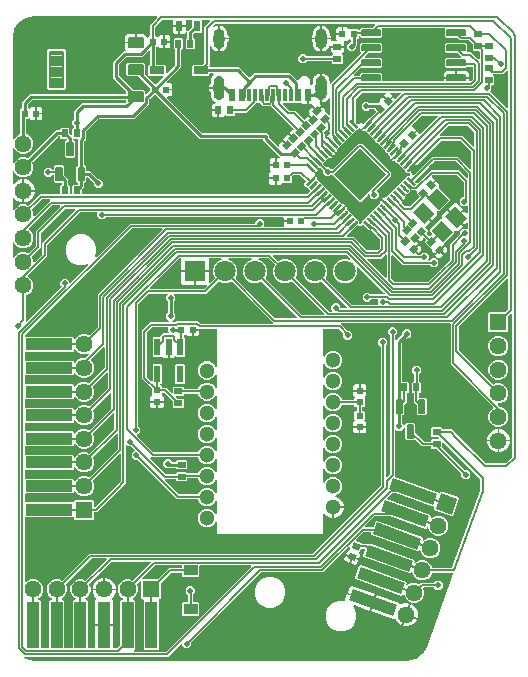
<source format=gbl>
G04 EAGLE Gerber RS-274X export*
G75*
%MOMM*%
%FSLAX34Y34*%
%LPD*%
%INBottom Copper*%
%IPPOS*%
%AMOC8*
5,1,8,0,0,1.08239X$1,22.5*%
G01*
G04 Define Apertures*
%ADD10C,1.440000*%
%ADD11R,0.629100X0.560000*%
%ADD12R,0.560000X0.629100*%
%ADD13R,1.440000X1.440000*%
%ADD14R,4.000000X1.000000*%
%ADD15R,1.440000X1.440000*%
%ADD16R,1.000000X4.000000*%
%ADD17R,1.220000X0.910000*%
%ADD18R,0.600000X1.140000*%
%ADD19R,0.300000X1.140000*%
%ADD20C,1.108000*%
%ADD21R,0.611800X0.911800*%
%ADD22C,0.150000*%
%ADD23R,0.644000X0.535100*%
%ADD24R,0.535100X0.644000*%
%ADD25R,1.200000X0.700000*%
%ADD26C,1.300000*%
%ADD27R,0.558800X1.422400*%
%ADD28C,0.050000*%
%ADD29R,3.100000X3.100000*%
%ADD30C,0.139500*%
%ADD31C,0.196500*%
%ADD32C,0.145000*%
%ADD33R,1.200000X1.400000*%
%ADD34R,1.800000X1.800000*%
%ADD35C,1.800000*%
%ADD36C,0.152400*%
%ADD37C,0.254000*%
%ADD38C,0.502400*%
%ADD39C,0.127000*%
%ADD40C,0.200000*%
G36*
X-216919Y243544D02*
X-217214Y243474D01*
X-217513Y243525D01*
X-217768Y243689D01*
X-217940Y243939D01*
X-218000Y244236D01*
X-218000Y330000D01*
X-217985Y330149D01*
X-216673Y336745D01*
X-216559Y337020D01*
X-212823Y342612D01*
X-212612Y342823D01*
X-207020Y346559D01*
X-206745Y346673D01*
X-200149Y347985D01*
X-200000Y348000D01*
X-96050Y348000D01*
X-95787Y347953D01*
X-95529Y347794D01*
X-95353Y347546D01*
X-95288Y347250D01*
X-95344Y346952D01*
X-95511Y346699D01*
X-101616Y340594D01*
X-101616Y331378D01*
X-101667Y331103D01*
X-101831Y330847D01*
X-102081Y330676D01*
X-102378Y330616D01*
X-102672Y330616D01*
X-103359Y329928D01*
X-103579Y329775D01*
X-103874Y329706D01*
X-104173Y329756D01*
X-104428Y329920D01*
X-104600Y330170D01*
X-104660Y330467D01*
X-104660Y330894D01*
X-106556Y332790D01*
X-112988Y332790D01*
X-112988Y324838D01*
X-122840Y324838D01*
X-122840Y320306D01*
X-122074Y319541D01*
X-121921Y319321D01*
X-121852Y319026D01*
X-121902Y318727D01*
X-122066Y318472D01*
X-122316Y318300D01*
X-122613Y318240D01*
X-123552Y318240D01*
X-132840Y308952D01*
X-132840Y295298D01*
X-121793Y284251D01*
X-121630Y284010D01*
X-121570Y283712D01*
X-121570Y283102D01*
X-121621Y282827D01*
X-121785Y282572D01*
X-122035Y282400D01*
X-122332Y282340D01*
X-203052Y282340D01*
X-210386Y275006D01*
X-210386Y270578D01*
X-210437Y270303D01*
X-210601Y270047D01*
X-210851Y269876D01*
X-211148Y269816D01*
X-211172Y269816D01*
X-211916Y269072D01*
X-211916Y261728D01*
X-211763Y261576D01*
X-211600Y261334D01*
X-211540Y261037D01*
X-211540Y248625D01*
X-211593Y248345D01*
X-211759Y248090D01*
X-212010Y247921D01*
X-213798Y247181D01*
X-216181Y244798D01*
X-216534Y243944D01*
X-216674Y243724D01*
X-216919Y243544D01*
G37*
%LPC*%
G36*
X-122840Y326362D02*
X-114512Y326362D01*
X-114512Y332790D01*
X-120944Y332790D01*
X-122840Y330894D01*
X-122840Y326362D01*
G37*
G36*
X-187151Y285230D02*
X-174149Y285230D01*
X-172830Y286549D01*
X-172830Y318851D01*
X-174149Y320170D01*
X-187151Y320170D01*
X-188470Y318851D01*
X-188470Y286549D01*
X-187151Y285230D01*
G37*
%LPD*%
G36*
X7276Y237506D02*
X6979Y237441D01*
X6681Y237496D01*
X6428Y237664D01*
X-737Y244829D01*
X-900Y245071D01*
X-960Y245368D01*
X-960Y247552D01*
X-2448Y249040D01*
X-57078Y249040D01*
X-57364Y249096D01*
X-57617Y249263D01*
X-87068Y278714D01*
X-87221Y278933D01*
X-87290Y279228D01*
X-87240Y279527D01*
X-87076Y279783D01*
X-86826Y279954D01*
X-86529Y280015D01*
X-84102Y280015D01*
X-82614Y281502D01*
X-82614Y284938D01*
X-88716Y284938D01*
X-88716Y286462D01*
X-82614Y286462D01*
X-82614Y289898D01*
X-84102Y291386D01*
X-86529Y291386D01*
X-86792Y291432D01*
X-87050Y291592D01*
X-87226Y291839D01*
X-87291Y292135D01*
X-87235Y292433D01*
X-87068Y292686D01*
X-75035Y304719D01*
X-75035Y319248D01*
X-74984Y319523D01*
X-74820Y319778D01*
X-74570Y319950D01*
X-74399Y319984D01*
X-73630Y320754D01*
X-73630Y328246D01*
X-74373Y328990D01*
X-80777Y328990D01*
X-81521Y328246D01*
X-81521Y320754D01*
X-80754Y319987D01*
X-80602Y319959D01*
X-80347Y319795D01*
X-80175Y319545D01*
X-80115Y319248D01*
X-80115Y307139D01*
X-80171Y306853D01*
X-80338Y306600D01*
X-87129Y299809D01*
X-87349Y299656D01*
X-87644Y299586D01*
X-87943Y299637D01*
X-88198Y299800D01*
X-88370Y300051D01*
X-88430Y300348D01*
X-88430Y306026D01*
X-89174Y306770D01*
X-96044Y306770D01*
X-96319Y306821D01*
X-96574Y306985D01*
X-96746Y307235D01*
X-96806Y307532D01*
X-96806Y321023D01*
X-96755Y321297D01*
X-96591Y321553D01*
X-96341Y321724D01*
X-96044Y321785D01*
X-96020Y321785D01*
X-95937Y321868D01*
X-95706Y322026D01*
X-95410Y322091D01*
X-95112Y322035D01*
X-94859Y321868D01*
X-93506Y320515D01*
X-90416Y320515D01*
X-90416Y331886D01*
X-93506Y331886D01*
X-94859Y330532D01*
X-95090Y330374D01*
X-95386Y330309D01*
X-95684Y330365D01*
X-95937Y330532D01*
X-96020Y330616D01*
X-96314Y330616D01*
X-96589Y330667D01*
X-96844Y330830D01*
X-97016Y331080D01*
X-97076Y331378D01*
X-97076Y338398D01*
X-97020Y338684D01*
X-96853Y338937D01*
X-91283Y344507D01*
X-91041Y344670D01*
X-90744Y344730D01*
X-83161Y344730D01*
X-82886Y344679D01*
X-82631Y344515D01*
X-82459Y344265D01*
X-82399Y343968D01*
X-82399Y340562D01*
X-71201Y340562D01*
X-71201Y343968D01*
X-71150Y344243D01*
X-70986Y344498D01*
X-70736Y344670D01*
X-70439Y344730D01*
X-66891Y344730D01*
X-66616Y344679D01*
X-66361Y344515D01*
X-66189Y344265D01*
X-66129Y343968D01*
X-66129Y339379D01*
X-66185Y339093D01*
X-66352Y338840D01*
X-69900Y335292D01*
X-70120Y335139D01*
X-70415Y335069D01*
X-70714Y335120D01*
X-70969Y335283D01*
X-71141Y335534D01*
X-71201Y335831D01*
X-71201Y339038D01*
X-76038Y339038D01*
X-76038Y332701D01*
X-72689Y332701D01*
X-71266Y334124D01*
X-71046Y334277D01*
X-70751Y334347D01*
X-70452Y334296D01*
X-70197Y334133D01*
X-70025Y333883D01*
X-69965Y333585D01*
X-69965Y329752D01*
X-70016Y329477D01*
X-70180Y329222D01*
X-70430Y329050D01*
X-70601Y329016D01*
X-71371Y328246D01*
X-71371Y320754D01*
X-70627Y320010D01*
X-64223Y320010D01*
X-63480Y320754D01*
X-63480Y328246D01*
X-64246Y329013D01*
X-64398Y329041D01*
X-64653Y329205D01*
X-64825Y329455D01*
X-64885Y329752D01*
X-64885Y332807D01*
X-64829Y333093D01*
X-64662Y333346D01*
X-64260Y333748D01*
X-64019Y333911D01*
X-63721Y333971D01*
X-58215Y333971D01*
X-57471Y334715D01*
X-57471Y343968D01*
X-57420Y344243D01*
X-57256Y344498D01*
X-57006Y344670D01*
X-56709Y344730D01*
X-51720Y344730D01*
X-51457Y344683D01*
X-51199Y344524D01*
X-51023Y344276D01*
X-50958Y343980D01*
X-51014Y343682D01*
X-51181Y343429D01*
X-55770Y338840D01*
X-55770Y308456D01*
X-55826Y308170D01*
X-55993Y307917D01*
X-56917Y306993D01*
X-57159Y306830D01*
X-57456Y306770D01*
X-65226Y306770D01*
X-65970Y306026D01*
X-65970Y297974D01*
X-65226Y297230D01*
X-52174Y297230D01*
X-51430Y297974D01*
X-51430Y298698D01*
X-51379Y298973D01*
X-51215Y299228D01*
X-50965Y299400D01*
X-50668Y299460D01*
X-48290Y299460D01*
X-47948Y299379D01*
X-47709Y299192D01*
X-47563Y298926D01*
X-47531Y298625D01*
X-47620Y298335D01*
X-47815Y298102D01*
X-47913Y298023D01*
X-48573Y297363D01*
X-48981Y296852D01*
X-49478Y296062D01*
X-49761Y295473D01*
X-50070Y294592D01*
X-50215Y293954D01*
X-50322Y293008D01*
X-50340Y292681D01*
X-50340Y291349D01*
X-50398Y291057D01*
X-51330Y288807D01*
X-51330Y287962D01*
X-42488Y287962D01*
X-42488Y286438D01*
X-51330Y286438D01*
X-51330Y285593D01*
X-50398Y283343D01*
X-50340Y283051D01*
X-50340Y281719D01*
X-50322Y281392D01*
X-50215Y280446D01*
X-50070Y279808D01*
X-49761Y278927D01*
X-49478Y278338D01*
X-48981Y277548D01*
X-48573Y277037D01*
X-47913Y276377D01*
X-47402Y275969D01*
X-46612Y275472D01*
X-46272Y275309D01*
X-46090Y275186D01*
X-45911Y274941D01*
X-45841Y274646D01*
X-45892Y274347D01*
X-46055Y274092D01*
X-46305Y273920D01*
X-46602Y273860D01*
X-47503Y273860D01*
X-48991Y272372D01*
X-48991Y268862D01*
X-43013Y268862D01*
X-43013Y262340D01*
X-40047Y262340D01*
X-38341Y264047D01*
X-38110Y264205D01*
X-37814Y264270D01*
X-37516Y264214D01*
X-37263Y264047D01*
X-36827Y263610D01*
X-30423Y263610D01*
X-29680Y264354D01*
X-29680Y265306D01*
X-29628Y265581D01*
X-29465Y265836D01*
X-29215Y266008D01*
X-28918Y266068D01*
X-19885Y266068D01*
X-11746Y274207D01*
X-11504Y274370D01*
X-11207Y274430D01*
X-10444Y274430D01*
X-10308Y274523D01*
X-10012Y274588D01*
X-9714Y274533D01*
X-9559Y274430D01*
X-8793Y274430D01*
X-8507Y274374D01*
X-8254Y274207D01*
X-5683Y271636D01*
X275Y271636D01*
X561Y271580D01*
X814Y271413D01*
X19655Y252572D01*
X19808Y252352D01*
X19878Y252057D01*
X19827Y251758D01*
X19663Y251503D01*
X19413Y251331D01*
X19116Y251271D01*
X18966Y251271D01*
X16536Y248841D01*
X20851Y244527D01*
X19773Y243449D01*
X15459Y247764D01*
X12977Y245282D01*
X12974Y245264D01*
X12806Y245011D01*
X11236Y243441D01*
X15551Y239127D01*
X14473Y238049D01*
X10159Y242364D01*
X7729Y239934D01*
X7729Y238202D01*
X7682Y237939D01*
X7523Y237681D01*
X7276Y237506D01*
G37*
%LPC*%
G36*
X-80911Y332701D02*
X-77562Y332701D01*
X-77562Y339038D01*
X-82399Y339038D01*
X-82399Y334189D01*
X-80911Y332701D01*
G37*
G36*
X-88892Y326962D02*
X-84314Y326962D01*
X-84314Y330398D01*
X-85802Y331886D01*
X-88892Y331886D01*
X-88892Y326962D01*
G37*
G36*
X-88892Y320515D02*
X-85802Y320515D01*
X-84314Y322002D01*
X-84314Y325438D01*
X-88892Y325438D01*
X-88892Y320515D01*
G37*
G36*
X-47503Y262340D02*
X-44537Y262340D01*
X-44537Y267338D01*
X-48991Y267338D01*
X-48991Y263828D01*
X-47503Y262340D01*
G37*
%LPD*%
G36*
X37551Y260327D02*
X36473Y259249D01*
X32159Y263564D01*
X29729Y261134D01*
X29729Y260984D01*
X29682Y260721D01*
X29523Y260463D01*
X29276Y260287D01*
X28979Y260222D01*
X28681Y260278D01*
X28428Y260445D01*
X21118Y267756D01*
X16388Y267756D01*
X16102Y267812D01*
X15849Y267979D01*
X10699Y273129D01*
X10546Y273349D01*
X10476Y273644D01*
X10527Y273943D01*
X10690Y274198D01*
X10940Y274370D01*
X11238Y274430D01*
X14556Y274430D01*
X14692Y274523D01*
X14988Y274588D01*
X15286Y274533D01*
X15441Y274430D01*
X19556Y274430D01*
X19692Y274523D01*
X19988Y274588D01*
X20286Y274533D01*
X20441Y274430D01*
X26362Y274430D01*
X26648Y274374D01*
X26901Y274207D01*
X27948Y273160D01*
X31238Y273160D01*
X31238Y282162D01*
X32762Y282162D01*
X32762Y273160D01*
X35614Y273160D01*
X35878Y273113D01*
X36136Y272954D01*
X36311Y272706D01*
X36376Y272410D01*
X36358Y272313D01*
X39719Y268951D01*
X43201Y272433D01*
X42299Y273334D01*
X42114Y273633D01*
X42078Y273935D01*
X42162Y274226D01*
X42353Y274461D01*
X42488Y274533D01*
X42488Y299721D01*
X41996Y299665D01*
X41358Y299520D01*
X40477Y299211D01*
X39888Y298928D01*
X39098Y298431D01*
X38587Y298023D01*
X37927Y297363D01*
X37519Y296852D01*
X37022Y296062D01*
X36739Y295473D01*
X36430Y294592D01*
X36285Y293954D01*
X36178Y293008D01*
X36160Y292681D01*
X36160Y291349D01*
X36102Y291057D01*
X35710Y290110D01*
X35553Y289872D01*
X35303Y289700D01*
X35006Y289640D01*
X34662Y289640D01*
X34387Y289691D01*
X34132Y289855D01*
X33960Y290105D01*
X33900Y290402D01*
X33900Y294171D01*
X30971Y297100D01*
X26829Y297100D01*
X23867Y294138D01*
X23853Y294061D01*
X23694Y293802D01*
X23446Y293627D01*
X23150Y293562D01*
X22852Y293618D01*
X22599Y293785D01*
X16710Y299674D01*
X-13610Y299674D01*
X-16957Y296327D01*
X-17188Y296169D01*
X-17484Y296104D01*
X-17782Y296159D01*
X-18035Y296327D01*
X-26248Y304540D01*
X-50668Y304540D01*
X-50943Y304591D01*
X-51198Y304755D01*
X-51370Y305005D01*
X-51430Y305302D01*
X-51430Y305744D01*
X-51374Y306030D01*
X-51230Y306248D01*
X-51230Y321840D01*
X-51170Y322137D01*
X-50998Y322387D01*
X-50742Y322551D01*
X-50443Y322601D01*
X-50148Y322531D01*
X-49904Y322352D01*
X-49790Y322161D01*
X-49780Y322166D01*
X-49478Y321538D01*
X-48981Y320748D01*
X-48573Y320237D01*
X-47913Y319577D01*
X-47402Y319169D01*
X-46612Y318672D01*
X-46023Y318389D01*
X-45142Y318080D01*
X-44504Y317935D01*
X-44012Y317879D01*
X-44012Y339921D01*
X-44504Y339865D01*
X-45142Y339720D01*
X-46023Y339411D01*
X-46612Y339128D01*
X-47402Y338631D01*
X-47442Y338600D01*
X-47586Y338509D01*
X-47880Y338434D01*
X-48180Y338480D01*
X-48438Y338640D01*
X-48614Y338887D01*
X-48679Y339183D01*
X-48623Y339481D01*
X-48456Y339734D01*
X-46953Y341237D01*
X-46711Y341400D01*
X-46414Y341460D01*
X-43918Y341460D01*
X-43748Y341441D01*
X-43471Y341316D01*
X-43266Y341093D01*
X-43248Y341043D01*
X-43130Y341228D01*
X-42880Y341400D01*
X-42582Y341460D01*
X42582Y341460D01*
X42752Y341441D01*
X43029Y341316D01*
X43234Y341093D01*
X43252Y341043D01*
X43370Y341228D01*
X43620Y341400D01*
X43918Y341460D01*
X88265Y341460D01*
X88528Y341413D01*
X88786Y341254D01*
X88962Y341006D01*
X89027Y340710D01*
X88971Y340412D01*
X88804Y340159D01*
X86970Y338325D01*
X86728Y338162D01*
X86431Y338102D01*
X77299Y338102D01*
X76094Y336898D01*
X76083Y336834D01*
X75924Y336576D01*
X75676Y336400D01*
X75380Y336335D01*
X75082Y336391D01*
X74829Y336558D01*
X74272Y337116D01*
X67620Y337116D01*
X67537Y337032D01*
X67306Y336874D01*
X67010Y336809D01*
X66712Y336865D01*
X66459Y337032D01*
X65106Y338386D01*
X62016Y338386D01*
X62016Y331938D01*
X55914Y331938D01*
X55914Y328502D01*
X56125Y328291D01*
X56278Y328072D01*
X56348Y327777D01*
X56297Y327478D01*
X56134Y327222D01*
X55884Y327051D01*
X55586Y326991D01*
X52728Y326991D01*
X52631Y326893D01*
X52411Y326740D01*
X52116Y326671D01*
X51817Y326721D01*
X51562Y326885D01*
X51390Y327135D01*
X51330Y327432D01*
X51330Y328138D01*
X44012Y328138D01*
X44012Y317879D01*
X44504Y317935D01*
X45142Y318080D01*
X46023Y318389D01*
X46612Y318672D01*
X47402Y319169D01*
X47913Y319577D01*
X48573Y320237D01*
X48981Y320748D01*
X49478Y321538D01*
X49780Y322166D01*
X49785Y322163D01*
X49914Y322381D01*
X50159Y322560D01*
X50454Y322630D01*
X50753Y322579D01*
X50859Y322511D01*
X50859Y322537D01*
X62760Y322537D01*
X62760Y325503D01*
X62549Y325714D01*
X62396Y325933D01*
X62326Y326228D01*
X62377Y326527D01*
X62540Y326783D01*
X62791Y326954D01*
X63088Y327015D01*
X65106Y327015D01*
X66459Y328368D01*
X66690Y328526D01*
X66986Y328591D01*
X67284Y328535D01*
X67537Y328368D01*
X67620Y328285D01*
X67644Y328285D01*
X67919Y328233D01*
X68174Y328070D01*
X68346Y327820D01*
X68406Y327523D01*
X68406Y326444D01*
X68355Y326169D01*
X68191Y325914D01*
X67941Y325742D01*
X67644Y325682D01*
X67433Y325682D01*
X65218Y323467D01*
X65218Y320333D01*
X67433Y318118D01*
X70567Y318118D01*
X72782Y320333D01*
X72782Y321774D01*
X72838Y322060D01*
X73005Y322313D01*
X73486Y322794D01*
X73486Y327523D01*
X73537Y327797D01*
X73701Y328053D01*
X73951Y328224D01*
X74248Y328285D01*
X74272Y328285D01*
X75016Y329028D01*
X75016Y330205D01*
X75063Y330468D01*
X75222Y330726D01*
X75470Y330902D01*
X75766Y330967D01*
X76064Y330911D01*
X76317Y330744D01*
X77299Y329762D01*
X93601Y329762D01*
X94770Y330931D01*
X94770Y337006D01*
X94821Y337281D01*
X94985Y337536D01*
X95235Y337708D01*
X95532Y337768D01*
X147468Y337768D01*
X147743Y337717D01*
X147998Y337553D01*
X148170Y337303D01*
X148230Y337006D01*
X148230Y330931D01*
X149399Y329762D01*
X158531Y329762D01*
X158817Y329706D01*
X159070Y329539D01*
X161190Y327418D01*
X168418Y327418D01*
X168704Y327362D01*
X168957Y327195D01*
X171687Y324465D01*
X171850Y324223D01*
X171910Y323926D01*
X171910Y319423D01*
X172654Y318680D01*
X176594Y318680D01*
X176869Y318628D01*
X177124Y318465D01*
X177296Y318215D01*
X177356Y317918D01*
X177356Y312109D01*
X177309Y311845D01*
X177150Y311587D01*
X176902Y311412D01*
X176606Y311347D01*
X176308Y311402D01*
X176055Y311570D01*
X170311Y317314D01*
X167632Y317314D01*
X167357Y317365D01*
X167102Y317529D01*
X166930Y317779D01*
X166870Y318076D01*
X166870Y324233D01*
X165701Y325402D01*
X149399Y325402D01*
X148230Y324233D01*
X148230Y318231D01*
X149399Y317062D01*
X158531Y317062D01*
X158817Y317006D01*
X159070Y316839D01*
X161906Y314003D01*
X162059Y313783D01*
X162128Y313488D01*
X162077Y313189D01*
X161914Y312934D01*
X161664Y312762D01*
X161367Y312702D01*
X149399Y312702D01*
X148230Y311533D01*
X148230Y305531D01*
X149399Y304362D01*
X165701Y304362D01*
X166084Y304745D01*
X166326Y304908D01*
X166623Y304968D01*
X171006Y304968D01*
X171281Y304917D01*
X171536Y304753D01*
X171708Y304503D01*
X171768Y304206D01*
X171768Y295257D01*
X171712Y294971D01*
X171545Y294719D01*
X169782Y292955D01*
X169540Y292792D01*
X169243Y292732D01*
X168902Y292732D01*
X168627Y292783D01*
X168372Y292947D01*
X168200Y293197D01*
X168140Y293494D01*
X168140Y295070D01*
X146960Y295070D01*
X146960Y293494D01*
X146909Y293219D01*
X146745Y292964D01*
X146495Y292792D01*
X146198Y292732D01*
X95532Y292732D01*
X95257Y292783D01*
X95002Y292947D01*
X94830Y293197D01*
X94770Y293494D01*
X94770Y298833D01*
X93601Y300002D01*
X77299Y300002D01*
X76130Y298833D01*
X76130Y297988D01*
X76079Y297713D01*
X75915Y297458D01*
X75665Y297286D01*
X75368Y297226D01*
X71758Y297226D01*
X71495Y297273D01*
X71237Y297432D01*
X71062Y297680D01*
X70996Y297976D01*
X71052Y298274D01*
X71220Y298527D01*
X76832Y304139D01*
X77073Y304302D01*
X77370Y304362D01*
X93601Y304362D01*
X94770Y305531D01*
X94770Y311533D01*
X93601Y312702D01*
X80934Y312702D01*
X80671Y312749D01*
X80413Y312908D01*
X80238Y313156D01*
X80172Y313452D01*
X80228Y313750D01*
X80396Y314003D01*
X83232Y316839D01*
X83473Y317002D01*
X83770Y317062D01*
X93601Y317062D01*
X94770Y318231D01*
X94770Y324233D01*
X93601Y325402D01*
X77299Y325402D01*
X76130Y324233D01*
X76130Y318231D01*
X76964Y317396D01*
X77122Y317166D01*
X77187Y316870D01*
X77132Y316572D01*
X76964Y316319D01*
X51641Y290996D01*
X51421Y290843D01*
X51126Y290773D01*
X50827Y290824D01*
X50572Y290987D01*
X50400Y291237D01*
X50340Y291534D01*
X50340Y292681D01*
X50322Y293008D01*
X50215Y293954D01*
X50070Y294592D01*
X49761Y295473D01*
X49478Y296062D01*
X48981Y296852D01*
X48573Y297363D01*
X47913Y298023D01*
X47402Y298431D01*
X46612Y298928D01*
X46023Y299211D01*
X45142Y299520D01*
X44504Y299665D01*
X44012Y299721D01*
X44012Y274679D01*
X44504Y274735D01*
X45142Y274880D01*
X46023Y275189D01*
X46612Y275472D01*
X47402Y275969D01*
X47913Y276377D01*
X48573Y277037D01*
X48981Y277548D01*
X49478Y278338D01*
X49531Y278448D01*
X49653Y278630D01*
X49898Y278809D01*
X50193Y278879D01*
X50492Y278828D01*
X50747Y278665D01*
X50919Y278415D01*
X50979Y278117D01*
X50979Y264698D01*
X50932Y264435D01*
X50773Y264177D01*
X50525Y264001D01*
X50229Y263936D01*
X49931Y263992D01*
X49678Y264159D01*
X47343Y266494D01*
X47225Y266494D01*
X46951Y266546D01*
X46695Y266709D01*
X46524Y266959D01*
X46463Y267256D01*
X46463Y269170D01*
X44278Y271355D01*
X39719Y266796D01*
X35405Y271111D01*
X32975Y268681D01*
X32975Y266577D01*
X33535Y266018D01*
X33693Y265787D01*
X33758Y265491D01*
X33702Y265193D01*
X33535Y264940D01*
X33236Y264641D01*
X37551Y260327D01*
G37*
%LPC*%
G36*
X35170Y329662D02*
X42488Y329662D01*
X42488Y339921D01*
X41996Y339865D01*
X41358Y339720D01*
X40477Y339411D01*
X39888Y339128D01*
X39098Y338631D01*
X38587Y338223D01*
X37927Y337563D01*
X37519Y337052D01*
X37022Y336262D01*
X36739Y335673D01*
X36430Y334792D01*
X36285Y334154D01*
X36178Y333208D01*
X36168Y333029D01*
X36111Y332780D01*
X35170Y330507D01*
X35170Y329662D01*
G37*
G36*
X-42488Y329662D02*
X-35170Y329662D01*
X-35170Y330507D01*
X-36111Y332780D01*
X-36168Y333029D01*
X-36178Y333208D01*
X-36285Y334154D01*
X-36430Y334792D01*
X-36739Y335673D01*
X-37022Y336262D01*
X-37519Y337052D01*
X-37927Y337563D01*
X-38587Y338223D01*
X-39098Y338631D01*
X-39888Y339128D01*
X-40477Y339411D01*
X-41358Y339720D01*
X-41996Y339865D01*
X-42488Y339921D01*
X-42488Y329662D01*
G37*
G36*
X44012Y329662D02*
X51330Y329662D01*
X51330Y330507D01*
X50389Y332780D01*
X50332Y333029D01*
X50322Y333208D01*
X50215Y334154D01*
X50070Y334792D01*
X49761Y335673D01*
X49478Y336262D01*
X48981Y337052D01*
X48573Y337563D01*
X47913Y338223D01*
X47402Y338631D01*
X46612Y339128D01*
X46023Y339411D01*
X45142Y339720D01*
X44504Y339865D01*
X44012Y339921D01*
X44012Y329662D01*
G37*
G36*
X55914Y333462D02*
X60492Y333462D01*
X60492Y338386D01*
X57402Y338386D01*
X55914Y336898D01*
X55914Y333462D01*
G37*
G36*
X-42488Y328138D02*
X-42488Y317879D01*
X-41996Y317935D01*
X-41358Y318080D01*
X-40477Y318389D01*
X-39888Y318672D01*
X-39098Y319169D01*
X-38587Y319577D01*
X-37927Y320237D01*
X-37519Y320748D01*
X-37022Y321538D01*
X-36739Y322127D01*
X-36430Y323008D01*
X-36285Y323646D01*
X-36178Y324592D01*
X-36168Y324771D01*
X-36111Y325020D01*
X-35170Y327293D01*
X-35170Y328138D01*
X-42488Y328138D01*
G37*
G36*
X41996Y317935D02*
X42488Y317879D01*
X42488Y328138D01*
X35170Y328138D01*
X35170Y327293D01*
X36111Y325020D01*
X36168Y324771D01*
X36178Y324592D01*
X36285Y323646D01*
X36430Y323008D01*
X36739Y322127D01*
X37022Y321538D01*
X37519Y320748D01*
X37927Y320237D01*
X38587Y319577D01*
X39098Y319169D01*
X39888Y318672D01*
X40477Y318389D01*
X41358Y318080D01*
X41996Y317935D01*
G37*
G36*
X53254Y307680D02*
X60746Y307680D01*
X61490Y308423D01*
X61490Y314827D01*
X61053Y315263D01*
X60895Y315494D01*
X60830Y315790D01*
X60886Y316088D01*
X61053Y316341D01*
X62760Y318047D01*
X62760Y321013D01*
X51240Y321013D01*
X51240Y318047D01*
X52947Y316341D01*
X53105Y316110D01*
X53170Y315814D01*
X53114Y315516D01*
X52947Y315263D01*
X52510Y314827D01*
X52510Y314794D01*
X52459Y314519D01*
X52295Y314264D01*
X52045Y314092D01*
X51748Y314032D01*
X31132Y314032D01*
X30846Y314088D01*
X30593Y314255D01*
X29417Y315432D01*
X26283Y315432D01*
X24068Y313217D01*
X24068Y310083D01*
X26283Y307868D01*
X29417Y307868D01*
X31293Y309745D01*
X31535Y309908D01*
X31832Y309968D01*
X51748Y309968D01*
X52023Y309917D01*
X52278Y309753D01*
X52450Y309503D01*
X52510Y309206D01*
X52510Y308423D01*
X53254Y307680D01*
G37*
G36*
X146960Y296594D02*
X156788Y296594D01*
X156788Y301272D01*
X148873Y301272D01*
X146960Y299359D01*
X146960Y296594D01*
G37*
G36*
X158312Y296594D02*
X168140Y296594D01*
X168140Y299359D01*
X166227Y301272D01*
X158312Y301272D01*
X158312Y296594D01*
G37*
%LPD*%
G36*
X-104849Y282156D02*
X-105144Y282086D01*
X-105443Y282137D01*
X-105698Y282300D01*
X-105870Y282551D01*
X-105930Y282848D01*
X-105930Y284567D01*
X-107083Y285720D01*
X-115762Y285720D01*
X-116048Y285776D01*
X-116301Y285943D01*
X-127537Y297179D01*
X-127700Y297421D01*
X-127760Y297718D01*
X-127760Y306532D01*
X-127704Y306818D01*
X-127537Y307071D01*
X-121671Y312937D01*
X-121430Y313100D01*
X-121132Y313160D01*
X-108214Y313160D01*
X-103187Y318188D01*
X-102967Y318341D01*
X-102672Y318410D01*
X-102373Y318360D01*
X-102118Y318196D01*
X-101946Y317946D01*
X-101886Y317649D01*
X-101886Y307426D01*
X-101942Y307140D01*
X-102109Y306887D01*
X-102970Y306026D01*
X-102970Y297974D01*
X-102226Y297230D01*
X-91548Y297230D01*
X-91284Y297183D01*
X-91026Y297024D01*
X-90851Y296776D01*
X-90786Y296480D01*
X-90841Y296182D01*
X-91009Y295929D01*
X-96599Y290339D01*
X-96841Y290176D01*
X-97138Y290116D01*
X-97258Y290116D01*
X-97544Y290171D01*
X-97797Y290339D01*
X-105707Y298249D01*
X-105870Y298491D01*
X-105930Y298788D01*
X-105930Y307467D01*
X-107083Y308620D01*
X-120417Y308620D01*
X-121570Y307467D01*
X-121570Y297933D01*
X-120417Y296780D01*
X-111738Y296780D01*
X-111452Y296724D01*
X-111199Y296557D01*
X-101939Y287297D01*
X-101776Y287056D01*
X-101716Y286758D01*
X-101716Y285538D01*
X-101772Y285252D01*
X-101939Y284999D01*
X-104629Y282309D01*
X-104849Y282156D01*
G37*
G36*
X200876Y270255D02*
X200580Y270189D01*
X200282Y270245D01*
X200029Y270413D01*
X186653Y283789D01*
X186495Y284019D01*
X186430Y284315D01*
X186485Y284614D01*
X186653Y284866D01*
X187082Y285295D01*
X187082Y287455D01*
X187138Y287741D01*
X187305Y287994D01*
X187332Y288020D01*
X187332Y288818D01*
X187383Y289092D01*
X187547Y289348D01*
X187797Y289519D01*
X188094Y289580D01*
X189046Y289580D01*
X189790Y290323D01*
X189790Y296727D01*
X188849Y297667D01*
X188696Y297887D01*
X188627Y298182D01*
X188677Y298481D01*
X188841Y298736D01*
X189091Y298908D01*
X189388Y298968D01*
X197542Y298968D01*
X200029Y301456D01*
X200249Y301609D01*
X200544Y301678D01*
X200843Y301627D01*
X201098Y301464D01*
X201270Y301214D01*
X201330Y300917D01*
X201330Y270951D01*
X201283Y270688D01*
X201124Y270430D01*
X200876Y270255D01*
G37*
G36*
X74650Y256319D02*
X74354Y256254D01*
X74056Y256309D01*
X73803Y256477D01*
X72751Y257529D01*
X72588Y257771D01*
X72528Y258068D01*
X72528Y277250D01*
X72583Y277536D01*
X72751Y277789D01*
X77819Y282857D01*
X78060Y283020D01*
X78357Y283080D01*
X97265Y283080D01*
X97529Y283033D01*
X97787Y282874D01*
X97962Y282626D01*
X98027Y282330D01*
X97972Y282032D01*
X97804Y281779D01*
X96728Y280703D01*
X100209Y277222D01*
X103446Y280459D01*
X102126Y281779D01*
X101973Y281999D01*
X101903Y282294D01*
X101954Y282593D01*
X102117Y282848D01*
X102368Y283020D01*
X102665Y283080D01*
X109754Y283080D01*
X110017Y283033D01*
X110275Y282874D01*
X110451Y282626D01*
X110516Y282330D01*
X110460Y282032D01*
X110293Y281779D01*
X106748Y278235D01*
X106518Y278077D01*
X106222Y278012D01*
X105923Y278067D01*
X105671Y278235D01*
X104524Y279381D01*
X100209Y275066D01*
X95650Y279625D01*
X93465Y277440D01*
X93465Y275527D01*
X93414Y275252D01*
X93251Y274997D01*
X93000Y274825D01*
X92703Y274765D01*
X92586Y274765D01*
X92084Y274263D01*
X91842Y274100D01*
X91545Y274040D01*
X84324Y274040D01*
X84038Y274096D01*
X83785Y274263D01*
X82767Y275282D01*
X79633Y275282D01*
X77418Y273067D01*
X77418Y269933D01*
X79633Y267718D01*
X82767Y267718D01*
X83785Y268737D01*
X84027Y268900D01*
X84324Y268960D01*
X87615Y268960D01*
X87901Y268904D01*
X88154Y268737D01*
X89335Y267556D01*
X89493Y267325D01*
X89558Y267029D01*
X89503Y266731D01*
X89335Y266478D01*
X84497Y261640D01*
X84256Y261478D01*
X83958Y261417D01*
X83937Y261417D01*
X79247Y256727D01*
X79016Y256569D01*
X78720Y256504D01*
X78422Y256559D01*
X78169Y256727D01*
X77575Y257321D01*
X77351Y257504D01*
X77130Y257622D01*
X76889Y257693D01*
X76639Y257716D01*
X76390Y257689D01*
X76150Y257614D01*
X75928Y257490D01*
X75728Y257324D01*
X74881Y256477D01*
X74650Y256319D01*
G37*
G36*
X31263Y197140D02*
X30966Y197080D01*
X-158718Y197080D01*
X-158992Y197131D01*
X-159248Y197295D01*
X-159419Y197545D01*
X-159480Y197842D01*
X-159480Y200338D01*
X-159424Y200624D01*
X-159256Y200877D01*
X-157260Y202873D01*
X-157260Y206018D01*
X-157209Y206293D01*
X-157045Y206548D01*
X-156795Y206720D01*
X-156768Y206725D01*
X-155530Y207963D01*
X-155530Y210898D01*
X-155479Y211173D01*
X-155315Y211428D01*
X-155065Y211600D01*
X-154768Y211660D01*
X-154668Y211660D01*
X-154382Y211604D01*
X-154129Y211437D01*
X-149305Y206613D01*
X-149142Y206372D01*
X-149082Y206074D01*
X-149082Y204633D01*
X-146867Y202418D01*
X-143733Y202418D01*
X-141518Y204633D01*
X-141518Y207767D01*
X-143733Y209982D01*
X-145174Y209982D01*
X-145460Y210038D01*
X-145713Y210205D01*
X-152248Y216740D01*
X-154768Y216740D01*
X-155043Y216791D01*
X-155298Y216955D01*
X-155470Y217205D01*
X-155530Y217502D01*
X-155530Y220437D01*
X-156763Y221669D01*
X-156773Y221671D01*
X-157028Y221835D01*
X-157200Y222085D01*
X-157260Y222382D01*
X-157260Y241670D01*
X-157204Y241956D01*
X-157037Y242208D01*
X-155870Y243376D01*
X-155870Y249723D01*
X-155814Y250009D01*
X-155646Y250262D01*
X-145271Y260637D01*
X-145030Y260800D01*
X-144732Y260860D01*
X-114714Y260860D01*
X-102120Y273454D01*
X-102120Y277318D01*
X-102064Y277604D01*
X-101897Y277857D01*
X-98693Y281061D01*
X-98451Y281224D01*
X-98154Y281285D01*
X-97138Y281285D01*
X-96852Y281229D01*
X-96599Y281061D01*
X-59498Y243960D01*
X-6802Y243960D01*
X-6527Y243909D01*
X-6272Y243745D01*
X-6100Y243495D01*
X-6040Y243198D01*
X-6040Y242948D01*
X8022Y228886D01*
X8175Y228667D01*
X8244Y228372D01*
X8194Y228073D01*
X8030Y227817D01*
X7780Y227646D01*
X7483Y227586D01*
X5716Y227586D01*
X5716Y221138D01*
X-386Y221138D01*
X-386Y217702D01*
X228Y217089D01*
X386Y216858D01*
X451Y216562D01*
X395Y216264D01*
X228Y216011D01*
X-586Y215198D01*
X-586Y211762D01*
X5516Y211762D01*
X5516Y205315D01*
X8606Y205315D01*
X9959Y206668D01*
X10190Y206826D01*
X10486Y206891D01*
X10784Y206835D01*
X11037Y206668D01*
X11120Y206585D01*
X17772Y206585D01*
X18516Y207328D01*
X18516Y211681D01*
X18572Y211967D01*
X18739Y212220D01*
X19665Y213145D01*
X19906Y213308D01*
X20203Y213368D01*
X25143Y213368D01*
X25429Y213312D01*
X25682Y213145D01*
X30134Y208692D01*
X30292Y208461D01*
X30358Y208165D01*
X30302Y207867D01*
X30134Y207614D01*
X28883Y206363D01*
X28883Y205103D01*
X30834Y203152D01*
X30949Y203152D01*
X31224Y203101D01*
X31479Y202938D01*
X31651Y202688D01*
X31711Y202390D01*
X31711Y202275D01*
X33555Y200431D01*
X33713Y200201D01*
X33778Y199904D01*
X33722Y199606D01*
X33555Y199353D01*
X31505Y197303D01*
X31263Y197140D01*
G37*
%LPC*%
G36*
X-386Y222662D02*
X4192Y222662D01*
X4192Y227586D01*
X1102Y227586D01*
X-386Y226098D01*
X-386Y222662D01*
G37*
G36*
X902Y205315D02*
X3992Y205315D01*
X3992Y210238D01*
X-586Y210238D01*
X-586Y206802D01*
X902Y205315D01*
G37*
%LPD*%
G36*
X-216919Y223544D02*
X-217214Y223474D01*
X-217513Y223525D01*
X-217768Y223689D01*
X-217940Y223939D01*
X-218000Y224236D01*
X-218000Y235764D01*
X-217955Y236022D01*
X-217798Y236281D01*
X-217552Y236458D01*
X-217256Y236526D01*
X-216958Y236473D01*
X-216704Y236307D01*
X-216534Y236056D01*
X-216181Y235202D01*
X-213798Y232820D01*
X-210685Y231530D01*
X-207315Y231530D01*
X-204202Y232820D01*
X-201820Y235202D01*
X-200530Y238315D01*
X-200530Y241685D01*
X-201820Y244798D01*
X-204202Y247181D01*
X-205990Y247921D01*
X-206228Y248078D01*
X-206400Y248328D01*
X-206460Y248625D01*
X-206460Y260223D01*
X-206409Y260497D01*
X-206245Y260753D01*
X-205995Y260924D01*
X-205698Y260985D01*
X-204520Y260985D01*
X-204437Y261068D01*
X-204206Y261226D01*
X-203910Y261291D01*
X-203612Y261235D01*
X-203359Y261068D01*
X-202006Y259715D01*
X-198916Y259715D01*
X-198916Y271086D01*
X-202006Y271086D01*
X-203359Y269732D01*
X-203590Y269574D01*
X-203886Y269509D01*
X-204184Y269565D01*
X-204437Y269732D01*
X-204520Y269816D01*
X-204544Y269816D01*
X-204819Y269867D01*
X-205074Y270030D01*
X-205246Y270280D01*
X-205306Y270578D01*
X-205306Y272586D01*
X-205250Y272872D01*
X-205083Y273125D01*
X-201171Y277037D01*
X-200930Y277200D01*
X-200632Y277260D01*
X-122332Y277260D01*
X-122057Y277209D01*
X-121802Y277045D01*
X-121630Y276795D01*
X-121570Y276498D01*
X-121570Y275888D01*
X-121626Y275602D01*
X-121793Y275349D01*
X-122779Y274363D01*
X-123021Y274200D01*
X-123318Y274140D01*
X-159652Y274140D01*
X-166165Y267627D01*
X-166165Y260524D01*
X-166221Y260238D01*
X-166388Y259985D01*
X-167407Y258967D01*
X-167407Y255833D01*
X-166388Y254815D01*
X-166225Y254573D01*
X-166165Y254276D01*
X-166165Y253952D01*
X-166216Y253677D01*
X-166380Y253422D01*
X-166630Y253250D01*
X-166801Y253216D01*
X-167571Y252446D01*
X-167571Y247927D01*
X-167617Y247664D01*
X-167777Y247406D01*
X-168024Y247230D01*
X-168320Y247165D01*
X-168618Y247221D01*
X-168871Y247388D01*
X-169606Y248123D01*
X-169769Y248365D01*
X-169830Y248662D01*
X-169830Y252446D01*
X-170573Y253190D01*
X-176977Y253190D01*
X-177721Y252446D01*
X-177721Y252002D01*
X-177772Y251727D01*
X-177935Y251472D01*
X-178185Y251300D01*
X-178483Y251240D01*
X-181352Y251240D01*
X-204697Y227895D01*
X-204933Y227734D01*
X-205230Y227672D01*
X-205528Y227730D01*
X-207315Y228470D01*
X-210685Y228470D01*
X-213798Y227181D01*
X-216181Y224798D01*
X-216534Y223944D01*
X-216674Y223724D01*
X-216919Y223544D01*
G37*
%LPC*%
G36*
X-197392Y266162D02*
X-192814Y266162D01*
X-192814Y269598D01*
X-194302Y271086D01*
X-197392Y271086D01*
X-197392Y266162D01*
G37*
G36*
X-197392Y259715D02*
X-194302Y259715D01*
X-192814Y261202D01*
X-192814Y264638D01*
X-197392Y264638D01*
X-197392Y259715D01*
G37*
%LPD*%
G36*
X124741Y250564D02*
X120427Y246249D01*
X119349Y247327D01*
X123664Y251641D01*
X121234Y254071D01*
X120702Y254071D01*
X120438Y254118D01*
X120180Y254277D01*
X120005Y254524D01*
X119940Y254821D01*
X119995Y255119D01*
X120163Y255372D01*
X128090Y263299D01*
X128332Y263462D01*
X128629Y263522D01*
X141108Y263522D01*
X141371Y263475D01*
X141629Y263316D01*
X141805Y263068D01*
X141870Y262772D01*
X141814Y262474D01*
X141647Y262221D01*
X127904Y248479D01*
X127674Y248321D01*
X127377Y248256D01*
X127079Y248311D01*
X126826Y248479D01*
X124741Y250564D01*
G37*
G36*
X172579Y237362D02*
X172283Y237297D01*
X171985Y237352D01*
X171732Y237520D01*
X162742Y246510D01*
X144836Y246510D01*
X144573Y246557D01*
X144315Y246716D01*
X144139Y246964D01*
X144074Y247260D01*
X144130Y247558D01*
X144297Y247811D01*
X151403Y254917D01*
X151645Y255080D01*
X151942Y255140D01*
X167085Y255140D01*
X167371Y255084D01*
X167624Y254917D01*
X172809Y249732D01*
X172972Y249490D01*
X173033Y249193D01*
X173033Y238059D01*
X172986Y237795D01*
X172826Y237537D01*
X172579Y237362D01*
G37*
G36*
X-216919Y183544D02*
X-217214Y183474D01*
X-217513Y183525D01*
X-217768Y183689D01*
X-217940Y183939D01*
X-218000Y184236D01*
X-218000Y193386D01*
X-217953Y193649D01*
X-217794Y193907D01*
X-217546Y194083D01*
X-217250Y194148D01*
X-216952Y194092D01*
X-216699Y193925D01*
X-214517Y191743D01*
X-210937Y190260D01*
X-209762Y190260D01*
X-209762Y209740D01*
X-210937Y209740D01*
X-214517Y208257D01*
X-216699Y206075D01*
X-216919Y205922D01*
X-217214Y205852D01*
X-217513Y205903D01*
X-217768Y206067D01*
X-217940Y206317D01*
X-218000Y206614D01*
X-218000Y215764D01*
X-217955Y216022D01*
X-217798Y216281D01*
X-217552Y216458D01*
X-217256Y216526D01*
X-216958Y216473D01*
X-216704Y216307D01*
X-216534Y216056D01*
X-216181Y215202D01*
X-213798Y212820D01*
X-210685Y211530D01*
X-207315Y211530D01*
X-204202Y212820D01*
X-201820Y215202D01*
X-200530Y218315D01*
X-200530Y221685D01*
X-201270Y223472D01*
X-201328Y223752D01*
X-201273Y224050D01*
X-201105Y224303D01*
X-179471Y245937D01*
X-179230Y246100D01*
X-178932Y246160D01*
X-178483Y246160D01*
X-178208Y246109D01*
X-177952Y245945D01*
X-177781Y245695D01*
X-177721Y245398D01*
X-177721Y244954D01*
X-176977Y244210D01*
X-173193Y244210D01*
X-172907Y244154D01*
X-172654Y243987D01*
X-172476Y243809D01*
X-172318Y243578D01*
X-172253Y243282D01*
X-172308Y242984D01*
X-172476Y242731D01*
X-173570Y241637D01*
X-173570Y229163D01*
X-172387Y227980D01*
X-166213Y227980D01*
X-165030Y229163D01*
X-165030Y241637D01*
X-166302Y242909D01*
X-166455Y243129D01*
X-166525Y243424D01*
X-166474Y243723D01*
X-166311Y243978D01*
X-166061Y244150D01*
X-165764Y244210D01*
X-163102Y244210D01*
X-162827Y244159D01*
X-162572Y243995D01*
X-162400Y243745D01*
X-162340Y243448D01*
X-162340Y222382D01*
X-162391Y222107D01*
X-162555Y221852D01*
X-162805Y221680D01*
X-162832Y221675D01*
X-164070Y220437D01*
X-164070Y207963D01*
X-162837Y206731D01*
X-162827Y206729D01*
X-162572Y206565D01*
X-162400Y206315D01*
X-162340Y206018D01*
X-162340Y205552D01*
X-162391Y205277D01*
X-162555Y205022D01*
X-162805Y204850D01*
X-163102Y204790D01*
X-166627Y204790D01*
X-167371Y204046D01*
X-167371Y197842D01*
X-167422Y197567D01*
X-167585Y197312D01*
X-167835Y197140D01*
X-168133Y197080D01*
X-168868Y197080D01*
X-169142Y197131D01*
X-169398Y197295D01*
X-169569Y197545D01*
X-169630Y197842D01*
X-169630Y204046D01*
X-170396Y204813D01*
X-170548Y204841D01*
X-170803Y205005D01*
X-170975Y205255D01*
X-171035Y205552D01*
X-171035Y210027D01*
X-174307Y213299D01*
X-174470Y213541D01*
X-174530Y213838D01*
X-174530Y220437D01*
X-175713Y221620D01*
X-181887Y221620D01*
X-183070Y220437D01*
X-183070Y218594D01*
X-183121Y218319D01*
X-183285Y218064D01*
X-183535Y217892D01*
X-183832Y217832D01*
X-183968Y217832D01*
X-184254Y217888D01*
X-184507Y218055D01*
X-186033Y219582D01*
X-189167Y219582D01*
X-191382Y217367D01*
X-191382Y214233D01*
X-189167Y212018D01*
X-186033Y212018D01*
X-184507Y213545D01*
X-184265Y213708D01*
X-183968Y213768D01*
X-183832Y213768D01*
X-183557Y213717D01*
X-183302Y213553D01*
X-183130Y213303D01*
X-183070Y213006D01*
X-183070Y207963D01*
X-181887Y206780D01*
X-176877Y206780D01*
X-176602Y206729D01*
X-176347Y206565D01*
X-176175Y206315D01*
X-176115Y206018D01*
X-176115Y205552D01*
X-176166Y205277D01*
X-176330Y205022D01*
X-176580Y204850D01*
X-176751Y204816D01*
X-177521Y204046D01*
X-177521Y197842D01*
X-177572Y197567D01*
X-177735Y197312D01*
X-177985Y197140D01*
X-178283Y197080D01*
X-194794Y197080D01*
X-204189Y187684D01*
X-204425Y187524D01*
X-204722Y187461D01*
X-205020Y187519D01*
X-207315Y188470D01*
X-210685Y188470D01*
X-213798Y187181D01*
X-216181Y184798D01*
X-216534Y183944D01*
X-216674Y183724D01*
X-216919Y183544D01*
G37*
%LPC*%
G36*
X-208238Y200762D02*
X-199260Y200762D01*
X-199260Y201937D01*
X-200743Y205517D01*
X-203483Y208257D01*
X-207063Y209740D01*
X-208238Y209740D01*
X-208238Y200762D01*
G37*
G36*
X-208238Y190260D02*
X-207063Y190260D01*
X-203483Y191743D01*
X-200743Y194483D01*
X-199260Y198063D01*
X-199260Y199238D01*
X-208238Y199238D01*
X-208238Y190260D01*
G37*
%LPD*%
G36*
X121326Y213226D02*
X121026Y213183D01*
X120733Y213261D01*
X120493Y213447D01*
X120345Y213711D01*
X120312Y214013D01*
X120316Y214061D01*
X120289Y214310D01*
X120214Y214550D01*
X120090Y214772D01*
X119924Y214972D01*
X119227Y215669D01*
X119069Y215900D01*
X119004Y216196D01*
X119059Y216494D01*
X119227Y216747D01*
X123917Y221437D01*
X123917Y221458D01*
X123973Y221744D01*
X124140Y221997D01*
X144366Y242223D01*
X144608Y242386D01*
X144905Y242446D01*
X160743Y242446D01*
X161029Y242390D01*
X161282Y242223D01*
X170015Y233489D01*
X170178Y233247D01*
X170239Y232950D01*
X170239Y219275D01*
X170192Y219011D01*
X170032Y218753D01*
X169785Y218578D01*
X169489Y218513D01*
X169191Y218568D01*
X168938Y218736D01*
X158742Y228932D01*
X137137Y228932D01*
X121610Y213405D01*
X121326Y213226D01*
G37*
G36*
X124711Y206258D02*
X124415Y206193D01*
X124117Y206248D01*
X123864Y206416D01*
X122655Y207625D01*
X122497Y207856D01*
X122432Y208152D01*
X122487Y208450D01*
X122655Y208703D01*
X138597Y224645D01*
X138838Y224808D01*
X139136Y224868D01*
X156743Y224868D01*
X157029Y224812D01*
X157282Y224645D01*
X167221Y214705D01*
X167384Y214463D01*
X167445Y214166D01*
X167445Y211788D01*
X167398Y211525D01*
X167238Y211266D01*
X166991Y211091D01*
X166695Y211026D01*
X166397Y211082D01*
X166144Y211249D01*
X160061Y217332D01*
X135858Y217332D01*
X124942Y206416D01*
X124711Y206258D01*
G37*
G36*
X134020Y123019D02*
X133723Y122959D01*
X105284Y122959D01*
X104998Y123015D01*
X104746Y123182D01*
X102955Y124973D01*
X102792Y125214D01*
X102732Y125511D01*
X102732Y144842D01*
X102779Y145105D01*
X102938Y145363D01*
X103186Y145538D01*
X103482Y145603D01*
X103780Y145548D01*
X104033Y145380D01*
X112545Y136868D01*
X134968Y136868D01*
X135254Y136812D01*
X135507Y136645D01*
X137033Y135118D01*
X140167Y135118D01*
X142382Y137333D01*
X142382Y140467D01*
X140167Y142682D01*
X137033Y142682D01*
X135507Y141155D01*
X135265Y140992D01*
X134968Y140932D01*
X134820Y140932D01*
X134557Y140979D01*
X134299Y141138D01*
X134123Y141386D01*
X134058Y141682D01*
X134114Y141980D01*
X134182Y142083D01*
X134182Y145267D01*
X131967Y147482D01*
X128833Y147482D01*
X127307Y145955D01*
X127065Y145792D01*
X126768Y145732D01*
X125940Y145732D01*
X125677Y145779D01*
X125419Y145938D01*
X125244Y146186D01*
X125217Y146309D01*
X124919Y146012D01*
X120335Y150596D01*
X125164Y155425D01*
X125230Y155358D01*
X125249Y155458D01*
X125416Y155711D01*
X125665Y155959D01*
X121350Y160274D01*
X122428Y161352D01*
X126742Y157037D01*
X129172Y159466D01*
X129172Y159615D01*
X129219Y159878D01*
X129378Y160136D01*
X129625Y160312D01*
X129921Y160377D01*
X130220Y160321D01*
X130472Y160154D01*
X131670Y158957D01*
X131828Y158726D01*
X131893Y158430D01*
X131837Y158132D01*
X131670Y157879D01*
X131099Y157308D01*
X131099Y156256D01*
X135803Y151553D01*
X135921Y151553D01*
X136195Y151501D01*
X136451Y151338D01*
X136622Y151088D01*
X136683Y150791D01*
X136683Y148877D01*
X138868Y146692D01*
X146965Y154790D01*
X146912Y155032D01*
X146968Y155330D01*
X147135Y155583D01*
X155930Y164378D01*
X155930Y165274D01*
X155977Y165537D01*
X156137Y165795D01*
X156384Y165970D01*
X156680Y166035D01*
X156978Y165980D01*
X157099Y165900D01*
X159248Y165900D01*
X163696Y170348D01*
X150204Y183839D01*
X145756Y179391D01*
X145756Y177249D01*
X145822Y177155D01*
X145892Y176860D01*
X145841Y176561D01*
X145678Y176306D01*
X145427Y176134D01*
X145130Y176074D01*
X144235Y176074D01*
X135006Y166844D01*
X135006Y165792D01*
X136996Y163802D01*
X137149Y163582D01*
X137219Y163287D01*
X137168Y162988D01*
X137005Y162733D01*
X136755Y162561D01*
X136458Y162501D01*
X136292Y162501D01*
X135621Y161830D01*
X135391Y161672D01*
X135094Y161607D01*
X134796Y161663D01*
X134543Y161830D01*
X132754Y163620D01*
X132596Y163850D01*
X132531Y164146D01*
X132587Y164444D01*
X132754Y164697D01*
X133427Y165370D01*
X133427Y166422D01*
X131582Y168268D01*
X131424Y168499D01*
X131358Y168795D01*
X131414Y169093D01*
X131582Y169346D01*
X136119Y173883D01*
X128834Y181168D01*
X129912Y182245D01*
X137196Y174961D01*
X141644Y179408D01*
X141644Y181551D01*
X141578Y181645D01*
X141509Y181940D01*
X141559Y182239D01*
X141723Y182494D01*
X141973Y182666D01*
X142270Y182726D01*
X143166Y182726D01*
X152395Y191955D01*
X152395Y193007D01*
X142910Y202492D01*
X142752Y202723D01*
X142687Y203019D01*
X142743Y203317D01*
X142910Y203570D01*
X143171Y203830D01*
X143171Y205934D01*
X140741Y208364D01*
X136427Y204049D01*
X135349Y205127D01*
X139664Y209441D01*
X137228Y211877D01*
X137070Y212107D01*
X137005Y212404D01*
X137061Y212702D01*
X137228Y212955D01*
X137319Y213045D01*
X137560Y213208D01*
X137857Y213268D01*
X158062Y213268D01*
X158348Y213212D01*
X158601Y213045D01*
X163664Y207982D01*
X163827Y207740D01*
X163887Y207443D01*
X163887Y195344D01*
X163836Y195069D01*
X163672Y194814D01*
X163422Y194642D01*
X163125Y194582D01*
X162603Y194582D01*
X160387Y192367D01*
X160387Y189233D01*
X162603Y187018D01*
X165736Y187018D01*
X166144Y187426D01*
X166363Y187579D01*
X166658Y187649D01*
X166957Y187598D01*
X167213Y187435D01*
X167384Y187185D01*
X167445Y186887D01*
X167445Y181593D01*
X167398Y181330D01*
X167238Y181072D01*
X166991Y180896D01*
X166695Y180831D01*
X166397Y180887D01*
X166144Y181054D01*
X164066Y183132D01*
X158566Y177632D01*
X164773Y171425D01*
X166144Y172796D01*
X166363Y172949D01*
X166658Y173018D01*
X166957Y172968D01*
X167213Y172804D01*
X167384Y172554D01*
X167445Y172257D01*
X167445Y168544D01*
X167393Y168269D01*
X167230Y168014D01*
X166980Y167842D01*
X166683Y167782D01*
X163366Y167782D01*
X161151Y165567D01*
X161151Y164238D01*
X161095Y163952D01*
X160927Y163699D01*
X152486Y155257D01*
X152486Y141722D01*
X152430Y141436D01*
X152263Y141183D01*
X134262Y123182D01*
X134020Y123019D01*
G37*
%LPC*%
G36*
X151282Y184917D02*
X157489Y178710D01*
X162989Y184210D01*
X157834Y189364D01*
X155730Y189364D01*
X151282Y184917D01*
G37*
G36*
X122491Y150596D02*
X125728Y147359D01*
X128157Y149788D01*
X128157Y151892D01*
X125972Y154077D01*
X122491Y150596D01*
G37*
G36*
X144504Y150173D02*
X147741Y146936D01*
X150171Y149366D01*
X150171Y151470D01*
X147986Y153655D01*
X144504Y150173D01*
G37*
G36*
X142130Y143429D02*
X144234Y143429D01*
X146664Y145859D01*
X143427Y149096D01*
X139945Y145614D01*
X142130Y143429D01*
G37*
%LPD*%
G36*
X118640Y187092D02*
X118343Y187032D01*
X114943Y187032D01*
X114657Y187088D01*
X114404Y187255D01*
X111673Y189986D01*
X111515Y190216D01*
X111450Y190512D01*
X111506Y190810D01*
X111673Y191063D01*
X111987Y191377D01*
X106683Y196682D01*
X107760Y197760D01*
X113065Y192455D01*
X113874Y193264D01*
X113874Y194744D01*
X113929Y195030D01*
X114097Y195283D01*
X115432Y196618D01*
X115432Y196733D01*
X115483Y197008D01*
X115647Y197264D01*
X115897Y197435D01*
X116194Y197495D01*
X116309Y197495D01*
X118260Y199446D01*
X118260Y199562D01*
X118312Y199837D01*
X118475Y200092D01*
X118725Y200264D01*
X119022Y200324D01*
X119318Y200324D01*
X119488Y200358D01*
X123574Y200358D01*
X123838Y200311D01*
X124096Y200152D01*
X124271Y199905D01*
X124336Y199608D01*
X124281Y199310D01*
X124113Y199057D01*
X124099Y199044D01*
X124099Y197992D01*
X126320Y195771D01*
X126478Y195541D01*
X126543Y195244D01*
X126487Y194946D01*
X126320Y194693D01*
X118882Y187255D01*
X118640Y187092D01*
G37*
G36*
X-199449Y178692D02*
X-199744Y178622D01*
X-200043Y178673D01*
X-200298Y178836D01*
X-200470Y179086D01*
X-200530Y179383D01*
X-200530Y181685D01*
X-201481Y183980D01*
X-201539Y184260D01*
X-201483Y184558D01*
X-201316Y184811D01*
X-193334Y192793D01*
X-193092Y192956D01*
X-192795Y193016D01*
X-186897Y193016D01*
X-186634Y192969D01*
X-186376Y192810D01*
X-186201Y192562D01*
X-186135Y192266D01*
X-186191Y191968D01*
X-186359Y191715D01*
X-199229Y178845D01*
X-199449Y178692D01*
G37*
G36*
X-216919Y143544D02*
X-217214Y143474D01*
X-217513Y143525D01*
X-217768Y143689D01*
X-217940Y143939D01*
X-218000Y144236D01*
X-218000Y155764D01*
X-217955Y156022D01*
X-217798Y156281D01*
X-217552Y156458D01*
X-217256Y156526D01*
X-216958Y156473D01*
X-216704Y156307D01*
X-216534Y156056D01*
X-216181Y155202D01*
X-213798Y152820D01*
X-210685Y151530D01*
X-207315Y151530D01*
X-204202Y152820D01*
X-201820Y155202D01*
X-200530Y158315D01*
X-200530Y161685D01*
X-201820Y164798D01*
X-204135Y167114D01*
X-204293Y167344D01*
X-204358Y167640D01*
X-204303Y167938D01*
X-204135Y168191D01*
X-184882Y187445D01*
X-184640Y187608D01*
X-184343Y187668D01*
X-178251Y187668D01*
X-177988Y187621D01*
X-177730Y187462D01*
X-177555Y187214D01*
X-177489Y186918D01*
X-177545Y186620D01*
X-177713Y186367D01*
X-198332Y165748D01*
X-198332Y153857D01*
X-198388Y153571D01*
X-198555Y153319D01*
X-204189Y147684D01*
X-204425Y147524D01*
X-204722Y147461D01*
X-205020Y147519D01*
X-207315Y148470D01*
X-210685Y148470D01*
X-213798Y147181D01*
X-216181Y144798D01*
X-216534Y143944D01*
X-216674Y143724D01*
X-216919Y143544D01*
G37*
G36*
X-199449Y139435D02*
X-199744Y139366D01*
X-200043Y139416D01*
X-200298Y139580D01*
X-200470Y139830D01*
X-200530Y140127D01*
X-200530Y141685D01*
X-201481Y143980D01*
X-201539Y144260D01*
X-201483Y144558D01*
X-201316Y144811D01*
X-194268Y151858D01*
X-194268Y163749D01*
X-194212Y164035D01*
X-194045Y164288D01*
X-173682Y184651D01*
X-173440Y184814D01*
X-173143Y184874D01*
X-165602Y184874D01*
X-165338Y184827D01*
X-165080Y184668D01*
X-164905Y184420D01*
X-164840Y184124D01*
X-164895Y183826D01*
X-165063Y183573D01*
X-192694Y155942D01*
X-192694Y146439D01*
X-192750Y146153D01*
X-192917Y145900D01*
X-199229Y139588D01*
X-199449Y139435D01*
G37*
G36*
X-205887Y89105D02*
X-206182Y89035D01*
X-206481Y89086D01*
X-206736Y89249D01*
X-206908Y89499D01*
X-206968Y89797D01*
X-206968Y111165D01*
X-206915Y111445D01*
X-206749Y111699D01*
X-206498Y111869D01*
X-204202Y112820D01*
X-201820Y115202D01*
X-200530Y118315D01*
X-200530Y121685D01*
X-201820Y124798D01*
X-204202Y127181D01*
X-204342Y127238D01*
X-204572Y127387D01*
X-204747Y127634D01*
X-204812Y127930D01*
X-204757Y128228D01*
X-204589Y128481D01*
X-188630Y144440D01*
X-188630Y153943D01*
X-188574Y154229D01*
X-188407Y154482D01*
X-161032Y181857D01*
X-160790Y182020D01*
X-160493Y182080D01*
X-147044Y182080D01*
X-146769Y182029D01*
X-146514Y181865D01*
X-146342Y181615D01*
X-146282Y181318D01*
X-146282Y177933D01*
X-144067Y175718D01*
X-140933Y175718D01*
X-139407Y177245D01*
X-139165Y177408D01*
X-138868Y177468D01*
X10752Y177468D01*
X11027Y177417D01*
X11282Y177253D01*
X11454Y177003D01*
X11514Y176706D01*
X11514Y175085D01*
X17616Y175085D01*
X17616Y173561D01*
X11514Y173561D01*
X11514Y170252D01*
X11463Y169977D01*
X11299Y169722D01*
X11049Y169550D01*
X10752Y169490D01*
X-4256Y169490D01*
X-4531Y169541D01*
X-4786Y169705D01*
X-4958Y169955D01*
X-5018Y170252D01*
X-5018Y173569D01*
X-7233Y175784D01*
X-10367Y175784D01*
X-12582Y173569D01*
X-12582Y173046D01*
X-12633Y172771D01*
X-12797Y172516D01*
X-13047Y172344D01*
X-13344Y172284D01*
X-118690Y172284D01*
X-146724Y144250D01*
X-146938Y144099D01*
X-147232Y144027D01*
X-147532Y144076D01*
X-147789Y144237D01*
X-147962Y144486D01*
X-148025Y144782D01*
X-147967Y145080D01*
X-147000Y147414D01*
X-147000Y152586D01*
X-148979Y157364D01*
X-152636Y161021D01*
X-157414Y163000D01*
X-162586Y163000D01*
X-167364Y161021D01*
X-171021Y157364D01*
X-173000Y152586D01*
X-173000Y147414D01*
X-171021Y142636D01*
X-167364Y138979D01*
X-162586Y137000D01*
X-157414Y137000D01*
X-155080Y137967D01*
X-154825Y138024D01*
X-154525Y137978D01*
X-154267Y137819D01*
X-154092Y137571D01*
X-154027Y137275D01*
X-154082Y136977D01*
X-154250Y136724D01*
X-168617Y122357D01*
X-168837Y122204D01*
X-169132Y122134D01*
X-169431Y122185D01*
X-169686Y122348D01*
X-169858Y122598D01*
X-169918Y122895D01*
X-169918Y123167D01*
X-172133Y125382D01*
X-175267Y125382D01*
X-177482Y123167D01*
X-177482Y120033D01*
X-176726Y119277D01*
X-176568Y119047D01*
X-176503Y118750D01*
X-176558Y118452D01*
X-176726Y118199D01*
X-205667Y89258D01*
X-205887Y89105D01*
G37*
G36*
X90940Y149586D02*
X90643Y149526D01*
X82669Y149526D01*
X82383Y149582D01*
X82130Y149749D01*
X70771Y161108D01*
X66051Y161108D01*
X65788Y161155D01*
X65530Y161314D01*
X65355Y161562D01*
X65289Y161858D01*
X65345Y162156D01*
X65513Y162409D01*
X72528Y169424D01*
X72528Y169732D01*
X72583Y170018D01*
X72751Y170271D01*
X73503Y171023D01*
X73734Y171181D01*
X74030Y171246D01*
X74328Y171191D01*
X74581Y171023D01*
X75275Y170329D01*
X75499Y170146D01*
X75721Y170028D01*
X75961Y169957D01*
X76211Y169934D01*
X76460Y169961D01*
X76700Y170037D01*
X76922Y170160D01*
X77122Y170326D01*
X78019Y171223D01*
X78250Y171381D01*
X78546Y171446D01*
X78844Y171391D01*
X79097Y171223D01*
X83937Y166383D01*
X85377Y166383D01*
X85547Y166417D01*
X85629Y166417D01*
X85915Y166361D01*
X86168Y166194D01*
X92781Y159582D01*
X92944Y159340D01*
X93004Y159043D01*
X93004Y151887D01*
X92948Y151601D01*
X92781Y151348D01*
X91182Y149749D01*
X90940Y149586D01*
G37*
G36*
X-165149Y74196D02*
X-165444Y74126D01*
X-165743Y74177D01*
X-165998Y74341D01*
X-166170Y74591D01*
X-166230Y74888D01*
X-166230Y75526D01*
X-166974Y76270D01*
X-206938Y76270D01*
X-207213Y76321D01*
X-207468Y76485D01*
X-207640Y76735D01*
X-207700Y77032D01*
X-207700Y77211D01*
X-207644Y77497D01*
X-207477Y77750D01*
X-117230Y167997D01*
X-116988Y168160D01*
X-116691Y168220D01*
X-91653Y168220D01*
X-91390Y168173D01*
X-91132Y168014D01*
X-90956Y167766D01*
X-90891Y167470D01*
X-90947Y167172D01*
X-91114Y166919D01*
X-145990Y112043D01*
X-145990Y84699D01*
X-146046Y84413D01*
X-146213Y84161D01*
X-152689Y77684D01*
X-152925Y77524D01*
X-153222Y77461D01*
X-153520Y77519D01*
X-155815Y78470D01*
X-159185Y78470D01*
X-162298Y77181D01*
X-164681Y74798D01*
X-164764Y74596D01*
X-164904Y74375D01*
X-165149Y74196D01*
G37*
G36*
X98214Y126451D02*
X97918Y126386D01*
X97620Y126442D01*
X97367Y126609D01*
X82609Y141367D01*
X82456Y141587D01*
X82386Y141882D01*
X82437Y142181D01*
X82601Y142436D01*
X82851Y142608D01*
X83148Y142668D01*
X94042Y142668D01*
X97367Y145994D01*
X97587Y146147D01*
X97882Y146216D01*
X98181Y146165D01*
X98436Y146002D01*
X98608Y145752D01*
X98668Y145455D01*
X98668Y127148D01*
X98621Y126885D01*
X98462Y126627D01*
X98214Y126451D01*
G37*
G36*
X52138Y97732D02*
X51840Y97671D01*
X50058Y97671D01*
X49772Y97727D01*
X49519Y97895D01*
X21762Y125652D01*
X21602Y125888D01*
X21539Y126184D01*
X21597Y126482D01*
X22970Y129797D01*
X22970Y133883D01*
X21406Y137658D01*
X18518Y140546D01*
X14743Y142110D01*
X10657Y142110D01*
X7342Y140737D01*
X7063Y140679D01*
X6765Y140735D01*
X6512Y140902D01*
X2847Y144567D01*
X2694Y144787D01*
X2624Y145082D01*
X2675Y145381D01*
X2838Y145636D01*
X3088Y145808D01*
X3385Y145868D01*
X64143Y145868D01*
X64429Y145812D01*
X64682Y145645D01*
X67398Y142928D01*
X67548Y142715D01*
X67621Y142420D01*
X67572Y142121D01*
X67411Y141864D01*
X67162Y141690D01*
X66865Y141628D01*
X66568Y141686D01*
X65543Y142110D01*
X61457Y142110D01*
X57683Y140546D01*
X54794Y137658D01*
X53230Y133883D01*
X53230Y129797D01*
X54794Y126023D01*
X57683Y123134D01*
X61457Y121570D01*
X65543Y121570D01*
X69318Y123134D01*
X72206Y126023D01*
X73770Y129797D01*
X73770Y133883D01*
X73346Y134908D01*
X73288Y135163D01*
X73335Y135462D01*
X73494Y135721D01*
X73741Y135896D01*
X74037Y135961D01*
X74336Y135905D01*
X74588Y135738D01*
X96678Y113648D01*
X96831Y113429D01*
X96901Y113134D01*
X96850Y112835D01*
X96687Y112579D01*
X96437Y112408D01*
X96139Y112347D01*
X85488Y112347D01*
X85202Y112403D01*
X84949Y112571D01*
X83867Y113653D01*
X80733Y113653D01*
X78518Y111438D01*
X78518Y108305D01*
X80733Y106089D01*
X83867Y106089D01*
X85837Y108060D01*
X86079Y108223D01*
X86376Y108283D01*
X91007Y108283D01*
X91282Y108232D01*
X91537Y108069D01*
X91709Y107819D01*
X91769Y107521D01*
X91769Y104021D01*
X91718Y103747D01*
X91554Y103491D01*
X91304Y103320D01*
X91007Y103259D01*
X69870Y103259D01*
X69584Y103315D01*
X69331Y103483D01*
X47162Y125652D01*
X47002Y125888D01*
X46939Y126184D01*
X46997Y126482D01*
X48370Y129797D01*
X48370Y133883D01*
X46806Y137658D01*
X43918Y140546D01*
X40143Y142110D01*
X36057Y142110D01*
X32283Y140546D01*
X29394Y137658D01*
X27830Y133883D01*
X27830Y129797D01*
X29394Y126023D01*
X32283Y123134D01*
X36057Y121570D01*
X40143Y121570D01*
X43458Y122943D01*
X43737Y123001D01*
X44036Y122945D01*
X44288Y122778D01*
X65300Y101766D01*
X65453Y101547D01*
X65523Y101252D01*
X65472Y100953D01*
X65309Y100697D01*
X65059Y100526D01*
X64761Y100465D01*
X60244Y100465D01*
X59969Y100517D01*
X59714Y100680D01*
X59542Y100930D01*
X59482Y101227D01*
X59482Y102567D01*
X57267Y104782D01*
X54133Y104782D01*
X51918Y102567D01*
X51918Y99433D01*
X52379Y98972D01*
X52532Y98753D01*
X52602Y98458D01*
X52551Y98159D01*
X52388Y97903D01*
X52138Y97732D01*
G37*
G36*
X45247Y94938D02*
X44949Y94877D01*
X27452Y94877D01*
X27166Y94933D01*
X26913Y95101D01*
X-3638Y125652D01*
X-3798Y125888D01*
X-3861Y126184D01*
X-3803Y126482D01*
X-2430Y129797D01*
X-2430Y133883D01*
X-3994Y137658D01*
X-6883Y140546D01*
X-9445Y141608D01*
X-9666Y141748D01*
X-9845Y141993D01*
X-9915Y142288D01*
X-9864Y142587D01*
X-9701Y142842D01*
X-9451Y143014D01*
X-9154Y143074D01*
X-1723Y143074D01*
X-1437Y143018D01*
X-1185Y142851D01*
X3638Y138028D01*
X3798Y137792D01*
X3861Y137496D01*
X3803Y137198D01*
X2430Y133883D01*
X2430Y129797D01*
X3994Y126023D01*
X6883Y123134D01*
X10657Y121570D01*
X14743Y121570D01*
X18058Y122943D01*
X18337Y123001D01*
X18636Y122945D01*
X18888Y122778D01*
X45488Y96178D01*
X45641Y95959D01*
X45711Y95664D01*
X45660Y95365D01*
X45497Y95109D01*
X45247Y94938D01*
G37*
G36*
X22641Y92144D02*
X22343Y92083D01*
X4846Y92083D01*
X4560Y92139D01*
X4307Y92307D01*
X-29038Y125652D01*
X-29198Y125888D01*
X-29261Y126184D01*
X-29203Y126482D01*
X-27830Y129797D01*
X-27830Y133883D01*
X-29394Y137658D01*
X-32283Y140546D01*
X-34845Y141608D01*
X-35066Y141748D01*
X-35245Y141993D01*
X-35315Y142288D01*
X-35264Y142587D01*
X-35101Y142842D01*
X-34851Y143014D01*
X-34554Y143074D01*
X-16246Y143074D01*
X-15989Y143029D01*
X-15729Y142872D01*
X-15552Y142626D01*
X-15485Y142330D01*
X-15538Y142032D01*
X-15703Y141778D01*
X-15955Y141608D01*
X-18518Y140546D01*
X-21406Y137658D01*
X-22970Y133883D01*
X-22970Y129797D01*
X-21406Y126023D01*
X-18518Y123134D01*
X-14743Y121570D01*
X-10657Y121570D01*
X-7342Y122943D01*
X-7063Y123001D01*
X-6765Y122945D01*
X-6512Y122778D01*
X22882Y93384D01*
X23035Y93165D01*
X23105Y92870D01*
X23054Y92571D01*
X22891Y92315D01*
X22641Y92144D01*
G37*
G36*
X-55800Y117092D02*
X-56097Y117032D01*
X-100761Y117032D01*
X-101024Y117079D01*
X-101282Y117238D01*
X-101458Y117486D01*
X-101523Y117782D01*
X-101467Y118080D01*
X-101300Y118333D01*
X-76782Y142851D01*
X-76540Y143014D01*
X-76243Y143074D01*
X-75698Y143074D01*
X-75434Y143027D01*
X-75176Y142868D01*
X-75001Y142620D01*
X-74936Y142324D01*
X-74991Y142026D01*
X-75040Y141953D01*
X-75040Y132602D01*
X-51960Y132602D01*
X-51960Y141944D01*
X-51994Y141993D01*
X-52064Y142288D01*
X-52013Y142587D01*
X-51850Y142842D01*
X-51600Y143014D01*
X-51302Y143074D01*
X-41646Y143074D01*
X-41389Y143029D01*
X-41129Y142872D01*
X-40952Y142626D01*
X-40885Y142330D01*
X-40938Y142032D01*
X-41103Y141778D01*
X-41355Y141608D01*
X-43918Y140546D01*
X-46806Y137658D01*
X-48370Y133883D01*
X-48370Y129797D01*
X-46997Y126482D01*
X-46939Y126203D01*
X-46995Y125905D01*
X-47162Y125652D01*
X-50659Y122155D01*
X-50879Y122002D01*
X-51174Y121932D01*
X-51473Y121983D01*
X-51728Y122146D01*
X-51900Y122396D01*
X-51960Y122693D01*
X-51960Y131078D01*
X-62738Y131078D01*
X-62738Y120300D01*
X-54353Y120300D01*
X-54090Y120253D01*
X-53832Y120094D01*
X-53657Y119846D01*
X-53591Y119550D01*
X-53647Y119252D01*
X-53815Y118999D01*
X-55559Y117255D01*
X-55800Y117092D01*
G37*
%LPC*%
G36*
X-73552Y120300D02*
X-64262Y120300D01*
X-64262Y131078D01*
X-75040Y131078D01*
X-75040Y121788D01*
X-73552Y120300D01*
G37*
%LPD*%
G36*
X-187235Y-187440D02*
X-187532Y-187500D01*
X-193468Y-187500D01*
X-193743Y-187449D01*
X-193998Y-187285D01*
X-194170Y-187035D01*
X-194230Y-186738D01*
X-194230Y-146974D01*
X-194974Y-146230D01*
X-195612Y-146230D01*
X-195870Y-146185D01*
X-196129Y-146028D01*
X-196306Y-145782D01*
X-196374Y-145486D01*
X-196321Y-145188D01*
X-196155Y-144934D01*
X-195904Y-144764D01*
X-195702Y-144681D01*
X-193320Y-142298D01*
X-192030Y-139185D01*
X-192030Y-135815D01*
X-193320Y-132702D01*
X-195702Y-130320D01*
X-198815Y-129030D01*
X-202185Y-129030D01*
X-205298Y-130320D01*
X-206399Y-131421D01*
X-206619Y-131574D01*
X-206914Y-131644D01*
X-207213Y-131593D01*
X-207468Y-131429D01*
X-207640Y-131179D01*
X-207700Y-130882D01*
X-207700Y-77032D01*
X-207649Y-76757D01*
X-207485Y-76502D01*
X-207235Y-76330D01*
X-206938Y-76270D01*
X-166732Y-76270D01*
X-166457Y-76321D01*
X-166202Y-76485D01*
X-166030Y-76735D01*
X-165970Y-77032D01*
X-165970Y-77726D01*
X-165226Y-78470D01*
X-149774Y-78470D01*
X-149030Y-77726D01*
X-149030Y-72794D01*
X-148979Y-72519D01*
X-148815Y-72264D01*
X-148565Y-72092D01*
X-148268Y-72032D01*
X-146558Y-72032D01*
X-122068Y-47542D01*
X-122068Y-15920D01*
X-122021Y-15657D01*
X-121862Y-15399D01*
X-121614Y-15223D01*
X-121318Y-15158D01*
X-121020Y-15214D01*
X-120767Y-15381D01*
X-119867Y-16282D01*
X-117707Y-16282D01*
X-117421Y-16338D01*
X-117169Y-16505D01*
X-114850Y-18824D01*
X-114692Y-19054D01*
X-114627Y-19350D01*
X-114682Y-19649D01*
X-114850Y-19901D01*
X-117195Y-22247D01*
X-117195Y-25380D01*
X-114980Y-27595D01*
X-112820Y-27595D01*
X-112534Y-27651D01*
X-112282Y-27818D01*
X-78968Y-61132D01*
X-61578Y-61132D01*
X-61297Y-61185D01*
X-61043Y-61351D01*
X-60874Y-61602D01*
X-60087Y-63501D01*
X-57901Y-65687D01*
X-55046Y-66870D01*
X-51954Y-66870D01*
X-49099Y-65687D01*
X-46913Y-63501D01*
X-46551Y-62628D01*
X-46411Y-62407D01*
X-46166Y-62227D01*
X-45871Y-62158D01*
X-45572Y-62208D01*
X-45317Y-62372D01*
X-45145Y-62622D01*
X-45085Y-62919D01*
X-45085Y-73081D01*
X-45130Y-73338D01*
X-45287Y-73598D01*
X-45533Y-73775D01*
X-45829Y-73843D01*
X-46127Y-73789D01*
X-46382Y-73624D01*
X-46551Y-73372D01*
X-46913Y-72499D01*
X-49099Y-70313D01*
X-51954Y-69130D01*
X-55046Y-69130D01*
X-57901Y-70313D01*
X-60087Y-72499D01*
X-61270Y-75354D01*
X-61270Y-78446D01*
X-60087Y-81301D01*
X-57901Y-83487D01*
X-55046Y-84670D01*
X-51954Y-84670D01*
X-49099Y-83487D01*
X-46913Y-81301D01*
X-46551Y-80428D01*
X-46411Y-80207D01*
X-46166Y-80027D01*
X-45871Y-79958D01*
X-45572Y-80008D01*
X-45317Y-80172D01*
X-45145Y-80422D01*
X-45085Y-80719D01*
X-45085Y-90098D01*
X-45076Y-90153D01*
X-45073Y-90154D01*
X-45033Y-90160D01*
X45023Y-90160D01*
X45078Y-90151D01*
X45079Y-90148D01*
X45085Y-90108D01*
X45085Y-74209D01*
X45132Y-73946D01*
X45291Y-73688D01*
X45539Y-73512D01*
X45835Y-73447D01*
X46133Y-73503D01*
X46386Y-73670D01*
X48379Y-75664D01*
X51702Y-77040D01*
X52738Y-77040D01*
X52738Y-67238D01*
X62540Y-67238D01*
X62540Y-66202D01*
X61164Y-62879D01*
X58621Y-60336D01*
X55676Y-59117D01*
X55451Y-58973D01*
X55274Y-58727D01*
X55206Y-58431D01*
X55259Y-58132D01*
X55425Y-57878D01*
X55676Y-57709D01*
X57901Y-56787D01*
X60087Y-54601D01*
X61270Y-51746D01*
X61270Y-48654D01*
X60087Y-45799D01*
X57901Y-43613D01*
X55046Y-42430D01*
X51954Y-42430D01*
X49099Y-43613D01*
X46913Y-45799D01*
X46551Y-46672D01*
X46411Y-46893D01*
X46166Y-47073D01*
X45871Y-47142D01*
X45572Y-47092D01*
X45317Y-46928D01*
X45145Y-46678D01*
X45085Y-46381D01*
X45085Y-36219D01*
X45130Y-35962D01*
X45287Y-35702D01*
X45533Y-35525D01*
X45829Y-35457D01*
X46127Y-35511D01*
X46382Y-35676D01*
X46551Y-35928D01*
X46913Y-36801D01*
X49099Y-38987D01*
X51954Y-40170D01*
X55046Y-40170D01*
X57901Y-38987D01*
X60087Y-36801D01*
X61270Y-33946D01*
X61270Y-30854D01*
X60087Y-27999D01*
X57901Y-25813D01*
X55046Y-24630D01*
X51954Y-24630D01*
X49099Y-25813D01*
X46913Y-27999D01*
X46551Y-28872D01*
X46411Y-29093D01*
X46166Y-29273D01*
X45871Y-29342D01*
X45572Y-29292D01*
X45317Y-29128D01*
X45145Y-28878D01*
X45085Y-28581D01*
X45085Y-18419D01*
X45130Y-18162D01*
X45287Y-17902D01*
X45533Y-17725D01*
X45829Y-17657D01*
X46127Y-17711D01*
X46382Y-17876D01*
X46551Y-18128D01*
X46913Y-19001D01*
X49099Y-21187D01*
X51954Y-22370D01*
X55046Y-22370D01*
X57901Y-21187D01*
X60087Y-19001D01*
X61270Y-16146D01*
X61270Y-13054D01*
X60087Y-10199D01*
X57901Y-8013D01*
X55046Y-6830D01*
X51954Y-6830D01*
X49099Y-8013D01*
X46913Y-10199D01*
X46551Y-11072D01*
X46411Y-11293D01*
X46166Y-11473D01*
X45871Y-11542D01*
X45572Y-11492D01*
X45317Y-11328D01*
X45145Y-11078D01*
X45085Y-10781D01*
X45085Y-619D01*
X45130Y-362D01*
X45287Y-102D01*
X45533Y75D01*
X45829Y143D01*
X46127Y89D01*
X46382Y-76D01*
X46551Y-328D01*
X46913Y-1201D01*
X49099Y-3387D01*
X51954Y-4570D01*
X55046Y-4570D01*
X57901Y-3387D01*
X60087Y-1201D01*
X61270Y1654D01*
X61270Y4746D01*
X60087Y7601D01*
X57901Y9787D01*
X55046Y10970D01*
X51954Y10970D01*
X49099Y9787D01*
X46913Y7601D01*
X46551Y6728D01*
X46411Y6507D01*
X46166Y6327D01*
X45871Y6258D01*
X45572Y6308D01*
X45317Y6472D01*
X45145Y6722D01*
X45085Y7019D01*
X45085Y17181D01*
X45130Y17438D01*
X45287Y17698D01*
X45533Y17875D01*
X45829Y17943D01*
X46127Y17889D01*
X46382Y17724D01*
X46551Y17472D01*
X46913Y16599D01*
X49099Y14413D01*
X51954Y13230D01*
X55046Y13230D01*
X57901Y14413D01*
X60087Y16599D01*
X60874Y18498D01*
X61030Y18736D01*
X61280Y18908D01*
X61578Y18968D01*
X70723Y18968D01*
X70997Y18917D01*
X71253Y18753D01*
X71424Y18503D01*
X71485Y18206D01*
X71485Y17728D01*
X72228Y16984D01*
X73006Y16984D01*
X73281Y16933D01*
X73536Y16769D01*
X73708Y16519D01*
X73768Y16222D01*
X73768Y14478D01*
X73717Y14203D01*
X73553Y13948D01*
X73303Y13776D01*
X73006Y13716D01*
X72128Y13716D01*
X71385Y12972D01*
X71385Y6320D01*
X71468Y6237D01*
X71626Y6006D01*
X71691Y5710D01*
X71635Y5412D01*
X71468Y5159D01*
X70115Y3806D01*
X70115Y716D01*
X81486Y716D01*
X81486Y3806D01*
X80132Y5159D01*
X79974Y5390D01*
X79909Y5686D01*
X79965Y5984D01*
X80132Y6237D01*
X80216Y6320D01*
X80216Y12972D01*
X79472Y13716D01*
X78594Y13716D01*
X78319Y13767D01*
X78064Y13931D01*
X77892Y14181D01*
X77832Y14478D01*
X77832Y16222D01*
X77883Y16497D01*
X78047Y16752D01*
X78297Y16924D01*
X78594Y16984D01*
X79572Y16984D01*
X80316Y17728D01*
X80316Y24380D01*
X80232Y24463D01*
X80074Y24694D01*
X80009Y24990D01*
X80065Y25288D01*
X80232Y25541D01*
X81586Y26894D01*
X81586Y29984D01*
X70215Y29984D01*
X70215Y26894D01*
X71568Y25541D01*
X71726Y25310D01*
X71791Y25014D01*
X71735Y24716D01*
X71568Y24463D01*
X71485Y24380D01*
X71485Y23794D01*
X71433Y23519D01*
X71270Y23264D01*
X71020Y23092D01*
X70723Y23032D01*
X61578Y23032D01*
X61297Y23085D01*
X61043Y23251D01*
X60874Y23502D01*
X60087Y25401D01*
X57901Y27587D01*
X55046Y28770D01*
X51954Y28770D01*
X49099Y27587D01*
X46913Y25401D01*
X46551Y24528D01*
X46411Y24307D01*
X46166Y24127D01*
X45871Y24058D01*
X45572Y24108D01*
X45317Y24272D01*
X45145Y24522D01*
X45085Y24819D01*
X45085Y34981D01*
X45130Y35238D01*
X45287Y35498D01*
X45533Y35675D01*
X45829Y35743D01*
X46127Y35689D01*
X46382Y35524D01*
X46551Y35272D01*
X46913Y34399D01*
X49099Y32213D01*
X51954Y31030D01*
X55046Y31030D01*
X57901Y32213D01*
X60087Y34399D01*
X61270Y37254D01*
X61270Y40346D01*
X60087Y43201D01*
X57901Y45387D01*
X55046Y46570D01*
X51954Y46570D01*
X49099Y45387D01*
X46913Y43201D01*
X46551Y42328D01*
X46411Y42107D01*
X46166Y41927D01*
X45871Y41858D01*
X45572Y41908D01*
X45317Y42072D01*
X45145Y42322D01*
X45085Y42619D01*
X45085Y52781D01*
X45130Y53038D01*
X45287Y53298D01*
X45533Y53475D01*
X45829Y53543D01*
X46127Y53489D01*
X46382Y53324D01*
X46551Y53072D01*
X46913Y52199D01*
X49099Y50013D01*
X51954Y48830D01*
X55046Y48830D01*
X57901Y50013D01*
X60087Y52199D01*
X61270Y55054D01*
X61270Y58146D01*
X60087Y61001D01*
X57901Y63187D01*
X55046Y64370D01*
X51954Y64370D01*
X49099Y63187D01*
X46913Y61001D01*
X46551Y60128D01*
X46411Y59907D01*
X46166Y59727D01*
X45871Y59658D01*
X45572Y59708D01*
X45317Y59872D01*
X45145Y60122D01*
X45085Y60419D01*
X45085Y82406D01*
X45136Y82681D01*
X45300Y82936D01*
X45550Y83108D01*
X45847Y83168D01*
X57643Y83168D01*
X57929Y83112D01*
X58182Y82945D01*
X61845Y79282D01*
X62008Y79040D01*
X62068Y78743D01*
X62068Y76283D01*
X64283Y74068D01*
X67417Y74068D01*
X69632Y76283D01*
X69632Y79417D01*
X67417Y81632D01*
X65557Y81632D01*
X65271Y81688D01*
X65019Y81855D01*
X60155Y86719D01*
X60002Y86938D01*
X59932Y87233D01*
X59983Y87532D01*
X60147Y87788D01*
X60397Y87959D01*
X60694Y88019D01*
X152012Y88019D01*
X152287Y87968D01*
X152542Y87805D01*
X152714Y87555D01*
X152774Y87257D01*
X152774Y53123D01*
X188918Y16979D01*
X189074Y16754D01*
X189141Y16459D01*
X189088Y16160D01*
X188922Y15906D01*
X188671Y15736D01*
X188531Y15679D01*
X186149Y13296D01*
X184859Y10183D01*
X184859Y6813D01*
X186149Y3700D01*
X188531Y1318D01*
X191644Y28D01*
X195014Y28D01*
X198127Y1318D01*
X200510Y3700D01*
X201799Y6813D01*
X201799Y10183D01*
X200510Y13296D01*
X198127Y15679D01*
X195014Y16968D01*
X194992Y16968D01*
X194706Y17024D01*
X194453Y17191D01*
X192917Y18727D01*
X192764Y18947D01*
X192695Y19242D01*
X192745Y19541D01*
X192909Y19796D01*
X193159Y19968D01*
X193456Y20028D01*
X195014Y20028D01*
X198127Y21318D01*
X200510Y23700D01*
X201799Y26813D01*
X201799Y30183D01*
X200510Y33296D01*
X198127Y35679D01*
X195014Y36968D01*
X191644Y36968D01*
X189349Y36017D01*
X189069Y35959D01*
X188771Y36015D01*
X188518Y36182D01*
X159855Y64846D01*
X159692Y65087D01*
X159632Y65384D01*
X159632Y84543D01*
X159688Y84829D01*
X159855Y85082D01*
X200029Y125256D01*
X200249Y125409D01*
X200544Y125478D01*
X200843Y125427D01*
X201098Y125264D01*
X201270Y125014D01*
X201330Y124717D01*
X201330Y100025D01*
X201274Y99739D01*
X201107Y99486D01*
X198812Y97191D01*
X198570Y97028D01*
X198273Y96968D01*
X185603Y96968D01*
X184859Y96224D01*
X184859Y80772D01*
X185603Y80028D01*
X201055Y80028D01*
X201799Y80772D01*
X201799Y93442D01*
X201855Y93728D01*
X202022Y93981D01*
X203429Y95388D01*
X203649Y95541D01*
X203944Y95611D01*
X204243Y95560D01*
X204498Y95396D01*
X204670Y95146D01*
X204730Y94849D01*
X204730Y-24944D01*
X204674Y-25230D01*
X204507Y-25483D01*
X199383Y-30607D01*
X199141Y-30770D01*
X198844Y-30830D01*
X182956Y-30830D01*
X182670Y-30774D01*
X182417Y-30607D01*
X153765Y-1955D01*
X146352Y-1955D01*
X146077Y-1904D01*
X145822Y-1740D01*
X145650Y-1490D01*
X145590Y-1193D01*
X145590Y-1023D01*
X144846Y-280D01*
X137354Y-280D01*
X136610Y-1023D01*
X136610Y-7427D01*
X137354Y-8171D01*
X141520Y-8171D01*
X141806Y-8226D01*
X142058Y-8394D01*
X142793Y-9129D01*
X142946Y-9348D01*
X143016Y-9643D01*
X142965Y-9942D01*
X142802Y-10198D01*
X142552Y-10369D01*
X142255Y-10430D01*
X137354Y-10430D01*
X136610Y-11173D01*
X136610Y-11581D01*
X136559Y-11856D01*
X136395Y-12111D01*
X136145Y-12283D01*
X135848Y-12343D01*
X130532Y-12343D01*
X130246Y-12287D01*
X129994Y-12120D01*
X123293Y-5420D01*
X123130Y-5178D01*
X123070Y-4881D01*
X123070Y2437D01*
X121887Y3620D01*
X115713Y3620D01*
X114504Y2410D01*
X114483Y2295D01*
X114324Y2037D01*
X114076Y1861D01*
X113780Y1796D01*
X113482Y1852D01*
X113229Y2019D01*
X112063Y3185D01*
X111900Y3427D01*
X111840Y3724D01*
X111840Y9218D01*
X111891Y9493D01*
X112055Y9748D01*
X112305Y9920D01*
X112332Y9925D01*
X113570Y11163D01*
X113570Y18481D01*
X113626Y18767D01*
X113793Y19020D01*
X115757Y20983D01*
X115757Y28248D01*
X115808Y28523D01*
X115972Y28778D01*
X116222Y28950D01*
X116519Y29010D01*
X116927Y29010D01*
X117671Y29754D01*
X117671Y37246D01*
X116927Y37990D01*
X112602Y37990D01*
X112327Y38041D01*
X112072Y38205D01*
X111900Y38455D01*
X111840Y38752D01*
X111840Y71032D01*
X111896Y71318D01*
X112063Y71571D01*
X115387Y74895D01*
X115629Y75058D01*
X115926Y75118D01*
X117367Y75118D01*
X119582Y77333D01*
X119582Y80467D01*
X117367Y82682D01*
X114233Y82682D01*
X112018Y80467D01*
X112018Y79026D01*
X111962Y78740D01*
X111795Y78487D01*
X107033Y73725D01*
X106813Y73572D01*
X106518Y73502D01*
X106219Y73553D01*
X105964Y73716D01*
X105792Y73967D01*
X105732Y74264D01*
X105732Y77168D01*
X105788Y77454D01*
X105955Y77707D01*
X107482Y79233D01*
X107482Y82367D01*
X105267Y84582D01*
X102133Y84582D01*
X99918Y82367D01*
X99918Y79233D01*
X101445Y77707D01*
X101608Y77465D01*
X101668Y77168D01*
X101668Y-39285D01*
X101612Y-39571D01*
X101445Y-39823D01*
X99296Y-41972D01*
X99077Y-42125D01*
X98782Y-42195D01*
X98483Y-42144D01*
X98227Y-41981D01*
X98056Y-41730D01*
X97995Y-41433D01*
X97995Y68818D01*
X98051Y69104D01*
X98219Y69357D01*
X99138Y70276D01*
X99138Y73409D01*
X96923Y75625D01*
X93789Y75625D01*
X91574Y73409D01*
X91574Y70276D01*
X93708Y68142D01*
X93871Y67901D01*
X93931Y67603D01*
X93931Y-49528D01*
X93876Y-49814D01*
X93708Y-50067D01*
X36750Y-107025D01*
X36509Y-107188D01*
X36211Y-107248D01*
X-153122Y-107248D01*
X-175689Y-129816D01*
X-175925Y-129976D01*
X-176222Y-130039D01*
X-176520Y-129981D01*
X-178815Y-129030D01*
X-182185Y-129030D01*
X-185298Y-130320D01*
X-187681Y-132702D01*
X-188970Y-135815D01*
X-188970Y-139185D01*
X-187681Y-142298D01*
X-185298Y-144681D01*
X-185096Y-144764D01*
X-184875Y-144904D01*
X-184696Y-145149D01*
X-184626Y-145444D01*
X-184677Y-145743D01*
X-184841Y-145998D01*
X-185091Y-146170D01*
X-185388Y-146230D01*
X-186026Y-146230D01*
X-186770Y-146974D01*
X-186770Y-186738D01*
X-186821Y-187013D01*
X-186985Y-187268D01*
X-187235Y-187440D01*
G37*
%LPC*%
G36*
X191644Y60028D02*
X195014Y60028D01*
X198127Y61318D01*
X200510Y63700D01*
X201799Y66813D01*
X201799Y70183D01*
X200510Y73296D01*
X198127Y75679D01*
X195014Y76968D01*
X191644Y76968D01*
X188531Y75679D01*
X186149Y73296D01*
X184859Y70183D01*
X184859Y66813D01*
X186149Y63700D01*
X188531Y61318D01*
X191644Y60028D01*
G37*
G36*
X191644Y40028D02*
X195014Y40028D01*
X198127Y41318D01*
X200510Y43700D01*
X201799Y46813D01*
X201799Y50183D01*
X200510Y53296D01*
X198127Y55679D01*
X195014Y56968D01*
X191644Y56968D01*
X188531Y55679D01*
X186149Y53296D01*
X184859Y50183D01*
X184859Y46813D01*
X186149Y43700D01*
X188531Y41318D01*
X191644Y40028D01*
G37*
G36*
X125213Y9980D02*
X131387Y9980D01*
X132570Y11163D01*
X132570Y23637D01*
X131387Y24820D01*
X126669Y24820D01*
X126394Y24871D01*
X126139Y25035D01*
X125967Y25285D01*
X125907Y25582D01*
X125907Y28248D01*
X125958Y28523D01*
X126122Y28778D01*
X126372Y28950D01*
X126669Y29010D01*
X127077Y29010D01*
X127821Y29754D01*
X127821Y37246D01*
X127077Y37990D01*
X126894Y37990D01*
X126619Y38041D01*
X126364Y38205D01*
X126192Y38455D01*
X126132Y38752D01*
X126132Y44468D01*
X126188Y44754D01*
X126355Y45007D01*
X127882Y46533D01*
X127882Y49667D01*
X125667Y51882D01*
X122533Y51882D01*
X120318Y49667D01*
X120318Y46533D01*
X121845Y45007D01*
X122008Y44765D01*
X122068Y44468D01*
X122068Y38752D01*
X122017Y38477D01*
X121853Y38222D01*
X121603Y38050D01*
X121306Y37990D01*
X120673Y37990D01*
X119930Y37246D01*
X119930Y29754D01*
X120673Y29010D01*
X121081Y29010D01*
X121356Y28959D01*
X121611Y28795D01*
X121783Y28545D01*
X121843Y28248D01*
X121843Y20983D01*
X123807Y19020D01*
X123970Y18778D01*
X124030Y18481D01*
X124030Y11163D01*
X125213Y9980D01*
G37*
G36*
X70215Y31508D02*
X75138Y31508D01*
X75138Y36086D01*
X71702Y36086D01*
X70215Y34598D01*
X70215Y31508D01*
G37*
G36*
X76662Y31508D02*
X81586Y31508D01*
X81586Y34598D01*
X80098Y36086D01*
X76662Y36086D01*
X76662Y31508D01*
G37*
G36*
X71602Y-5386D02*
X75038Y-5386D01*
X75038Y-808D01*
X70115Y-808D01*
X70115Y-3898D01*
X71602Y-5386D01*
G37*
G36*
X76562Y-5386D02*
X79998Y-5386D01*
X81486Y-3898D01*
X81486Y-808D01*
X76562Y-808D01*
X76562Y-5386D01*
G37*
G36*
X194091Y-10740D02*
X203069Y-10740D01*
X203069Y-9565D01*
X201586Y-5985D01*
X198846Y-3245D01*
X195266Y-1762D01*
X194091Y-1762D01*
X194091Y-10740D01*
G37*
G36*
X183589Y-10740D02*
X192567Y-10740D01*
X192567Y-1762D01*
X191392Y-1762D01*
X187812Y-3245D01*
X185072Y-5985D01*
X183589Y-9565D01*
X183589Y-10740D01*
G37*
G36*
X194091Y-21242D02*
X195266Y-21242D01*
X198846Y-19759D01*
X201586Y-17019D01*
X203069Y-13439D01*
X203069Y-12264D01*
X194091Y-12264D01*
X194091Y-21242D01*
G37*
G36*
X191392Y-21242D02*
X192567Y-21242D01*
X192567Y-12264D01*
X183589Y-12264D01*
X183589Y-13439D01*
X185072Y-17019D01*
X187812Y-19759D01*
X191392Y-21242D01*
G37*
G36*
X54262Y-77040D02*
X55298Y-77040D01*
X58621Y-75664D01*
X61164Y-73121D01*
X62540Y-69798D01*
X62540Y-68762D01*
X54262Y-68762D01*
X54262Y-77040D01*
G37*
%LPD*%
G36*
X2092Y87292D02*
X1795Y87232D01*
X-58378Y87232D01*
X-58663Y87288D01*
X-58916Y87455D01*
X-61071Y89610D01*
X-79729Y89610D01*
X-80506Y88833D01*
X-80748Y88670D01*
X-81045Y88610D01*
X-82002Y88610D01*
X-82266Y88656D01*
X-82524Y88816D01*
X-82699Y89063D01*
X-82764Y89359D01*
X-82709Y89657D01*
X-82541Y89910D01*
X-80318Y92133D01*
X-80318Y95267D01*
X-81237Y96185D01*
X-81400Y96427D01*
X-81460Y96724D01*
X-81460Y105876D01*
X-81404Y106162D01*
X-81237Y106415D01*
X-80218Y107433D01*
X-80218Y110567D01*
X-81319Y111667D01*
X-81472Y111887D01*
X-81541Y112182D01*
X-81491Y112481D01*
X-81327Y112736D01*
X-81077Y112908D01*
X-80780Y112968D01*
X-54098Y112968D01*
X-44288Y122778D01*
X-44052Y122938D01*
X-43756Y123001D01*
X-43458Y122943D01*
X-40143Y121570D01*
X-36057Y121570D01*
X-32742Y122943D01*
X-32463Y123001D01*
X-32165Y122945D01*
X-31912Y122778D01*
X2334Y88533D01*
X2487Y88313D01*
X2556Y88018D01*
X2505Y87719D01*
X2342Y87464D01*
X2092Y87292D01*
G37*
G36*
X-61280Y-21408D02*
X-61578Y-21468D01*
X-98349Y-21468D01*
X-98635Y-21412D01*
X-98888Y-21245D01*
X-112650Y-7483D01*
X-112803Y-7263D01*
X-112872Y-6968D01*
X-112821Y-6669D01*
X-112658Y-6414D01*
X-112408Y-6242D01*
X-112210Y-6202D01*
X-109974Y-3967D01*
X-109974Y-833D01*
X-111501Y693D01*
X-111664Y935D01*
X-111724Y1232D01*
X-111724Y103641D01*
X-111668Y103927D01*
X-111501Y104180D01*
X-102936Y112745D01*
X-102695Y112908D01*
X-102397Y112968D01*
X-87220Y112968D01*
X-86957Y112921D01*
X-86699Y112762D01*
X-86523Y112514D01*
X-86458Y112218D01*
X-86514Y111920D01*
X-86681Y111667D01*
X-87782Y110567D01*
X-87782Y107433D01*
X-86763Y106415D01*
X-86600Y106173D01*
X-86540Y105876D01*
X-86540Y96924D01*
X-86596Y96638D01*
X-86763Y96385D01*
X-87882Y95267D01*
X-87882Y92133D01*
X-85659Y89910D01*
X-85506Y89691D01*
X-85436Y89396D01*
X-85487Y89097D01*
X-85650Y88841D01*
X-85900Y88670D01*
X-86198Y88610D01*
X-101442Y88610D01*
X-108432Y81619D01*
X-108432Y41004D01*
X-100339Y32911D01*
X-100176Y32669D01*
X-100116Y32372D01*
X-100116Y27820D01*
X-100032Y27737D01*
X-99874Y27506D01*
X-99809Y27210D01*
X-99865Y26912D01*
X-100032Y26659D01*
X-101386Y25306D01*
X-101386Y22216D01*
X-90015Y22216D01*
X-90015Y25306D01*
X-91368Y26659D01*
X-91526Y26890D01*
X-91591Y27186D01*
X-91535Y27484D01*
X-91368Y27737D01*
X-91285Y27820D01*
X-91285Y28352D01*
X-91233Y28627D01*
X-91070Y28882D01*
X-90820Y29054D01*
X-90523Y29114D01*
X-89778Y29114D01*
X-89492Y29058D01*
X-89240Y28891D01*
X-82313Y21965D01*
X-82150Y21723D01*
X-82090Y21426D01*
X-82090Y16923D01*
X-81346Y16180D01*
X-73854Y16180D01*
X-73110Y16923D01*
X-73110Y23327D01*
X-73854Y24071D01*
X-78356Y24071D01*
X-78642Y24126D01*
X-78895Y24294D01*
X-79630Y25029D01*
X-79783Y25248D01*
X-79853Y25543D01*
X-79802Y25842D01*
X-79639Y26098D01*
X-79388Y26269D01*
X-79091Y26330D01*
X-73854Y26330D01*
X-73110Y27073D01*
X-73110Y27481D01*
X-73059Y27756D01*
X-72895Y28011D01*
X-72645Y28183D01*
X-72348Y28243D01*
X-61733Y28243D01*
X-61453Y28190D01*
X-61199Y28024D01*
X-61029Y27773D01*
X-60087Y25499D01*
X-57901Y23313D01*
X-55046Y22130D01*
X-51954Y22130D01*
X-49099Y23313D01*
X-46913Y25499D01*
X-46551Y26372D01*
X-46411Y26593D01*
X-46166Y26773D01*
X-45871Y26842D01*
X-45572Y26792D01*
X-45317Y26628D01*
X-45145Y26378D01*
X-45085Y26081D01*
X-45085Y15919D01*
X-45130Y15662D01*
X-45287Y15402D01*
X-45533Y15225D01*
X-45829Y15157D01*
X-46127Y15211D01*
X-46382Y15376D01*
X-46551Y15628D01*
X-46913Y16501D01*
X-49099Y18687D01*
X-51954Y19870D01*
X-55046Y19870D01*
X-57901Y18687D01*
X-60087Y16501D01*
X-61270Y13646D01*
X-61270Y10554D01*
X-60087Y7699D01*
X-57901Y5513D01*
X-55046Y4330D01*
X-51954Y4330D01*
X-49099Y5513D01*
X-46913Y7699D01*
X-46551Y8572D01*
X-46411Y8793D01*
X-46166Y8973D01*
X-45871Y9042D01*
X-45572Y8992D01*
X-45317Y8828D01*
X-45145Y8578D01*
X-45085Y8281D01*
X-45085Y-1881D01*
X-45130Y-2138D01*
X-45287Y-2398D01*
X-45533Y-2575D01*
X-45829Y-2643D01*
X-46127Y-2589D01*
X-46382Y-2424D01*
X-46551Y-2172D01*
X-46913Y-1299D01*
X-49099Y887D01*
X-51954Y2070D01*
X-55046Y2070D01*
X-57901Y887D01*
X-60087Y-1299D01*
X-61270Y-4154D01*
X-61270Y-7246D01*
X-60087Y-10101D01*
X-57901Y-12287D01*
X-55046Y-13470D01*
X-51954Y-13470D01*
X-49099Y-12287D01*
X-46913Y-10101D01*
X-46551Y-9228D01*
X-46411Y-9007D01*
X-46166Y-8827D01*
X-45871Y-8758D01*
X-45572Y-8808D01*
X-45317Y-8972D01*
X-45145Y-9222D01*
X-45085Y-9519D01*
X-45085Y-19681D01*
X-45130Y-19938D01*
X-45287Y-20198D01*
X-45533Y-20375D01*
X-45829Y-20443D01*
X-46127Y-20389D01*
X-46382Y-20224D01*
X-46551Y-19972D01*
X-46913Y-19099D01*
X-49099Y-16913D01*
X-51954Y-15730D01*
X-55046Y-15730D01*
X-57901Y-16913D01*
X-60087Y-19099D01*
X-60874Y-20998D01*
X-61030Y-21236D01*
X-61280Y-21408D01*
G37*
%LPC*%
G36*
X-99898Y16114D02*
X-96462Y16114D01*
X-96462Y20692D01*
X-101386Y20692D01*
X-101386Y17602D01*
X-99898Y16114D01*
G37*
G36*
X-94938Y16114D02*
X-91502Y16114D01*
X-90015Y17602D01*
X-90015Y20692D01*
X-94938Y20692D01*
X-94938Y16114D01*
G37*
%LPD*%
G36*
X-82544Y28632D02*
X-82840Y28566D01*
X-83138Y28622D01*
X-83391Y28790D01*
X-87779Y33178D01*
X-90523Y33178D01*
X-90797Y33229D01*
X-91053Y33393D01*
X-91224Y33643D01*
X-91285Y33940D01*
X-91285Y34472D01*
X-92028Y35216D01*
X-92606Y35216D01*
X-92881Y35267D01*
X-93136Y35431D01*
X-93308Y35681D01*
X-93368Y35978D01*
X-93368Y36012D01*
X-93317Y36287D01*
X-93153Y36542D01*
X-92903Y36714D01*
X-92606Y36774D01*
X-92080Y36774D01*
X-91336Y37518D01*
X-91336Y52794D01*
X-92080Y53538D01*
X-98720Y53538D01*
X-99464Y52794D01*
X-99464Y39623D01*
X-99511Y39360D01*
X-99670Y39102D01*
X-99918Y38927D01*
X-100214Y38861D01*
X-100512Y38917D01*
X-100765Y39085D01*
X-104145Y42465D01*
X-104308Y42706D01*
X-104368Y43003D01*
X-104368Y79620D01*
X-104312Y79906D01*
X-104145Y80159D01*
X-99982Y84322D01*
X-99740Y84485D01*
X-99443Y84546D01*
X-86844Y84546D01*
X-86569Y84494D01*
X-86314Y84331D01*
X-86142Y84081D01*
X-86082Y83784D01*
X-86082Y80444D01*
X-85983Y80301D01*
X-85913Y80006D01*
X-85964Y79707D01*
X-86127Y79452D01*
X-86377Y79280D01*
X-86675Y79220D01*
X-90377Y79220D01*
X-92948Y76649D01*
X-93190Y76486D01*
X-93487Y76426D01*
X-98720Y76426D01*
X-99464Y75682D01*
X-99464Y60406D01*
X-98720Y59662D01*
X-92077Y59662D01*
X-91856Y59813D01*
X-91560Y59878D01*
X-91262Y59823D01*
X-91009Y59655D01*
X-89746Y58392D01*
X-86662Y58392D01*
X-86662Y68806D01*
X-85138Y68806D01*
X-85138Y58392D01*
X-82054Y58392D01*
X-80791Y59655D01*
X-80560Y59813D01*
X-80264Y59878D01*
X-79966Y59823D01*
X-79724Y59662D01*
X-73080Y59662D01*
X-72336Y60406D01*
X-72336Y75682D01*
X-72991Y76337D01*
X-73154Y76578D01*
X-73214Y76876D01*
X-73214Y77223D01*
X-73163Y77497D01*
X-72999Y77753D01*
X-72749Y77924D01*
X-72452Y77985D01*
X-71920Y77985D01*
X-71837Y78068D01*
X-71606Y78226D01*
X-71310Y78291D01*
X-71012Y78235D01*
X-70759Y78068D01*
X-69406Y76715D01*
X-66316Y76715D01*
X-66316Y83162D01*
X-59833Y83162D01*
X-59833Y83050D01*
X-59749Y83108D01*
X-59452Y83168D01*
X-45847Y83168D01*
X-45572Y83117D01*
X-45317Y82953D01*
X-45145Y82703D01*
X-45085Y82406D01*
X-45085Y51519D01*
X-45130Y51262D01*
X-45287Y51002D01*
X-45533Y50825D01*
X-45829Y50757D01*
X-46127Y50811D01*
X-46382Y50976D01*
X-46551Y51228D01*
X-46913Y52101D01*
X-49099Y54287D01*
X-51954Y55470D01*
X-55046Y55470D01*
X-57901Y54287D01*
X-60087Y52101D01*
X-61270Y49246D01*
X-61270Y46154D01*
X-60087Y43299D01*
X-57901Y41113D01*
X-55046Y39930D01*
X-51954Y39930D01*
X-49099Y41113D01*
X-46913Y43299D01*
X-46551Y44172D01*
X-46411Y44393D01*
X-46166Y44573D01*
X-45871Y44642D01*
X-45572Y44592D01*
X-45317Y44428D01*
X-45145Y44178D01*
X-45085Y43881D01*
X-45085Y33719D01*
X-45130Y33462D01*
X-45287Y33202D01*
X-45533Y33025D01*
X-45829Y32957D01*
X-46127Y33011D01*
X-46382Y33176D01*
X-46551Y33428D01*
X-46913Y34301D01*
X-49099Y36487D01*
X-51954Y37670D01*
X-55046Y37670D01*
X-57901Y36487D01*
X-60087Y34301D01*
X-60718Y32777D01*
X-60875Y32539D01*
X-61125Y32367D01*
X-61422Y32307D01*
X-72348Y32307D01*
X-72623Y32358D01*
X-72878Y32522D01*
X-73050Y32772D01*
X-73110Y33069D01*
X-73110Y33477D01*
X-73854Y34221D01*
X-81346Y34221D01*
X-82090Y33477D01*
X-82090Y29328D01*
X-82137Y29065D01*
X-82296Y28807D01*
X-82544Y28632D01*
G37*
%LPC*%
G36*
X-64792Y76715D02*
X-61702Y76715D01*
X-60214Y78202D01*
X-60214Y81638D01*
X-64792Y81638D01*
X-64792Y76715D01*
G37*
G36*
X-79720Y36774D02*
X-73080Y36774D01*
X-72336Y37518D01*
X-72336Y52794D01*
X-73080Y53538D01*
X-79720Y53538D01*
X-80464Y52794D01*
X-80464Y37518D01*
X-79720Y36774D01*
G37*
%LPD*%
G36*
X-165149Y34196D02*
X-165444Y34126D01*
X-165743Y34177D01*
X-165998Y34341D01*
X-166170Y34591D01*
X-166230Y34888D01*
X-166230Y35526D01*
X-166974Y36270D01*
X-206938Y36270D01*
X-207213Y36321D01*
X-207468Y36485D01*
X-207640Y36735D01*
X-207700Y37032D01*
X-207700Y42968D01*
X-207649Y43243D01*
X-207485Y43498D01*
X-207235Y43670D01*
X-206938Y43730D01*
X-166974Y43730D01*
X-166230Y44474D01*
X-166230Y45112D01*
X-166185Y45370D01*
X-166028Y45629D01*
X-165782Y45806D01*
X-165486Y45874D01*
X-165188Y45821D01*
X-164934Y45655D01*
X-164764Y45404D01*
X-164681Y45202D01*
X-162298Y42820D01*
X-159185Y41530D01*
X-155815Y41530D01*
X-152702Y42820D01*
X-150320Y45202D01*
X-149030Y48315D01*
X-149030Y51685D01*
X-150320Y54798D01*
X-151661Y56139D01*
X-151819Y56370D01*
X-151884Y56666D01*
X-151828Y56964D01*
X-151661Y57217D01*
X-141403Y67475D01*
X-141183Y67628D01*
X-140888Y67698D01*
X-140589Y67647D01*
X-140334Y67483D01*
X-140162Y67233D01*
X-140102Y66936D01*
X-140102Y50587D01*
X-140158Y50301D01*
X-140325Y50049D01*
X-152689Y37684D01*
X-152925Y37524D01*
X-153222Y37461D01*
X-153520Y37519D01*
X-155815Y38470D01*
X-159185Y38470D01*
X-162298Y37181D01*
X-164681Y34798D01*
X-164764Y34596D01*
X-164904Y34375D01*
X-165149Y34196D01*
G37*
G36*
X-165149Y54196D02*
X-165444Y54126D01*
X-165743Y54177D01*
X-165998Y54341D01*
X-166170Y54591D01*
X-166230Y54888D01*
X-166230Y55526D01*
X-166974Y56270D01*
X-206938Y56270D01*
X-207213Y56321D01*
X-207468Y56485D01*
X-207640Y56735D01*
X-207700Y57032D01*
X-207700Y62968D01*
X-207649Y63243D01*
X-207485Y63498D01*
X-207235Y63670D01*
X-206938Y63730D01*
X-166974Y63730D01*
X-166230Y64474D01*
X-166230Y65112D01*
X-166185Y65370D01*
X-166028Y65629D01*
X-165782Y65806D01*
X-165486Y65874D01*
X-165188Y65821D01*
X-164934Y65655D01*
X-164764Y65404D01*
X-164681Y65202D01*
X-162298Y62820D01*
X-159185Y61530D01*
X-155815Y61530D01*
X-154711Y61987D01*
X-154456Y62045D01*
X-154156Y61999D01*
X-153898Y61839D01*
X-153722Y61592D01*
X-153657Y61296D01*
X-153713Y60998D01*
X-153880Y60745D01*
X-155932Y58693D01*
X-156173Y58530D01*
X-156471Y58470D01*
X-159185Y58470D01*
X-162298Y57181D01*
X-164681Y54798D01*
X-164764Y54596D01*
X-164904Y54375D01*
X-165149Y54196D01*
G37*
G36*
X-165149Y14196D02*
X-165444Y14126D01*
X-165743Y14177D01*
X-165998Y14341D01*
X-166170Y14591D01*
X-166230Y14888D01*
X-166230Y15526D01*
X-166974Y16270D01*
X-206938Y16270D01*
X-207213Y16321D01*
X-207468Y16485D01*
X-207640Y16735D01*
X-207700Y17032D01*
X-207700Y22968D01*
X-207649Y23243D01*
X-207485Y23498D01*
X-207235Y23670D01*
X-206938Y23730D01*
X-166974Y23730D01*
X-166230Y24474D01*
X-166230Y25112D01*
X-166185Y25370D01*
X-166028Y25629D01*
X-165782Y25806D01*
X-165486Y25874D01*
X-165188Y25821D01*
X-164934Y25655D01*
X-164764Y25404D01*
X-164681Y25202D01*
X-162298Y22820D01*
X-159185Y21530D01*
X-155815Y21530D01*
X-152702Y22820D01*
X-150320Y25202D01*
X-149030Y28315D01*
X-149030Y31685D01*
X-149981Y33980D01*
X-150039Y34260D01*
X-149983Y34558D01*
X-149816Y34811D01*
X-138609Y46018D01*
X-138389Y46171D01*
X-138094Y46240D01*
X-137795Y46189D01*
X-137540Y46026D01*
X-137368Y45776D01*
X-137308Y45479D01*
X-137308Y33381D01*
X-137364Y33095D01*
X-137531Y32843D01*
X-152689Y17684D01*
X-152925Y17524D01*
X-153222Y17461D01*
X-153520Y17519D01*
X-155815Y18470D01*
X-159185Y18470D01*
X-162298Y17181D01*
X-164681Y14798D01*
X-164764Y14596D01*
X-164904Y14375D01*
X-165149Y14196D01*
G37*
G36*
X-165149Y-5804D02*
X-165444Y-5874D01*
X-165743Y-5823D01*
X-165998Y-5659D01*
X-166170Y-5409D01*
X-166230Y-5112D01*
X-166230Y-4474D01*
X-166974Y-3730D01*
X-206938Y-3730D01*
X-207213Y-3679D01*
X-207468Y-3515D01*
X-207640Y-3265D01*
X-207700Y-2968D01*
X-207700Y2968D01*
X-207649Y3243D01*
X-207485Y3498D01*
X-207235Y3670D01*
X-206938Y3730D01*
X-166974Y3730D01*
X-166230Y4474D01*
X-166230Y5112D01*
X-166185Y5370D01*
X-166028Y5629D01*
X-165782Y5806D01*
X-165486Y5874D01*
X-165188Y5821D01*
X-164934Y5655D01*
X-164764Y5404D01*
X-164681Y5202D01*
X-162298Y2820D01*
X-159185Y1530D01*
X-155815Y1530D01*
X-152702Y2820D01*
X-150320Y5202D01*
X-149030Y8315D01*
X-149030Y11685D01*
X-149981Y13980D01*
X-150039Y14260D01*
X-149983Y14558D01*
X-149816Y14811D01*
X-135815Y28812D01*
X-135595Y28965D01*
X-135300Y29034D01*
X-135001Y28983D01*
X-134746Y28820D01*
X-134574Y28570D01*
X-134514Y28273D01*
X-134514Y16175D01*
X-134570Y15889D01*
X-134737Y15637D01*
X-152689Y-2316D01*
X-152925Y-2476D01*
X-153222Y-2539D01*
X-153520Y-2481D01*
X-155815Y-1530D01*
X-159185Y-1530D01*
X-162298Y-2820D01*
X-164681Y-5202D01*
X-164764Y-5404D01*
X-164904Y-5625D01*
X-165149Y-5804D01*
G37*
G36*
X-165149Y-25804D02*
X-165444Y-25874D01*
X-165743Y-25823D01*
X-165998Y-25659D01*
X-166170Y-25409D01*
X-166230Y-25112D01*
X-166230Y-24474D01*
X-166974Y-23730D01*
X-206938Y-23730D01*
X-207213Y-23679D01*
X-207468Y-23515D01*
X-207640Y-23265D01*
X-207700Y-22968D01*
X-207700Y-17032D01*
X-207649Y-16757D01*
X-207485Y-16502D01*
X-207235Y-16330D01*
X-206938Y-16270D01*
X-166974Y-16270D01*
X-166230Y-15526D01*
X-166230Y-14888D01*
X-166185Y-14630D01*
X-166028Y-14371D01*
X-165782Y-14194D01*
X-165486Y-14126D01*
X-165188Y-14179D01*
X-164934Y-14345D01*
X-164764Y-14596D01*
X-164681Y-14798D01*
X-162298Y-17181D01*
X-159185Y-18470D01*
X-155815Y-18470D01*
X-152702Y-17181D01*
X-150320Y-14798D01*
X-149030Y-11685D01*
X-149030Y-8315D01*
X-149981Y-6020D01*
X-150039Y-5740D01*
X-149983Y-5442D01*
X-149816Y-5189D01*
X-133021Y11606D01*
X-132801Y11759D01*
X-132506Y11828D01*
X-132207Y11777D01*
X-131952Y11614D01*
X-131780Y11364D01*
X-131720Y11067D01*
X-131720Y-1031D01*
X-131776Y-1317D01*
X-131943Y-1570D01*
X-152689Y-22316D01*
X-152925Y-22476D01*
X-153222Y-22539D01*
X-153520Y-22481D01*
X-155815Y-21530D01*
X-159185Y-21530D01*
X-162298Y-22820D01*
X-164681Y-25202D01*
X-164764Y-25404D01*
X-164904Y-25625D01*
X-165149Y-25804D01*
G37*
G36*
X153606Y-119026D02*
X153308Y-119086D01*
X137565Y-119086D01*
X137284Y-119033D01*
X137030Y-118867D01*
X136861Y-118616D01*
X136008Y-116558D01*
X133626Y-114175D01*
X130513Y-112886D01*
X127143Y-112886D01*
X124030Y-114175D01*
X123506Y-114699D01*
X123322Y-114835D01*
X123031Y-114920D01*
X122730Y-114884D01*
X122466Y-114734D01*
X122282Y-114493D01*
X122206Y-114200D01*
X122251Y-113900D01*
X122514Y-113177D01*
X122070Y-112224D01*
X83493Y-98183D01*
X82497Y-98648D01*
X82413Y-98782D01*
X82163Y-98954D01*
X81866Y-99014D01*
X78535Y-99014D01*
X78286Y-98972D01*
X78025Y-98818D01*
X77845Y-98574D01*
X77800Y-98477D01*
X72903Y-96695D01*
X72642Y-96535D01*
X72467Y-96287D01*
X72401Y-95991D01*
X72457Y-95693D01*
X72625Y-95440D01*
X78910Y-89155D01*
X79151Y-88992D01*
X79448Y-88932D01*
X84981Y-88932D01*
X85218Y-88970D01*
X85482Y-89120D01*
X85666Y-89361D01*
X85742Y-89655D01*
X85697Y-89955D01*
X85600Y-90219D01*
X86045Y-91173D01*
X124621Y-105214D01*
X125575Y-104769D01*
X125765Y-104246D01*
X125921Y-103990D01*
X126167Y-103812D01*
X126463Y-103745D01*
X126761Y-103798D01*
X127016Y-103964D01*
X127185Y-104215D01*
X128488Y-107360D01*
X130870Y-109743D01*
X133983Y-111032D01*
X137353Y-111032D01*
X140466Y-109743D01*
X142849Y-107360D01*
X144138Y-104247D01*
X144138Y-100877D01*
X142849Y-97764D01*
X140466Y-95382D01*
X137353Y-94092D01*
X133983Y-94092D01*
X130870Y-95382D01*
X130347Y-95905D01*
X130163Y-96041D01*
X129871Y-96126D01*
X129570Y-96090D01*
X129307Y-95940D01*
X129122Y-95699D01*
X129047Y-95406D01*
X129092Y-95106D01*
X129355Y-94383D01*
X128910Y-93430D01*
X90334Y-79389D01*
X89380Y-79834D01*
X87730Y-84367D01*
X87562Y-84636D01*
X87312Y-84808D01*
X87014Y-84868D01*
X81085Y-84868D01*
X80822Y-84821D01*
X80564Y-84662D01*
X80388Y-84414D01*
X80323Y-84118D01*
X80379Y-83820D01*
X80546Y-83567D01*
X88351Y-75763D01*
X88592Y-75600D01*
X88889Y-75540D01*
X101434Y-75540D01*
X101695Y-75586D01*
X131462Y-86420D01*
X132415Y-85975D01*
X132605Y-85452D01*
X132762Y-85196D01*
X133008Y-85018D01*
X133303Y-84951D01*
X133602Y-85004D01*
X133856Y-85170D01*
X134025Y-85421D01*
X135328Y-88566D01*
X137711Y-90949D01*
X140824Y-92238D01*
X144193Y-92238D01*
X147307Y-90949D01*
X149689Y-88566D01*
X150979Y-85453D01*
X150979Y-82083D01*
X149689Y-78970D01*
X147307Y-76588D01*
X144193Y-75298D01*
X140824Y-75298D01*
X137711Y-76588D01*
X137187Y-77111D01*
X137003Y-77247D01*
X136712Y-77332D01*
X136411Y-77297D01*
X136147Y-77147D01*
X135963Y-76906D01*
X135887Y-76612D01*
X135932Y-76312D01*
X136195Y-75590D01*
X135750Y-74636D01*
X99178Y-61325D01*
X98917Y-61164D01*
X98741Y-60917D01*
X98676Y-60621D01*
X98732Y-60323D01*
X98899Y-60070D01*
X102614Y-56355D01*
X102855Y-56192D01*
X103153Y-56132D01*
X106588Y-56132D01*
X106849Y-56178D01*
X138529Y-67709D01*
X138770Y-67851D01*
X138954Y-68092D01*
X139030Y-68385D01*
X138985Y-68685D01*
X138747Y-69338D01*
X139192Y-70291D01*
X153712Y-75576D01*
X154666Y-75131D01*
X159951Y-60611D01*
X159506Y-59658D01*
X144986Y-54373D01*
X144032Y-54817D01*
X143795Y-55470D01*
X143653Y-55710D01*
X143412Y-55894D01*
X143118Y-55970D01*
X142818Y-55925D01*
X106018Y-42531D01*
X105757Y-42370D01*
X105582Y-42123D01*
X105517Y-41827D01*
X105572Y-41529D01*
X105732Y-41287D01*
X105732Y-3020D01*
X105779Y-2757D01*
X105938Y-2499D01*
X106186Y-2323D01*
X106482Y-2258D01*
X106780Y-2314D01*
X107033Y-2481D01*
X107733Y-3182D01*
X110867Y-3182D01*
X113229Y-819D01*
X113449Y-666D01*
X113744Y-597D01*
X114043Y-647D01*
X114298Y-811D01*
X114470Y-1061D01*
X114530Y-1358D01*
X114530Y-10037D01*
X115713Y-11220D01*
X121887Y-11220D01*
X122078Y-11029D01*
X122308Y-10871D01*
X122604Y-10806D01*
X122903Y-10862D01*
X123155Y-11029D01*
X128533Y-16407D01*
X135848Y-16407D01*
X136123Y-16458D01*
X136378Y-16622D01*
X136550Y-16872D01*
X136610Y-17169D01*
X136610Y-17577D01*
X137354Y-18321D01*
X140431Y-18321D01*
X140717Y-18376D01*
X140970Y-18544D01*
X161795Y-39369D01*
X161958Y-39610D01*
X162018Y-39907D01*
X162018Y-42067D01*
X164233Y-44282D01*
X167367Y-44282D01*
X169582Y-42067D01*
X169582Y-38933D01*
X167367Y-36718D01*
X165207Y-36718D01*
X164921Y-36662D01*
X164669Y-36495D01*
X145813Y-17640D01*
X145650Y-17398D01*
X145590Y-17101D01*
X145590Y-13765D01*
X145637Y-13502D01*
X145796Y-13244D01*
X146044Y-13068D01*
X146340Y-13003D01*
X146638Y-13059D01*
X146891Y-13226D01*
X177407Y-43742D01*
X177570Y-43984D01*
X177630Y-44281D01*
X177630Y-53595D01*
X177584Y-53855D01*
X154024Y-118585D01*
X153856Y-118854D01*
X153606Y-119026D01*
G37*
G36*
X-165149Y-45804D02*
X-165444Y-45874D01*
X-165743Y-45823D01*
X-165998Y-45659D01*
X-166170Y-45409D01*
X-166230Y-45112D01*
X-166230Y-44474D01*
X-166974Y-43730D01*
X-206938Y-43730D01*
X-207213Y-43679D01*
X-207468Y-43515D01*
X-207640Y-43265D01*
X-207700Y-42968D01*
X-207700Y-37032D01*
X-207649Y-36757D01*
X-207485Y-36502D01*
X-207235Y-36330D01*
X-206938Y-36270D01*
X-166974Y-36270D01*
X-166230Y-35526D01*
X-166230Y-34888D01*
X-166185Y-34630D01*
X-166028Y-34371D01*
X-165782Y-34194D01*
X-165486Y-34126D01*
X-165188Y-34179D01*
X-164934Y-34345D01*
X-164764Y-34596D01*
X-164681Y-34798D01*
X-162298Y-37181D01*
X-159185Y-38470D01*
X-155815Y-38470D01*
X-152702Y-37181D01*
X-150320Y-34798D01*
X-149030Y-31685D01*
X-149030Y-28315D01*
X-149981Y-26020D01*
X-150039Y-25740D01*
X-149983Y-25442D01*
X-149816Y-25189D01*
X-130227Y-5601D01*
X-130007Y-5448D01*
X-129712Y-5378D01*
X-129413Y-5429D01*
X-129158Y-5592D01*
X-128986Y-5842D01*
X-128926Y-6139D01*
X-128926Y-18237D01*
X-128982Y-18523D01*
X-129149Y-18776D01*
X-152689Y-42316D01*
X-152925Y-42476D01*
X-153222Y-42539D01*
X-153520Y-42481D01*
X-155815Y-41530D01*
X-159185Y-41530D01*
X-162298Y-42820D01*
X-164681Y-45202D01*
X-164764Y-45404D01*
X-164904Y-45625D01*
X-165149Y-45804D01*
G37*
G36*
X-147949Y-67609D02*
X-148244Y-67678D01*
X-148543Y-67627D01*
X-148798Y-67464D01*
X-148970Y-67214D01*
X-149030Y-66917D01*
X-149030Y-62274D01*
X-149774Y-61530D01*
X-165226Y-61530D01*
X-165970Y-62274D01*
X-165970Y-62968D01*
X-166021Y-63243D01*
X-166185Y-63498D01*
X-166435Y-63670D01*
X-166732Y-63730D01*
X-206938Y-63730D01*
X-207213Y-63679D01*
X-207468Y-63515D01*
X-207640Y-63265D01*
X-207700Y-62968D01*
X-207700Y-57032D01*
X-207649Y-56757D01*
X-207485Y-56502D01*
X-207235Y-56330D01*
X-206938Y-56270D01*
X-166974Y-56270D01*
X-166230Y-55526D01*
X-166230Y-54888D01*
X-166185Y-54630D01*
X-166028Y-54371D01*
X-165782Y-54194D01*
X-165486Y-54126D01*
X-165188Y-54179D01*
X-164934Y-54345D01*
X-164764Y-54596D01*
X-164681Y-54798D01*
X-162298Y-57181D01*
X-159185Y-58470D01*
X-155815Y-58470D01*
X-152702Y-57181D01*
X-150320Y-54798D01*
X-149030Y-51685D01*
X-149030Y-48315D01*
X-149981Y-46020D01*
X-150039Y-45740D01*
X-149983Y-45442D01*
X-149816Y-45189D01*
X-127433Y-22807D01*
X-127213Y-22654D01*
X-126918Y-22584D01*
X-126619Y-22635D01*
X-126364Y-22798D01*
X-126192Y-23048D01*
X-126132Y-23345D01*
X-126132Y-45543D01*
X-126188Y-45829D01*
X-126355Y-46082D01*
X-147729Y-67456D01*
X-147949Y-67609D01*
G37*
G36*
X-79755Y-39883D02*
X-80052Y-39943D01*
X-87668Y-39943D01*
X-87954Y-39887D01*
X-88207Y-39720D01*
X-101094Y-26833D01*
X-101247Y-26613D01*
X-101316Y-26318D01*
X-101265Y-26019D01*
X-101102Y-25764D01*
X-100852Y-25592D01*
X-100555Y-25532D01*
X-61578Y-25532D01*
X-61297Y-25585D01*
X-61043Y-25751D01*
X-60874Y-26002D01*
X-60087Y-27901D01*
X-57901Y-30087D01*
X-55046Y-31270D01*
X-51954Y-31270D01*
X-49099Y-30087D01*
X-46913Y-27901D01*
X-46551Y-27028D01*
X-46411Y-26807D01*
X-46166Y-26627D01*
X-45871Y-26558D01*
X-45572Y-26608D01*
X-45317Y-26772D01*
X-45145Y-27022D01*
X-45085Y-27319D01*
X-45085Y-37481D01*
X-45130Y-37738D01*
X-45287Y-37998D01*
X-45533Y-38175D01*
X-45829Y-38243D01*
X-46127Y-38189D01*
X-46382Y-38024D01*
X-46551Y-37772D01*
X-46913Y-36899D01*
X-49099Y-34713D01*
X-51954Y-33530D01*
X-55046Y-33530D01*
X-57901Y-34713D01*
X-60087Y-36899D01*
X-60874Y-38798D01*
X-61030Y-39036D01*
X-61280Y-39208D01*
X-61578Y-39268D01*
X-69548Y-39268D01*
X-69823Y-39217D01*
X-70078Y-39053D01*
X-70183Y-38900D01*
X-71054Y-38030D01*
X-78546Y-38030D01*
X-79290Y-38773D01*
X-79290Y-39181D01*
X-79341Y-39456D01*
X-79505Y-39711D01*
X-79755Y-39883D01*
G37*
%LPC*%
G36*
X-78546Y-35771D02*
X-71054Y-35771D01*
X-70310Y-35027D01*
X-70310Y-28623D01*
X-71054Y-27880D01*
X-78546Y-27880D01*
X-79313Y-28646D01*
X-79341Y-28798D01*
X-79505Y-29053D01*
X-79755Y-29225D01*
X-80052Y-29285D01*
X-82851Y-29285D01*
X-83137Y-29229D01*
X-83390Y-29062D01*
X-85133Y-27318D01*
X-88267Y-27318D01*
X-90482Y-29533D01*
X-90482Y-32667D01*
X-88267Y-34882D01*
X-85133Y-34882D01*
X-84840Y-34588D01*
X-84598Y-34425D01*
X-84301Y-34365D01*
X-80052Y-34365D01*
X-79777Y-34416D01*
X-79522Y-34580D01*
X-79350Y-34830D01*
X-79316Y-35001D01*
X-78546Y-35771D01*
G37*
%LPD*%
G36*
X-61280Y-57008D02*
X-61578Y-57068D01*
X-76969Y-57068D01*
X-77255Y-57012D01*
X-77508Y-56845D01*
X-89045Y-45308D01*
X-89198Y-45088D01*
X-89268Y-44793D01*
X-89217Y-44494D01*
X-89053Y-44239D01*
X-88803Y-44067D01*
X-88506Y-44007D01*
X-80052Y-44007D01*
X-79777Y-44058D01*
X-79522Y-44222D01*
X-79350Y-44472D01*
X-79290Y-44769D01*
X-79290Y-45177D01*
X-78546Y-45921D01*
X-71054Y-45921D01*
X-70310Y-45177D01*
X-70310Y-44094D01*
X-70259Y-43819D01*
X-70095Y-43564D01*
X-69845Y-43392D01*
X-69548Y-43332D01*
X-61578Y-43332D01*
X-61297Y-43385D01*
X-61043Y-43551D01*
X-60874Y-43802D01*
X-60087Y-45701D01*
X-57901Y-47887D01*
X-55046Y-49070D01*
X-51954Y-49070D01*
X-49099Y-47887D01*
X-46913Y-45701D01*
X-46551Y-44828D01*
X-46411Y-44607D01*
X-46166Y-44427D01*
X-45871Y-44358D01*
X-45572Y-44408D01*
X-45317Y-44572D01*
X-45145Y-44822D01*
X-45085Y-45119D01*
X-45085Y-55281D01*
X-45130Y-55538D01*
X-45287Y-55798D01*
X-45533Y-55975D01*
X-45829Y-56043D01*
X-46127Y-55989D01*
X-46382Y-55824D01*
X-46551Y-55572D01*
X-46913Y-54699D01*
X-49099Y-52513D01*
X-51954Y-51330D01*
X-55046Y-51330D01*
X-57901Y-52513D01*
X-60087Y-54699D01*
X-60874Y-56598D01*
X-61030Y-56836D01*
X-61280Y-57008D01*
G37*
G36*
X116150Y-197984D02*
X115996Y-198000D01*
X-200000Y-198000D01*
X-200149Y-197985D01*
X-206745Y-196673D01*
X-207020Y-196559D01*
X-208226Y-195754D01*
X-208495Y-195439D01*
X-208564Y-195144D01*
X-208514Y-194845D01*
X-208350Y-194590D01*
X-208100Y-194418D01*
X-207803Y-194358D01*
X-86484Y-194358D01*
X-75783Y-183657D01*
X-75563Y-183504D01*
X-75268Y-183434D01*
X-74969Y-183485D01*
X-74714Y-183648D01*
X-74542Y-183898D01*
X-74482Y-184195D01*
X-74482Y-184867D01*
X-72267Y-187082D01*
X-69133Y-187082D01*
X-66918Y-184867D01*
X-66918Y-182707D01*
X-66862Y-182421D01*
X-66695Y-182169D01*
X-7806Y-123280D01*
X-7564Y-123117D01*
X-7267Y-123057D01*
X45008Y-123057D01*
X64413Y-103652D01*
X64575Y-103532D01*
X64659Y-103405D01*
X66538Y-101527D01*
X66722Y-101391D01*
X67013Y-101306D01*
X67314Y-101342D01*
X67578Y-101492D01*
X67762Y-101733D01*
X67838Y-102027D01*
X67793Y-102326D01*
X67671Y-102661D01*
X67720Y-102768D01*
X67790Y-103039D01*
X67750Y-103339D01*
X67596Y-103600D01*
X67352Y-103781D01*
X65617Y-104589D01*
X64561Y-107493D01*
X75246Y-111382D01*
X76303Y-108479D01*
X75494Y-106744D01*
X75424Y-106474D01*
X75464Y-106173D01*
X75619Y-105912D01*
X75863Y-105732D01*
X75969Y-105682D01*
X76734Y-103580D01*
X76903Y-103310D01*
X77153Y-103139D01*
X77450Y-103078D01*
X79832Y-103078D01*
X80069Y-103116D01*
X80333Y-103266D01*
X80517Y-103507D01*
X80593Y-103801D01*
X80548Y-104101D01*
X78760Y-109013D01*
X79204Y-109967D01*
X117781Y-124007D01*
X118734Y-123563D01*
X118925Y-123040D01*
X119081Y-122784D01*
X119327Y-122606D01*
X119622Y-122539D01*
X119921Y-122592D01*
X120175Y-122757D01*
X120345Y-123009D01*
X121647Y-126154D01*
X124030Y-128536D01*
X127143Y-129826D01*
X130513Y-129826D01*
X133626Y-128536D01*
X136008Y-126154D01*
X136860Y-124097D01*
X137017Y-123858D01*
X137267Y-123687D01*
X137564Y-123626D01*
X154581Y-123626D01*
X154819Y-123664D01*
X155082Y-123814D01*
X155267Y-124055D01*
X155342Y-124349D01*
X155297Y-124649D01*
X132910Y-186156D01*
X132843Y-186296D01*
X129183Y-192229D01*
X128971Y-192454D01*
X123261Y-196452D01*
X122978Y-196574D01*
X116150Y-197984D01*
G37*
%LPC*%
G36*
X63872Y-113736D02*
X67100Y-114911D01*
X68666Y-110609D01*
X64039Y-108925D01*
X62983Y-111829D01*
X63872Y-113736D01*
G37*
G36*
X68532Y-115432D02*
X71761Y-116607D01*
X73668Y-115718D01*
X74725Y-112814D01*
X70098Y-111130D01*
X68532Y-115432D01*
G37*
G36*
X120303Y-148620D02*
X123672Y-148620D01*
X126785Y-147330D01*
X129168Y-144948D01*
X130457Y-141835D01*
X130457Y-138465D01*
X129803Y-136886D01*
X129746Y-136618D01*
X129796Y-136319D01*
X129960Y-136064D01*
X130210Y-135892D01*
X130507Y-135832D01*
X138668Y-135832D01*
X138954Y-135888D01*
X139207Y-136055D01*
X140733Y-137582D01*
X143867Y-137582D01*
X146082Y-135367D01*
X146082Y-132233D01*
X143867Y-130018D01*
X140733Y-130018D01*
X139207Y-131545D01*
X138965Y-131708D01*
X138668Y-131768D01*
X127495Y-131768D01*
X126798Y-132465D01*
X126562Y-132626D01*
X126265Y-132689D01*
X125968Y-132631D01*
X123672Y-131680D01*
X120303Y-131680D01*
X117190Y-132969D01*
X116666Y-133493D01*
X116482Y-133629D01*
X116191Y-133714D01*
X115889Y-133678D01*
X115626Y-133528D01*
X115442Y-133287D01*
X115366Y-132993D01*
X115411Y-132694D01*
X115674Y-131971D01*
X115229Y-131018D01*
X76653Y-116977D01*
X75699Y-117422D01*
X71919Y-127807D01*
X72364Y-128761D01*
X110940Y-142801D01*
X111894Y-142357D01*
X112084Y-141834D01*
X112240Y-141577D01*
X112486Y-141400D01*
X112782Y-141333D01*
X113081Y-141386D01*
X113335Y-141551D01*
X113504Y-141803D01*
X114807Y-144948D01*
X117190Y-147330D01*
X120303Y-148620D01*
G37*
G36*
X-2586Y-153000D02*
X2586Y-153000D01*
X7364Y-151021D01*
X11021Y-147364D01*
X13000Y-142586D01*
X13000Y-137414D01*
X11021Y-132636D01*
X7364Y-128979D01*
X2586Y-127000D01*
X-2586Y-127000D01*
X-7364Y-128979D01*
X-11021Y-132636D01*
X-13000Y-137414D01*
X-13000Y-142586D01*
X-11021Y-147364D01*
X-7364Y-151021D01*
X-2586Y-153000D01*
G37*
G36*
X66036Y-140258D02*
X86501Y-147706D01*
X88819Y-141337D01*
X69753Y-134398D01*
X67846Y-135287D01*
X66036Y-140258D01*
G37*
G36*
X57414Y-173000D02*
X62586Y-173000D01*
X67364Y-171021D01*
X71021Y-167364D01*
X73000Y-162586D01*
X73000Y-157414D01*
X71021Y-152636D01*
X70733Y-152348D01*
X70597Y-152164D01*
X70512Y-151873D01*
X70547Y-151571D01*
X70697Y-151308D01*
X70938Y-151124D01*
X71232Y-151048D01*
X71532Y-151093D01*
X83661Y-155508D01*
X85980Y-149138D01*
X65515Y-141690D01*
X63724Y-146611D01*
X63559Y-146876D01*
X63311Y-147049D01*
X63014Y-147112D01*
X62716Y-147054D01*
X62586Y-147000D01*
X57414Y-147000D01*
X52636Y-148979D01*
X48979Y-152636D01*
X47000Y-157414D01*
X47000Y-162586D01*
X48979Y-167364D01*
X52636Y-171021D01*
X57414Y-173000D01*
G37*
G36*
X109630Y-167201D02*
X111108Y-167813D01*
X117777Y-149490D01*
X117084Y-149204D01*
X113210Y-149204D01*
X110780Y-150210D01*
X110540Y-150266D01*
X110239Y-150226D01*
X109978Y-150072D01*
X109798Y-149828D01*
X109318Y-148798D01*
X90251Y-141858D01*
X85093Y-156029D01*
X104160Y-162969D01*
X105208Y-162480D01*
X105512Y-162408D01*
X105811Y-162462D01*
X106065Y-162627D01*
X106234Y-162879D01*
X106890Y-164461D01*
X109630Y-167201D01*
G37*
G36*
X116124Y-158488D02*
X124600Y-161573D01*
X124887Y-160881D01*
X124887Y-157006D01*
X123404Y-153426D01*
X120664Y-150686D01*
X119186Y-150074D01*
X116124Y-158488D01*
G37*
G36*
X113210Y-168684D02*
X117084Y-168684D01*
X120664Y-167201D01*
X123404Y-164461D01*
X124016Y-162983D01*
X115602Y-159920D01*
X112517Y-168397D01*
X113210Y-168684D01*
G37*
%LPD*%
G36*
X-167235Y-187440D02*
X-167532Y-187500D01*
X-173468Y-187500D01*
X-173743Y-187449D01*
X-173998Y-187285D01*
X-174170Y-187035D01*
X-174230Y-186738D01*
X-174230Y-146974D01*
X-174974Y-146230D01*
X-175612Y-146230D01*
X-175870Y-146185D01*
X-176129Y-146028D01*
X-176306Y-145782D01*
X-176374Y-145486D01*
X-176321Y-145188D01*
X-176155Y-144934D01*
X-175904Y-144764D01*
X-175702Y-144681D01*
X-173320Y-142298D01*
X-172030Y-139185D01*
X-172030Y-135815D01*
X-172981Y-133520D01*
X-173039Y-133240D01*
X-172983Y-132942D01*
X-172816Y-132689D01*
X-151662Y-111535D01*
X-151420Y-111372D01*
X-151123Y-111312D01*
X-139025Y-111312D01*
X-138762Y-111359D01*
X-138504Y-111518D01*
X-138329Y-111766D01*
X-138263Y-112062D01*
X-138319Y-112360D01*
X-138487Y-112613D01*
X-155689Y-129816D01*
X-155925Y-129976D01*
X-156222Y-130039D01*
X-156520Y-129981D01*
X-158815Y-129030D01*
X-162185Y-129030D01*
X-165298Y-130320D01*
X-167681Y-132702D01*
X-168970Y-135815D01*
X-168970Y-139185D01*
X-167681Y-142298D01*
X-165298Y-144681D01*
X-165096Y-144764D01*
X-164875Y-144904D01*
X-164696Y-145149D01*
X-164626Y-145444D01*
X-164677Y-145743D01*
X-164841Y-145998D01*
X-165091Y-146170D01*
X-165388Y-146230D01*
X-166026Y-146230D01*
X-166770Y-146974D01*
X-166770Y-186738D01*
X-166821Y-187013D01*
X-166985Y-187268D01*
X-167235Y-187440D01*
G37*
G36*
X-148505Y-187440D02*
X-148802Y-187500D01*
X-153468Y-187500D01*
X-153743Y-187449D01*
X-153998Y-187285D01*
X-154170Y-187035D01*
X-154230Y-186738D01*
X-154230Y-146974D01*
X-154974Y-146230D01*
X-155612Y-146230D01*
X-155870Y-146185D01*
X-156129Y-146028D01*
X-156306Y-145782D01*
X-156374Y-145486D01*
X-156321Y-145188D01*
X-156155Y-144934D01*
X-155904Y-144764D01*
X-155702Y-144681D01*
X-153320Y-142298D01*
X-152030Y-139185D01*
X-152030Y-135815D01*
X-152981Y-133520D01*
X-153039Y-133240D01*
X-152983Y-132942D01*
X-152816Y-132689D01*
X-134456Y-114329D01*
X-134214Y-114166D01*
X-133917Y-114106D01*
X-101819Y-114106D01*
X-101556Y-114153D01*
X-101298Y-114312D01*
X-101123Y-114560D01*
X-101057Y-114856D01*
X-101113Y-115154D01*
X-101281Y-115407D01*
X-115689Y-129816D01*
X-115925Y-129976D01*
X-116222Y-130039D01*
X-116520Y-129981D01*
X-118815Y-129030D01*
X-122185Y-129030D01*
X-125298Y-130320D01*
X-127681Y-132702D01*
X-128970Y-135815D01*
X-128970Y-139185D01*
X-127681Y-142298D01*
X-125298Y-144681D01*
X-125096Y-144764D01*
X-124875Y-144904D01*
X-124696Y-145149D01*
X-124626Y-145444D01*
X-124677Y-145743D01*
X-124841Y-145998D01*
X-125091Y-146170D01*
X-125388Y-146230D01*
X-126026Y-146230D01*
X-126770Y-146974D01*
X-126770Y-184081D01*
X-126826Y-184367D01*
X-126993Y-184620D01*
X-129651Y-187277D01*
X-129892Y-187440D01*
X-130189Y-187500D01*
X-132198Y-187500D01*
X-132473Y-187449D01*
X-132728Y-187285D01*
X-132900Y-187035D01*
X-132960Y-186738D01*
X-132960Y-168262D01*
X-148040Y-168262D01*
X-148040Y-186738D01*
X-148091Y-187013D01*
X-148255Y-187268D01*
X-148505Y-187440D01*
G37*
%LPC*%
G36*
X-150240Y-136738D02*
X-141262Y-136738D01*
X-141262Y-127760D01*
X-142437Y-127760D01*
X-146017Y-129243D01*
X-148757Y-131983D01*
X-150240Y-135563D01*
X-150240Y-136738D01*
G37*
G36*
X-139738Y-136738D02*
X-130760Y-136738D01*
X-130760Y-135563D01*
X-132243Y-131983D01*
X-134983Y-129243D01*
X-138563Y-127760D01*
X-139738Y-127760D01*
X-139738Y-136738D01*
G37*
G36*
X-148040Y-166738D02*
X-132960Y-166738D01*
X-132960Y-146448D01*
X-133778Y-145630D01*
X-133936Y-145400D01*
X-134001Y-145103D01*
X-133945Y-144805D01*
X-133778Y-144552D01*
X-132243Y-143017D01*
X-130760Y-139437D01*
X-130760Y-138262D01*
X-150240Y-138262D01*
X-150240Y-139437D01*
X-148757Y-143017D01*
X-147222Y-144552D01*
X-147064Y-144783D01*
X-146999Y-145079D01*
X-147055Y-145377D01*
X-147222Y-145630D01*
X-148040Y-146448D01*
X-148040Y-166738D01*
G37*
%LPD*%
G36*
X-94922Y-128970D02*
X-95219Y-129030D01*
X-107317Y-129030D01*
X-107580Y-128983D01*
X-107838Y-128824D01*
X-108014Y-128576D01*
X-108079Y-128280D01*
X-108023Y-127982D01*
X-107856Y-127729D01*
X-97250Y-117123D01*
X-97008Y-116960D01*
X-96711Y-116900D01*
X-75432Y-116900D01*
X-75157Y-116951D01*
X-74902Y-117115D01*
X-74730Y-117365D01*
X-74670Y-117662D01*
X-74670Y-118656D01*
X-74721Y-118931D01*
X-74885Y-119186D01*
X-75135Y-119358D01*
X-75432Y-119418D01*
X-85292Y-119418D01*
X-94681Y-128807D01*
X-94922Y-128970D01*
G37*
G36*
X-88186Y-190234D02*
X-88483Y-190294D01*
X-114658Y-190294D01*
X-114922Y-190247D01*
X-115180Y-190088D01*
X-115355Y-189840D01*
X-115420Y-189544D01*
X-115365Y-189246D01*
X-115197Y-188993D01*
X-114230Y-188026D01*
X-114230Y-146974D01*
X-114974Y-146230D01*
X-115612Y-146230D01*
X-115870Y-146185D01*
X-116129Y-146028D01*
X-116306Y-145782D01*
X-116374Y-145486D01*
X-116321Y-145188D01*
X-116155Y-144934D01*
X-115904Y-144764D01*
X-115702Y-144681D01*
X-113320Y-142298D01*
X-112030Y-139185D01*
X-112030Y-135815D01*
X-112981Y-133520D01*
X-113039Y-133240D01*
X-112983Y-132942D01*
X-112816Y-132689D01*
X-110271Y-130145D01*
X-110051Y-129992D01*
X-109756Y-129922D01*
X-109457Y-129973D01*
X-109202Y-130136D01*
X-109030Y-130386D01*
X-108970Y-130683D01*
X-108970Y-145226D01*
X-108226Y-145970D01*
X-107532Y-145970D01*
X-107257Y-146021D01*
X-107002Y-146185D01*
X-106830Y-146435D01*
X-106770Y-146732D01*
X-106770Y-188026D01*
X-106026Y-188770D01*
X-94974Y-188770D01*
X-94230Y-188026D01*
X-94230Y-146732D01*
X-94179Y-146457D01*
X-94015Y-146202D01*
X-93765Y-146030D01*
X-93468Y-145970D01*
X-92774Y-145970D01*
X-92030Y-145226D01*
X-92030Y-132219D01*
X-91974Y-131933D01*
X-91807Y-131681D01*
X-83832Y-123705D01*
X-83590Y-123542D01*
X-83293Y-123482D01*
X-75432Y-123482D01*
X-75157Y-123533D01*
X-74902Y-123697D01*
X-74730Y-123947D01*
X-74670Y-124244D01*
X-74670Y-126526D01*
X-73926Y-127270D01*
X-60674Y-127270D01*
X-59930Y-126526D01*
X-59930Y-117662D01*
X-59879Y-117387D01*
X-59715Y-117132D01*
X-59465Y-116960D01*
X-59168Y-116900D01*
X-16613Y-116900D01*
X-16350Y-116947D01*
X-16092Y-117106D01*
X-15917Y-117354D01*
X-15851Y-117650D01*
X-15907Y-117948D01*
X-16075Y-118201D01*
X-87945Y-190071D01*
X-88186Y-190234D01*
G37*
%LPC*%
G36*
X-73926Y-159970D02*
X-60674Y-159970D01*
X-59930Y-159226D01*
X-59930Y-149074D01*
X-60674Y-148330D01*
X-64506Y-148330D01*
X-64781Y-148279D01*
X-65036Y-148115D01*
X-65208Y-147865D01*
X-65268Y-147568D01*
X-65268Y-142032D01*
X-65212Y-141746D01*
X-65045Y-141493D01*
X-63918Y-140367D01*
X-63918Y-137233D01*
X-66133Y-135018D01*
X-69267Y-135018D01*
X-71482Y-137233D01*
X-71482Y-140367D01*
X-69555Y-142293D01*
X-69392Y-142535D01*
X-69332Y-142832D01*
X-69332Y-147568D01*
X-69383Y-147843D01*
X-69547Y-148098D01*
X-69797Y-148270D01*
X-70094Y-148330D01*
X-73926Y-148330D01*
X-74670Y-149074D01*
X-74670Y-159226D01*
X-73926Y-159970D01*
G37*
%LPD*%
G36*
X76508Y171581D02*
X76212Y171516D01*
X75914Y171571D01*
X75661Y171739D01*
X75479Y171921D01*
X75321Y172152D01*
X75256Y172448D01*
X75311Y172746D01*
X75339Y172788D01*
X75339Y174118D01*
X73388Y176069D01*
X73273Y176069D01*
X72998Y176121D01*
X72742Y176284D01*
X72571Y176534D01*
X72511Y176831D01*
X72511Y176947D01*
X70560Y178898D01*
X70444Y178898D01*
X70170Y178949D01*
X69914Y179113D01*
X69743Y179363D01*
X69682Y179660D01*
X69682Y179775D01*
X67731Y181726D01*
X67616Y181726D01*
X67341Y181778D01*
X67086Y181941D01*
X66914Y182191D01*
X66854Y182488D01*
X66854Y182604D01*
X65519Y183939D01*
X65356Y184181D01*
X65295Y184478D01*
X65295Y185958D01*
X64487Y186767D01*
X59182Y181462D01*
X58104Y182540D01*
X63409Y187845D01*
X62600Y188653D01*
X61120Y188653D01*
X60834Y188709D01*
X60581Y188876D01*
X59246Y190212D01*
X59131Y190212D01*
X58856Y190263D01*
X58600Y190426D01*
X58429Y190676D01*
X58369Y190974D01*
X58369Y191089D01*
X56417Y193040D01*
X56302Y193040D01*
X56027Y193091D01*
X55772Y193255D01*
X55600Y193505D01*
X55540Y193802D01*
X55540Y193917D01*
X53589Y195868D01*
X53474Y195868D01*
X53199Y195920D01*
X52943Y196083D01*
X52772Y196333D01*
X52712Y196630D01*
X52712Y196746D01*
X50761Y198697D01*
X50645Y198697D01*
X50371Y198748D01*
X50115Y198912D01*
X49944Y199162D01*
X49883Y199459D01*
X49883Y199574D01*
X47932Y201525D01*
X47817Y201525D01*
X47542Y201577D01*
X47287Y201740D01*
X47115Y201990D01*
X47055Y202287D01*
X47055Y202403D01*
X45104Y204354D01*
X44988Y204354D01*
X44714Y204405D01*
X44458Y204568D01*
X44287Y204819D01*
X44226Y205116D01*
X44226Y205231D01*
X42275Y207182D01*
X42160Y207182D01*
X41885Y207233D01*
X41630Y207397D01*
X41458Y207647D01*
X41398Y207944D01*
X41398Y208060D01*
X40063Y209395D01*
X39900Y209636D01*
X39840Y209934D01*
X39840Y211414D01*
X39031Y212223D01*
X33726Y206918D01*
X32649Y207996D01*
X37953Y213300D01*
X37892Y213361D01*
X37734Y213592D01*
X37669Y213888D01*
X37725Y214186D01*
X37892Y214439D01*
X37953Y214500D01*
X32649Y219804D01*
X33726Y220882D01*
X39031Y215577D01*
X40782Y217328D01*
X35477Y222633D01*
X36555Y223710D01*
X41859Y218406D01*
X42173Y218720D01*
X42404Y218878D01*
X42700Y218943D01*
X42998Y218887D01*
X43251Y218720D01*
X44717Y217254D01*
X44880Y217012D01*
X44940Y216715D01*
X44940Y214556D01*
X47156Y212340D01*
X50289Y212340D01*
X51490Y213542D01*
X51732Y213705D01*
X52029Y213765D01*
X52503Y213765D01*
X52789Y213709D01*
X53042Y213542D01*
X75874Y190710D01*
X76926Y190710D01*
X83017Y196801D01*
X83237Y196954D01*
X83532Y197024D01*
X83831Y196973D01*
X84086Y196809D01*
X84258Y196559D01*
X84318Y196262D01*
X84318Y194933D01*
X86533Y192718D01*
X89667Y192718D01*
X91882Y194933D01*
X91882Y198067D01*
X90600Y199349D01*
X90442Y199579D01*
X90377Y199875D01*
X90432Y200173D01*
X90600Y200426D01*
X102384Y212211D01*
X102384Y215583D01*
X78083Y239884D01*
X74717Y239884D01*
X53051Y218219D01*
X52821Y218061D01*
X52525Y217996D01*
X52227Y218052D01*
X51974Y218219D01*
X50289Y219904D01*
X48129Y219904D01*
X47843Y219960D01*
X47591Y220127D01*
X45227Y222491D01*
X45069Y222722D01*
X45003Y223018D01*
X45059Y223316D01*
X45227Y223569D01*
X47055Y225397D01*
X47055Y225513D01*
X47106Y225787D01*
X47269Y226043D01*
X47520Y226214D01*
X47817Y226275D01*
X47932Y226275D01*
X49267Y227610D01*
X49509Y227773D01*
X49806Y227833D01*
X51287Y227833D01*
X52095Y228642D01*
X46791Y233946D01*
X47868Y235024D01*
X53173Y229719D01*
X53892Y230438D01*
X53892Y230438D01*
X54924Y231470D01*
X49619Y236775D01*
X50697Y237853D01*
X56001Y232548D01*
X56810Y233357D01*
X56810Y234837D01*
X56866Y235123D01*
X57033Y235376D01*
X58369Y236711D01*
X58369Y236826D01*
X58420Y237101D01*
X58583Y237357D01*
X58833Y237528D01*
X59131Y237588D01*
X59246Y237588D01*
X61197Y239539D01*
X61197Y239655D01*
X61248Y239929D01*
X61412Y240185D01*
X61662Y240356D01*
X61959Y240417D01*
X62074Y240417D01*
X64025Y242368D01*
X64025Y242483D01*
X64077Y242758D01*
X64240Y243013D01*
X64490Y243185D01*
X64787Y243245D01*
X64903Y243245D01*
X66854Y245196D01*
X66854Y245312D01*
X66905Y245586D01*
X67068Y245842D01*
X67319Y246013D01*
X67616Y246074D01*
X67731Y246074D01*
X69682Y248025D01*
X69682Y248140D01*
X69733Y248415D01*
X69897Y248670D01*
X70147Y248842D01*
X70444Y248902D01*
X70560Y248902D01*
X72511Y250853D01*
X72511Y250969D01*
X72562Y251243D01*
X72725Y251499D01*
X72975Y251670D01*
X73273Y251731D01*
X73388Y251731D01*
X74963Y253306D01*
X75194Y253464D01*
X75490Y253529D01*
X75788Y253473D01*
X76041Y253306D01*
X77000Y252347D01*
X82304Y257652D01*
X83382Y256574D01*
X78077Y251269D01*
X78886Y250461D01*
X80366Y250461D01*
X80652Y250405D01*
X80905Y250237D01*
X82240Y248902D01*
X82356Y248902D01*
X82631Y248851D01*
X82886Y248687D01*
X83058Y248437D01*
X83118Y248140D01*
X83118Y248025D01*
X85069Y246074D01*
X85184Y246074D01*
X85459Y246022D01*
X85714Y245859D01*
X85886Y245609D01*
X85946Y245312D01*
X85946Y245196D01*
X87897Y243245D01*
X88013Y243245D01*
X88287Y243194D01*
X88543Y243031D01*
X88714Y242780D01*
X88775Y242483D01*
X88775Y242368D01*
X90726Y240417D01*
X90841Y240417D01*
X91116Y240366D01*
X91371Y240202D01*
X91543Y239952D01*
X91603Y239655D01*
X91603Y239539D01*
X93554Y237588D01*
X93670Y237588D01*
X93944Y237537D01*
X94200Y237374D01*
X94371Y237124D01*
X94432Y236826D01*
X94432Y236711D01*
X96383Y234760D01*
X96498Y234760D01*
X96773Y234709D01*
X97028Y234545D01*
X97200Y234295D01*
X97260Y233998D01*
X97260Y233883D01*
X99211Y231932D01*
X99326Y231932D01*
X99601Y231880D01*
X99857Y231717D01*
X100028Y231467D01*
X100088Y231170D01*
X100088Y231054D01*
X101424Y229719D01*
X101586Y229477D01*
X101647Y229180D01*
X101647Y227700D01*
X102456Y226891D01*
X107760Y232196D01*
X108838Y231118D01*
X103533Y225813D01*
X104342Y225005D01*
X105822Y225005D01*
X106108Y224949D01*
X106361Y224781D01*
X107696Y223446D01*
X107812Y223446D01*
X108086Y223395D01*
X108342Y223232D01*
X108513Y222981D01*
X108574Y222684D01*
X108574Y222569D01*
X110525Y220618D01*
X110640Y220618D01*
X110915Y220567D01*
X111170Y220403D01*
X111342Y220153D01*
X111402Y219856D01*
X111402Y219740D01*
X113353Y217789D01*
X113469Y217789D01*
X113743Y217738D01*
X113999Y217575D01*
X114170Y217325D01*
X114231Y217027D01*
X114231Y216912D01*
X116182Y214961D01*
X117626Y214961D01*
X117778Y214994D01*
X118076Y214939D01*
X118329Y214771D01*
X118511Y214589D01*
X118669Y214358D01*
X118734Y214062D01*
X118679Y213764D01*
X118511Y213511D01*
X118062Y213062D01*
X117821Y212899D01*
X117523Y212839D01*
X116182Y212839D01*
X114231Y210888D01*
X114231Y210773D01*
X114179Y210498D01*
X114016Y210242D01*
X113766Y210071D01*
X113469Y210011D01*
X113353Y210011D01*
X111402Y208060D01*
X111402Y207944D01*
X111351Y207669D01*
X111187Y207414D01*
X110937Y207243D01*
X110640Y207182D01*
X110525Y207182D01*
X108574Y205231D01*
X108574Y205116D01*
X108522Y204841D01*
X108359Y204586D01*
X108109Y204414D01*
X107812Y204354D01*
X107696Y204354D01*
X105745Y202403D01*
X105745Y202287D01*
X105694Y202013D01*
X105531Y201757D01*
X105280Y201586D01*
X104983Y201525D01*
X104868Y201525D01*
X102917Y199574D01*
X102917Y199459D01*
X102866Y199184D01*
X102702Y198929D01*
X102452Y198757D01*
X102155Y198697D01*
X102039Y198697D01*
X100088Y196746D01*
X100088Y196630D01*
X100037Y196356D01*
X99874Y196100D01*
X99624Y195929D01*
X99326Y195868D01*
X99211Y195868D01*
X97876Y194533D01*
X97634Y194370D01*
X97337Y194310D01*
X95857Y194310D01*
X95048Y193501D01*
X100353Y188197D01*
X99275Y187119D01*
X93970Y192424D01*
X93162Y191615D01*
X93162Y190135D01*
X93106Y189849D01*
X92938Y189596D01*
X91603Y188261D01*
X91603Y188145D01*
X91552Y187871D01*
X91388Y187615D01*
X91138Y187444D01*
X90841Y187383D01*
X90726Y187383D01*
X88775Y185432D01*
X88775Y185317D01*
X88723Y185042D01*
X88560Y184787D01*
X88310Y184615D01*
X88013Y184555D01*
X87897Y184555D01*
X85946Y182604D01*
X85946Y182488D01*
X85895Y182214D01*
X85732Y181958D01*
X85481Y181787D01*
X85184Y181726D01*
X85069Y181726D01*
X83118Y179775D01*
X83118Y179660D01*
X83067Y179385D01*
X82903Y179130D01*
X82653Y178958D01*
X82356Y178898D01*
X82240Y178898D01*
X80289Y176947D01*
X80289Y176831D01*
X80238Y176557D01*
X80075Y176301D01*
X79825Y176130D01*
X79527Y176069D01*
X79412Y176069D01*
X77461Y174118D01*
X77461Y172777D01*
X77405Y172491D01*
X77238Y172238D01*
X76739Y171739D01*
X76508Y171581D01*
G37*
G36*
X-42237Y337336D02*
X-41276Y337000D01*
X-40413Y336458D01*
X-39692Y335737D01*
X-39150Y334874D01*
X-38814Y333913D01*
X-38700Y332903D01*
X-38700Y324897D01*
X-38814Y323887D01*
X-39150Y322926D01*
X-39692Y322063D01*
X-40413Y321342D01*
X-41276Y320800D01*
X-42237Y320464D01*
X-43250Y320350D01*
X-44263Y320464D01*
X-45224Y320800D01*
X-46087Y321342D01*
X-46808Y322063D01*
X-47350Y322926D01*
X-47686Y323887D01*
X-47800Y324897D01*
X-47800Y332903D01*
X-47686Y333913D01*
X-47350Y334874D01*
X-46808Y335737D01*
X-46087Y336458D01*
X-45224Y337000D01*
X-44263Y337336D01*
X-43250Y337450D01*
X-42237Y337336D01*
G37*
G36*
X-42237Y337336D02*
X-41276Y337000D01*
X-40413Y336458D01*
X-39692Y335737D01*
X-39150Y334874D01*
X-38814Y333913D01*
X-38700Y332903D01*
X-38700Y324897D01*
X-38814Y323887D01*
X-39150Y322926D01*
X-39692Y322063D01*
X-40413Y321342D01*
X-41276Y320800D01*
X-42237Y320464D01*
X-43250Y320350D01*
X-44263Y320464D01*
X-45224Y320800D01*
X-46087Y321342D01*
X-46808Y322063D01*
X-47350Y322926D01*
X-47686Y323887D01*
X-47800Y324897D01*
X-47800Y332903D01*
X-47686Y333913D01*
X-47350Y334874D01*
X-46808Y335737D01*
X-46087Y336458D01*
X-45224Y337000D01*
X-44263Y337336D01*
X-43250Y337450D01*
X-42237Y337336D01*
G37*
G36*
X44263Y337336D02*
X45224Y337000D01*
X46087Y336458D01*
X46808Y335737D01*
X47350Y334874D01*
X47686Y333913D01*
X47800Y332903D01*
X47800Y324897D01*
X47686Y323887D01*
X47350Y322926D01*
X46808Y322063D01*
X46087Y321342D01*
X45224Y320800D01*
X44263Y320464D01*
X43250Y320350D01*
X42237Y320464D01*
X41276Y320800D01*
X40413Y321342D01*
X39692Y322063D01*
X39150Y322926D01*
X38814Y323887D01*
X38700Y324897D01*
X38700Y332903D01*
X38814Y333913D01*
X39150Y334874D01*
X39692Y335737D01*
X40413Y336458D01*
X41276Y337000D01*
X42237Y337336D01*
X43250Y337450D01*
X44263Y337336D01*
G37*
G36*
X44263Y337336D02*
X45224Y337000D01*
X46087Y336458D01*
X46808Y335737D01*
X47350Y334874D01*
X47686Y333913D01*
X47800Y332903D01*
X47800Y324897D01*
X47686Y323887D01*
X47350Y322926D01*
X46808Y322063D01*
X46087Y321342D01*
X45224Y320800D01*
X44263Y320464D01*
X43250Y320350D01*
X42237Y320464D01*
X41276Y320800D01*
X40413Y321342D01*
X39692Y322063D01*
X39150Y322926D01*
X38814Y323887D01*
X38700Y324897D01*
X38700Y332903D01*
X38814Y333913D01*
X39150Y334874D01*
X39692Y335737D01*
X40413Y336458D01*
X41276Y337000D01*
X42237Y337336D01*
X43250Y337450D01*
X44263Y337336D01*
G37*
G36*
X-42237Y297136D02*
X-41276Y296800D01*
X-40413Y296258D01*
X-39692Y295537D01*
X-39150Y294674D01*
X-38814Y293713D01*
X-38700Y292703D01*
X-38700Y281697D01*
X-38814Y280687D01*
X-39150Y279726D01*
X-39692Y278863D01*
X-40413Y278142D01*
X-41276Y277600D01*
X-42237Y277264D01*
X-43250Y277150D01*
X-44263Y277264D01*
X-45224Y277600D01*
X-46087Y278142D01*
X-46808Y278863D01*
X-47350Y279726D01*
X-47686Y280687D01*
X-47800Y281697D01*
X-47800Y292703D01*
X-47686Y293713D01*
X-47350Y294674D01*
X-46808Y295537D01*
X-46087Y296258D01*
X-45224Y296800D01*
X-44263Y297136D01*
X-43250Y297250D01*
X-42237Y297136D01*
G37*
G36*
X-42237Y297136D02*
X-41276Y296800D01*
X-40413Y296258D01*
X-39692Y295537D01*
X-39150Y294674D01*
X-38814Y293713D01*
X-38700Y292703D01*
X-38700Y281697D01*
X-38814Y280687D01*
X-39150Y279726D01*
X-39692Y278863D01*
X-40413Y278142D01*
X-41276Y277600D01*
X-42237Y277264D01*
X-43250Y277150D01*
X-44263Y277264D01*
X-45224Y277600D01*
X-46087Y278142D01*
X-46808Y278863D01*
X-47350Y279726D01*
X-47686Y280687D01*
X-47800Y281697D01*
X-47800Y292703D01*
X-47686Y293713D01*
X-47350Y294674D01*
X-46808Y295537D01*
X-46087Y296258D01*
X-45224Y296800D01*
X-44263Y297136D01*
X-43250Y297250D01*
X-42237Y297136D01*
G37*
G36*
X44263Y297136D02*
X45224Y296800D01*
X46087Y296258D01*
X46808Y295537D01*
X47350Y294674D01*
X47686Y293713D01*
X47800Y292703D01*
X47800Y281697D01*
X47686Y280687D01*
X47350Y279726D01*
X46808Y278863D01*
X46087Y278142D01*
X45224Y277600D01*
X44263Y277264D01*
X43250Y277150D01*
X42237Y277264D01*
X41276Y277600D01*
X40413Y278142D01*
X39692Y278863D01*
X39150Y279726D01*
X38814Y280687D01*
X38700Y281697D01*
X38700Y292703D01*
X38814Y293713D01*
X39150Y294674D01*
X39692Y295537D01*
X40413Y296258D01*
X41276Y296800D01*
X42237Y297136D01*
X43250Y297250D01*
X44263Y297136D01*
G37*
G36*
X44263Y297136D02*
X45224Y296800D01*
X46087Y296258D01*
X46808Y295537D01*
X47350Y294674D01*
X47686Y293713D01*
X47800Y292703D01*
X47800Y281697D01*
X47686Y280687D01*
X47350Y279726D01*
X46808Y278863D01*
X46087Y278142D01*
X45224Y277600D01*
X44263Y277264D01*
X43250Y277150D01*
X42237Y277264D01*
X41276Y277600D01*
X40413Y278142D01*
X39692Y278863D01*
X39150Y279726D01*
X38814Y280687D01*
X38700Y281697D01*
X38700Y292703D01*
X38814Y293713D01*
X39150Y294674D01*
X39692Y295537D01*
X40413Y296258D01*
X41276Y296800D01*
X42237Y297136D01*
X43250Y297250D01*
X44263Y297136D01*
G37*
D10*
X-209000Y240000D03*
D11*
X75900Y21054D03*
X75900Y30746D03*
D12*
G36*
X46816Y265223D02*
X50776Y261263D01*
X46330Y256817D01*
X42370Y260777D01*
X46816Y265223D01*
G37*
G36*
X39962Y272077D02*
X43922Y268117D01*
X39476Y263671D01*
X35516Y267631D01*
X39962Y272077D01*
G37*
G36*
X114317Y153246D02*
X110357Y157206D01*
X114803Y161652D01*
X118763Y157692D01*
X114317Y153246D01*
G37*
G36*
X121170Y146393D02*
X117210Y150353D01*
X121656Y154799D01*
X125616Y150839D01*
X121170Y146393D01*
G37*
G36*
X97559Y269048D02*
X93599Y265088D01*
X89153Y269534D01*
X93113Y273494D01*
X97559Y269048D01*
G37*
G36*
X104412Y275901D02*
X100452Y271941D01*
X96006Y276387D01*
X99966Y280347D01*
X104412Y275901D01*
G37*
G36*
X117776Y240230D02*
X113816Y236270D01*
X109370Y240716D01*
X113330Y244676D01*
X117776Y240230D01*
G37*
G36*
X124630Y247084D02*
X120670Y243124D01*
X116224Y247570D01*
X120184Y251530D01*
X124630Y247084D01*
G37*
G36*
X115331Y162925D02*
X111371Y166885D01*
X115817Y171331D01*
X119777Y167371D01*
X115331Y162925D01*
G37*
G36*
X122185Y156071D02*
X118225Y160031D01*
X122671Y164477D01*
X126631Y160517D01*
X122185Y156071D01*
G37*
X26546Y174323D03*
X16854Y174323D03*
X14446Y211000D03*
X4754Y211000D03*
G36*
X43570Y257676D02*
X47530Y253716D01*
X43084Y249270D01*
X39124Y253230D01*
X43570Y257676D01*
G37*
G36*
X36716Y264530D02*
X40676Y260570D01*
X36230Y256124D01*
X32270Y260084D01*
X36716Y264530D01*
G37*
X14646Y221900D03*
X4954Y221900D03*
G36*
X143670Y154376D02*
X147630Y150416D01*
X143184Y145970D01*
X139224Y149930D01*
X143670Y154376D01*
G37*
G36*
X136816Y161230D02*
X140776Y157270D01*
X136330Y152824D01*
X132370Y156784D01*
X136816Y161230D01*
G37*
D11*
X75800Y9646D03*
X75800Y-46D03*
D12*
G36*
X132224Y205370D02*
X136184Y209330D01*
X140630Y204884D01*
X136670Y200924D01*
X132224Y205370D01*
G37*
G36*
X125370Y198516D02*
X129330Y202476D01*
X133776Y198030D01*
X129816Y194070D01*
X125370Y198516D01*
G37*
G36*
X26870Y241876D02*
X30830Y237916D01*
X26384Y233470D01*
X22424Y237430D01*
X26870Y241876D01*
G37*
G36*
X20016Y248730D02*
X23976Y244770D01*
X19530Y240324D01*
X15570Y244284D01*
X20016Y248730D01*
G37*
X-207846Y265400D03*
X-198154Y265400D03*
G36*
X69045Y-102601D02*
X70960Y-97340D01*
X76869Y-99491D01*
X74954Y-104752D01*
X69045Y-102601D01*
G37*
G36*
X65731Y-111709D02*
X67646Y-106448D01*
X73555Y-108599D01*
X71640Y-113860D01*
X65731Y-111709D01*
G37*
X70946Y332700D03*
X61254Y332700D03*
X-75246Y82400D03*
X-65554Y82400D03*
D11*
X-95700Y31146D03*
X-95700Y21454D03*
D12*
X-99346Y326200D03*
X-89654Y326200D03*
X-97646Y285700D03*
X-87954Y285700D03*
G36*
X21570Y236476D02*
X25530Y232516D01*
X21084Y228070D01*
X17124Y232030D01*
X21570Y236476D01*
G37*
G36*
X14716Y243330D02*
X18676Y239370D01*
X14230Y234924D01*
X10270Y238884D01*
X14716Y243330D01*
G37*
D13*
X-157500Y-70000D03*
D10*
X-157500Y-50000D03*
X-157500Y-30000D03*
X-157500Y-10000D03*
X-157500Y10000D03*
X-157500Y30000D03*
X-157500Y50000D03*
X-157500Y70000D03*
D14*
X-187500Y-70000D03*
X-187500Y-50000D03*
X-187500Y-30000D03*
X-187500Y-10000D03*
X-187500Y10000D03*
X-187500Y30000D03*
X-187500Y50000D03*
X-187500Y70000D03*
D13*
X193329Y88498D03*
D10*
X193329Y68498D03*
X193329Y48498D03*
X193329Y28498D03*
X193329Y8498D03*
X193329Y-11502D03*
D15*
G36*
X145046Y-55746D02*
X158577Y-60671D01*
X153652Y-74202D01*
X140121Y-69277D01*
X145046Y-55746D01*
G37*
D10*
X142509Y-83768D03*
X135668Y-102562D03*
X128828Y-121356D03*
X121987Y-140150D03*
X115147Y-158944D03*
D14*
G36*
X104075Y-43176D02*
X141661Y-56855D01*
X138241Y-66252D01*
X100655Y-52573D01*
X104075Y-43176D01*
G37*
G36*
X97235Y-61970D02*
X134821Y-75649D01*
X131401Y-85046D01*
X93815Y-71367D01*
X97235Y-61970D01*
G37*
G36*
X90394Y-80763D02*
X127980Y-94442D01*
X124560Y-103839D01*
X86974Y-90160D01*
X90394Y-80763D01*
G37*
G36*
X83554Y-99557D02*
X121140Y-113236D01*
X117720Y-122633D01*
X80134Y-108954D01*
X83554Y-99557D01*
G37*
G36*
X76714Y-118351D02*
X114300Y-132030D01*
X110880Y-141427D01*
X73294Y-127748D01*
X76714Y-118351D01*
G37*
G36*
X69873Y-137145D02*
X107459Y-150824D01*
X104039Y-160221D01*
X66453Y-146542D01*
X69873Y-137145D01*
G37*
D13*
X-100500Y-137500D03*
D10*
X-120500Y-137500D03*
X-140500Y-137500D03*
X-160500Y-137500D03*
X-180500Y-137500D03*
X-200500Y-137500D03*
D16*
X-100500Y-167500D03*
X-120500Y-167500D03*
X-140500Y-167500D03*
X-160500Y-167500D03*
X-180500Y-167500D03*
X-200500Y-167500D03*
D17*
X-67300Y-154150D03*
X-67300Y-121450D03*
D10*
X-209000Y200000D03*
D18*
X-32000Y281400D03*
X-24000Y281400D03*
D19*
X-2500Y281400D03*
X-7500Y281400D03*
X-12500Y281400D03*
X-17500Y281400D03*
X2500Y281400D03*
X7500Y281400D03*
X12500Y281400D03*
X17500Y281400D03*
D18*
X24000Y281400D03*
X32000Y281400D03*
D20*
X-43250Y287200D03*
X43250Y287200D03*
X-43250Y328900D03*
X43250Y328900D03*
D21*
X-76800Y339800D03*
X-61800Y339800D03*
D10*
X-209000Y220000D03*
X-209000Y180000D03*
X-209000Y160000D03*
X-209000Y140000D03*
X-209000Y120000D03*
D22*
X107050Y22800D02*
X107050Y12000D01*
X107050Y22800D02*
X111550Y22800D01*
X111550Y12000D01*
X107050Y12000D01*
X107050Y13425D02*
X111550Y13425D01*
X111550Y14850D02*
X107050Y14850D01*
X107050Y16275D02*
X111550Y16275D01*
X111550Y17700D02*
X107050Y17700D01*
X107050Y19125D02*
X111550Y19125D01*
X111550Y20550D02*
X107050Y20550D01*
X107050Y21975D02*
X111550Y21975D01*
X116550Y1600D02*
X116550Y-9200D01*
X116550Y1600D02*
X121050Y1600D01*
X121050Y-9200D01*
X116550Y-9200D01*
X116550Y-7775D02*
X121050Y-7775D01*
X121050Y-6350D02*
X116550Y-6350D01*
X116550Y-4925D02*
X121050Y-4925D01*
X121050Y-3500D02*
X116550Y-3500D01*
X116550Y-2075D02*
X121050Y-2075D01*
X121050Y-650D02*
X116550Y-650D01*
X116550Y775D02*
X121050Y775D01*
X126050Y12000D02*
X126050Y22800D01*
X130550Y22800D01*
X130550Y12000D01*
X126050Y12000D01*
X126050Y13425D02*
X130550Y13425D01*
X130550Y14850D02*
X126050Y14850D01*
X126050Y16275D02*
X130550Y16275D01*
X130550Y17700D02*
X126050Y17700D01*
X126050Y19125D02*
X130550Y19125D01*
X130550Y20550D02*
X126050Y20550D01*
X126050Y21975D02*
X130550Y21975D01*
X-157550Y208800D02*
X-157550Y219600D01*
X-157550Y208800D02*
X-162050Y208800D01*
X-162050Y219600D01*
X-157550Y219600D01*
X-157550Y210225D02*
X-162050Y210225D01*
X-162050Y211650D02*
X-157550Y211650D01*
X-157550Y213075D02*
X-162050Y213075D01*
X-162050Y214500D02*
X-157550Y214500D01*
X-157550Y215925D02*
X-162050Y215925D01*
X-162050Y217350D02*
X-157550Y217350D01*
X-157550Y218775D02*
X-162050Y218775D01*
X-167050Y230000D02*
X-167050Y240800D01*
X-167050Y230000D02*
X-171550Y230000D01*
X-171550Y240800D01*
X-167050Y240800D01*
X-167050Y231425D02*
X-171550Y231425D01*
X-171550Y232850D02*
X-167050Y232850D01*
X-167050Y234275D02*
X-171550Y234275D01*
X-171550Y235700D02*
X-167050Y235700D01*
X-167050Y237125D02*
X-171550Y237125D01*
X-171550Y238550D02*
X-167050Y238550D01*
X-167050Y239975D02*
X-171550Y239975D01*
X-176550Y219600D02*
X-176550Y208800D01*
X-181050Y208800D01*
X-181050Y219600D01*
X-176550Y219600D01*
X-176550Y210225D02*
X-181050Y210225D01*
X-181050Y211650D02*
X-176550Y211650D01*
X-176550Y213075D02*
X-181050Y213075D01*
X-181050Y214500D02*
X-176550Y214500D01*
X-176550Y215925D02*
X-181050Y215925D01*
X-181050Y217350D02*
X-176550Y217350D01*
X-176550Y218775D02*
X-181050Y218775D01*
D23*
X-77600Y30275D03*
X-77600Y20125D03*
D24*
G36*
X120426Y168521D02*
X116643Y172304D01*
X121196Y176857D01*
X124979Y173074D01*
X120426Y168521D01*
G37*
G36*
X127604Y161343D02*
X123821Y165126D01*
X128374Y169679D01*
X132157Y165896D01*
X127604Y161343D01*
G37*
X123875Y33500D03*
X113725Y33500D03*
D23*
X141100Y-14375D03*
X141100Y-4225D03*
D24*
X-173575Y200300D03*
X-163425Y200300D03*
X-173775Y248700D03*
X-163625Y248700D03*
D23*
X185300Y293525D03*
X185300Y303675D03*
X-74800Y-41975D03*
X-74800Y-31825D03*
D24*
X-33625Y268100D03*
X-43775Y268100D03*
D23*
X57000Y311625D03*
X57000Y321775D03*
X185500Y312725D03*
X185500Y322875D03*
X176400Y322625D03*
X176400Y332775D03*
D24*
G36*
X37974Y252579D02*
X41757Y248796D01*
X37204Y244243D01*
X33421Y248026D01*
X37974Y252579D01*
G37*
G36*
X30796Y259757D02*
X34579Y255974D01*
X30026Y251421D01*
X26243Y255204D01*
X30796Y259757D01*
G37*
G36*
X32574Y247079D02*
X36357Y243296D01*
X31804Y238743D01*
X28021Y242526D01*
X32574Y247079D01*
G37*
G36*
X25396Y254257D02*
X29179Y250474D01*
X24626Y245921D01*
X20843Y249704D01*
X25396Y254257D01*
G37*
X-67425Y324500D03*
X-77575Y324500D03*
D25*
X-95700Y302000D03*
X-58700Y302000D03*
D26*
X53500Y56600D03*
X53500Y38800D03*
X53500Y21000D03*
X53500Y3200D03*
X53500Y-14600D03*
X53500Y-32400D03*
X53500Y-50200D03*
X53500Y-68000D03*
X-53500Y-76900D03*
X-53500Y-59100D03*
X-53500Y-41300D03*
X-53500Y-23500D03*
X-53500Y-5700D03*
X-53500Y12100D03*
X-53500Y29900D03*
X-53500Y47700D03*
D27*
X-95400Y68044D03*
X-85900Y68044D03*
X-76400Y68044D03*
X-76400Y45156D03*
X-95400Y45156D03*
D28*
X115751Y210258D02*
X116812Y211319D01*
X122397Y205734D01*
X121336Y204673D01*
X115751Y210258D01*
X120861Y205148D02*
X121811Y205148D01*
X122286Y205623D02*
X120386Y205623D01*
X119911Y206098D02*
X122033Y206098D01*
X121558Y206573D02*
X119436Y206573D01*
X118961Y207048D02*
X121083Y207048D01*
X120608Y207523D02*
X118486Y207523D01*
X118011Y207998D02*
X120133Y207998D01*
X119658Y208473D02*
X117536Y208473D01*
X117061Y208948D02*
X119183Y208948D01*
X118708Y209423D02*
X116586Y209423D01*
X116111Y209898D02*
X118233Y209898D01*
X117758Y210373D02*
X115866Y210373D01*
X116341Y210848D02*
X117283Y210848D01*
X113983Y208490D02*
X112922Y207429D01*
X113983Y208490D02*
X119568Y202905D01*
X118507Y201844D01*
X112922Y207429D01*
X118032Y202319D02*
X118982Y202319D01*
X119457Y202794D02*
X117557Y202794D01*
X117082Y203269D02*
X119204Y203269D01*
X118729Y203744D02*
X116607Y203744D01*
X116132Y204219D02*
X118254Y204219D01*
X117779Y204694D02*
X115657Y204694D01*
X115182Y205169D02*
X117304Y205169D01*
X116829Y205644D02*
X114707Y205644D01*
X114232Y206119D02*
X116354Y206119D01*
X115879Y206594D02*
X113757Y206594D01*
X113282Y207069D02*
X115404Y207069D01*
X114929Y207544D02*
X113037Y207544D01*
X113512Y208019D02*
X114454Y208019D01*
X111155Y205662D02*
X110094Y204601D01*
X111155Y205662D02*
X116740Y200077D01*
X115679Y199016D01*
X110094Y204601D01*
X115204Y199491D02*
X116154Y199491D01*
X116629Y199966D02*
X114729Y199966D01*
X114254Y200441D02*
X116376Y200441D01*
X115901Y200916D02*
X113779Y200916D01*
X113304Y201391D02*
X115426Y201391D01*
X114951Y201866D02*
X112829Y201866D01*
X112354Y202341D02*
X114476Y202341D01*
X114001Y202816D02*
X111879Y202816D01*
X111404Y203291D02*
X113526Y203291D01*
X113051Y203766D02*
X110929Y203766D01*
X110454Y204241D02*
X112576Y204241D01*
X112101Y204716D02*
X110209Y204716D01*
X110684Y205191D02*
X111626Y205191D01*
X108327Y202833D02*
X107266Y201772D01*
X108327Y202833D02*
X113912Y197248D01*
X112851Y196187D01*
X107266Y201772D01*
X112376Y196662D02*
X113326Y196662D01*
X113801Y197137D02*
X111901Y197137D01*
X111426Y197612D02*
X113548Y197612D01*
X113073Y198087D02*
X110951Y198087D01*
X110476Y198562D02*
X112598Y198562D01*
X112123Y199037D02*
X110001Y199037D01*
X109526Y199512D02*
X111648Y199512D01*
X111173Y199987D02*
X109051Y199987D01*
X108576Y200462D02*
X110698Y200462D01*
X110223Y200937D02*
X108101Y200937D01*
X107626Y201412D02*
X109748Y201412D01*
X109273Y201887D02*
X107381Y201887D01*
X107856Y202362D02*
X108798Y202362D01*
X105498Y200005D02*
X104437Y198944D01*
X105498Y200005D02*
X111083Y194420D01*
X110022Y193359D01*
X104437Y198944D01*
X109547Y193834D02*
X110497Y193834D01*
X110972Y194309D02*
X109072Y194309D01*
X108597Y194784D02*
X110719Y194784D01*
X110244Y195259D02*
X108122Y195259D01*
X107647Y195734D02*
X109769Y195734D01*
X109294Y196209D02*
X107172Y196209D01*
X106697Y196684D02*
X108819Y196684D01*
X108344Y197159D02*
X106222Y197159D01*
X105747Y197634D02*
X107869Y197634D01*
X107394Y198109D02*
X105272Y198109D01*
X104797Y198584D02*
X106919Y198584D01*
X106444Y199059D02*
X104552Y199059D01*
X105027Y199534D02*
X105969Y199534D01*
X102670Y197177D02*
X101609Y196116D01*
X102670Y197177D02*
X108255Y191592D01*
X107194Y190531D01*
X101609Y196116D01*
X106719Y191006D02*
X107669Y191006D01*
X108144Y191481D02*
X106244Y191481D01*
X105769Y191956D02*
X107891Y191956D01*
X107416Y192431D02*
X105294Y192431D01*
X104819Y192906D02*
X106941Y192906D01*
X106466Y193381D02*
X104344Y193381D01*
X103869Y193856D02*
X105991Y193856D01*
X105516Y194331D02*
X103394Y194331D01*
X102919Y194806D02*
X105041Y194806D01*
X104566Y195281D02*
X102444Y195281D01*
X101969Y195756D02*
X104091Y195756D01*
X103616Y196231D02*
X101724Y196231D01*
X102199Y196706D02*
X103141Y196706D01*
X99841Y194348D02*
X98780Y193287D01*
X99841Y194348D02*
X105426Y188763D01*
X104365Y187702D01*
X98780Y193287D01*
X103890Y188177D02*
X104840Y188177D01*
X105315Y188652D02*
X103415Y188652D01*
X102940Y189127D02*
X105062Y189127D01*
X104587Y189602D02*
X102465Y189602D01*
X101990Y190077D02*
X104112Y190077D01*
X103637Y190552D02*
X101515Y190552D01*
X101040Y191027D02*
X103162Y191027D01*
X102687Y191502D02*
X100565Y191502D01*
X100090Y191977D02*
X102212Y191977D01*
X101737Y192452D02*
X99615Y192452D01*
X99140Y192927D02*
X101262Y192927D01*
X100787Y193402D02*
X98895Y193402D01*
X99370Y193877D02*
X100312Y193877D01*
X97013Y191520D02*
X95952Y190459D01*
X97013Y191520D02*
X102598Y185935D01*
X101537Y184874D01*
X95952Y190459D01*
X101062Y185349D02*
X102012Y185349D01*
X102487Y185824D02*
X100587Y185824D01*
X100112Y186299D02*
X102234Y186299D01*
X101759Y186774D02*
X99637Y186774D01*
X99162Y187249D02*
X101284Y187249D01*
X100809Y187724D02*
X98687Y187724D01*
X98212Y188199D02*
X100334Y188199D01*
X99859Y188674D02*
X97737Y188674D01*
X97262Y189149D02*
X99384Y189149D01*
X98909Y189624D02*
X96787Y189624D01*
X96312Y190099D02*
X98434Y190099D01*
X97959Y190574D02*
X96067Y190574D01*
X96542Y191049D02*
X97484Y191049D01*
X94185Y188691D02*
X93124Y187630D01*
X94185Y188691D02*
X99770Y183106D01*
X98709Y182045D01*
X93124Y187630D01*
X98234Y182520D02*
X99184Y182520D01*
X99659Y182995D02*
X97759Y182995D01*
X97284Y183470D02*
X99406Y183470D01*
X98931Y183945D02*
X96809Y183945D01*
X96334Y184420D02*
X98456Y184420D01*
X97981Y184895D02*
X95859Y184895D01*
X95384Y185370D02*
X97506Y185370D01*
X97031Y185845D02*
X94909Y185845D01*
X94434Y186320D02*
X96556Y186320D01*
X96081Y186795D02*
X93959Y186795D01*
X93484Y187270D02*
X95606Y187270D01*
X95131Y187745D02*
X93239Y187745D01*
X93714Y188220D02*
X94656Y188220D01*
X91356Y185863D02*
X90295Y184802D01*
X91356Y185863D02*
X96941Y180278D01*
X95880Y179217D01*
X90295Y184802D01*
X95405Y179692D02*
X96355Y179692D01*
X96830Y180167D02*
X94930Y180167D01*
X94455Y180642D02*
X96577Y180642D01*
X96102Y181117D02*
X93980Y181117D01*
X93505Y181592D02*
X95627Y181592D01*
X95152Y182067D02*
X93030Y182067D01*
X92555Y182542D02*
X94677Y182542D01*
X94202Y183017D02*
X92080Y183017D01*
X91605Y183492D02*
X93727Y183492D01*
X93252Y183967D02*
X91130Y183967D01*
X90655Y184442D02*
X92777Y184442D01*
X92302Y184917D02*
X90410Y184917D01*
X90885Y185392D02*
X91827Y185392D01*
X88528Y183034D02*
X87467Y181973D01*
X88528Y183034D02*
X94113Y177449D01*
X93052Y176388D01*
X87467Y181973D01*
X92577Y176863D02*
X93527Y176863D01*
X94002Y177338D02*
X92102Y177338D01*
X91627Y177813D02*
X93749Y177813D01*
X93274Y178288D02*
X91152Y178288D01*
X90677Y178763D02*
X92799Y178763D01*
X92324Y179238D02*
X90202Y179238D01*
X89727Y179713D02*
X91849Y179713D01*
X91374Y180188D02*
X89252Y180188D01*
X88777Y180663D02*
X90899Y180663D01*
X90424Y181138D02*
X88302Y181138D01*
X87827Y181613D02*
X89949Y181613D01*
X89474Y182088D02*
X87582Y182088D01*
X88057Y182563D02*
X88999Y182563D01*
X85699Y180206D02*
X84638Y179145D01*
X85699Y180206D02*
X91284Y174621D01*
X90223Y173560D01*
X84638Y179145D01*
X89748Y174035D02*
X90698Y174035D01*
X91173Y174510D02*
X89273Y174510D01*
X88798Y174985D02*
X90920Y174985D01*
X90445Y175460D02*
X88323Y175460D01*
X87848Y175935D02*
X89970Y175935D01*
X89495Y176410D02*
X87373Y176410D01*
X86898Y176885D02*
X89020Y176885D01*
X88545Y177360D02*
X86423Y177360D01*
X85948Y177835D02*
X88070Y177835D01*
X87595Y178310D02*
X85473Y178310D01*
X84998Y178785D02*
X87120Y178785D01*
X86645Y179260D02*
X84753Y179260D01*
X85228Y179735D02*
X86170Y179735D01*
X82871Y177378D02*
X81810Y176317D01*
X82871Y177378D02*
X88456Y171793D01*
X87395Y170732D01*
X81810Y176317D01*
X86920Y171207D02*
X87870Y171207D01*
X88345Y171682D02*
X86445Y171682D01*
X85970Y172157D02*
X88092Y172157D01*
X87617Y172632D02*
X85495Y172632D01*
X85020Y173107D02*
X87142Y173107D01*
X86667Y173582D02*
X84545Y173582D01*
X84070Y174057D02*
X86192Y174057D01*
X85717Y174532D02*
X83595Y174532D01*
X83120Y175007D02*
X85242Y175007D01*
X84767Y175482D02*
X82645Y175482D01*
X82170Y175957D02*
X84292Y175957D01*
X83817Y176432D02*
X81925Y176432D01*
X82400Y176907D02*
X83342Y176907D01*
X80042Y174549D02*
X78981Y173488D01*
X80042Y174549D02*
X85627Y168964D01*
X84566Y167903D01*
X78981Y173488D01*
X84091Y168378D02*
X85041Y168378D01*
X85516Y168853D02*
X83616Y168853D01*
X83141Y169328D02*
X85263Y169328D01*
X84788Y169803D02*
X82666Y169803D01*
X82191Y170278D02*
X84313Y170278D01*
X83838Y170753D02*
X81716Y170753D01*
X81241Y171228D02*
X83363Y171228D01*
X82888Y171703D02*
X80766Y171703D01*
X80291Y172178D02*
X82413Y172178D01*
X81938Y172653D02*
X79816Y172653D01*
X79341Y173128D02*
X81463Y173128D01*
X80988Y173603D02*
X79096Y173603D01*
X79571Y174078D02*
X80513Y174078D01*
X31464Y223127D02*
X30403Y222066D01*
X31464Y223127D02*
X37049Y217542D01*
X35988Y216481D01*
X30403Y222066D01*
X35513Y216956D02*
X36463Y216956D01*
X36938Y217431D02*
X35038Y217431D01*
X34563Y217906D02*
X36685Y217906D01*
X36210Y218381D02*
X34088Y218381D01*
X33613Y218856D02*
X35735Y218856D01*
X35260Y219331D02*
X33138Y219331D01*
X32663Y219806D02*
X34785Y219806D01*
X34310Y220281D02*
X32188Y220281D01*
X31713Y220756D02*
X33835Y220756D01*
X33360Y221231D02*
X31238Y221231D01*
X30763Y221706D02*
X32885Y221706D01*
X32410Y222181D02*
X30518Y222181D01*
X30993Y222656D02*
X31935Y222656D01*
X33232Y224895D02*
X34293Y225956D01*
X39878Y220371D01*
X38817Y219310D01*
X33232Y224895D01*
X38342Y219785D02*
X39292Y219785D01*
X39767Y220260D02*
X37867Y220260D01*
X37392Y220735D02*
X39514Y220735D01*
X39039Y221210D02*
X36917Y221210D01*
X36442Y221685D02*
X38564Y221685D01*
X38089Y222160D02*
X35967Y222160D01*
X35492Y222635D02*
X37614Y222635D01*
X37139Y223110D02*
X35017Y223110D01*
X34542Y223585D02*
X36664Y223585D01*
X36189Y224060D02*
X34067Y224060D01*
X33592Y224535D02*
X35714Y224535D01*
X35239Y225010D02*
X33347Y225010D01*
X33822Y225485D02*
X34764Y225485D01*
X36060Y227723D02*
X37121Y228784D01*
X42706Y223199D01*
X41645Y222138D01*
X36060Y227723D01*
X41170Y222613D02*
X42120Y222613D01*
X42595Y223088D02*
X40695Y223088D01*
X40220Y223563D02*
X42342Y223563D01*
X41867Y224038D02*
X39745Y224038D01*
X39270Y224513D02*
X41392Y224513D01*
X40917Y224988D02*
X38795Y224988D01*
X38320Y225463D02*
X40442Y225463D01*
X39967Y225938D02*
X37845Y225938D01*
X37370Y226413D02*
X39492Y226413D01*
X39017Y226888D02*
X36895Y226888D01*
X36420Y227363D02*
X38542Y227363D01*
X38067Y227838D02*
X36175Y227838D01*
X36650Y228313D02*
X37592Y228313D01*
X38888Y230552D02*
X39949Y231613D01*
X45534Y226028D01*
X44473Y224967D01*
X38888Y230552D01*
X43998Y225442D02*
X44948Y225442D01*
X45423Y225917D02*
X43523Y225917D01*
X43048Y226392D02*
X45170Y226392D01*
X44695Y226867D02*
X42573Y226867D01*
X42098Y227342D02*
X44220Y227342D01*
X43745Y227817D02*
X41623Y227817D01*
X41148Y228292D02*
X43270Y228292D01*
X42795Y228767D02*
X40673Y228767D01*
X40198Y229242D02*
X42320Y229242D01*
X41845Y229717D02*
X39723Y229717D01*
X39248Y230192D02*
X41370Y230192D01*
X40895Y230667D02*
X39003Y230667D01*
X39478Y231142D02*
X40420Y231142D01*
X41717Y233380D02*
X42778Y234441D01*
X48363Y228856D01*
X47302Y227795D01*
X41717Y233380D01*
X46827Y228270D02*
X47777Y228270D01*
X48252Y228745D02*
X46352Y228745D01*
X45877Y229220D02*
X47999Y229220D01*
X47524Y229695D02*
X45402Y229695D01*
X44927Y230170D02*
X47049Y230170D01*
X46574Y230645D02*
X44452Y230645D01*
X43977Y231120D02*
X46099Y231120D01*
X45624Y231595D02*
X43502Y231595D01*
X43027Y232070D02*
X45149Y232070D01*
X44674Y232545D02*
X42552Y232545D01*
X42077Y233020D02*
X44199Y233020D01*
X43724Y233495D02*
X41832Y233495D01*
X42307Y233970D02*
X43249Y233970D01*
X44545Y236208D02*
X45606Y237269D01*
X51191Y231684D01*
X50130Y230623D01*
X44545Y236208D01*
X49655Y231098D02*
X50605Y231098D01*
X51080Y231573D02*
X49180Y231573D01*
X48705Y232048D02*
X50827Y232048D01*
X50352Y232523D02*
X48230Y232523D01*
X47755Y232998D02*
X49877Y232998D01*
X49402Y233473D02*
X47280Y233473D01*
X46805Y233948D02*
X48927Y233948D01*
X48452Y234423D02*
X46330Y234423D01*
X45855Y234898D02*
X47977Y234898D01*
X47502Y235373D02*
X45380Y235373D01*
X44905Y235848D02*
X47027Y235848D01*
X46552Y236323D02*
X44660Y236323D01*
X45135Y236798D02*
X46077Y236798D01*
X47374Y239037D02*
X48435Y240098D01*
X54020Y234513D01*
X52959Y233452D01*
X47374Y239037D01*
X52484Y233927D02*
X53434Y233927D01*
X53909Y234402D02*
X52009Y234402D01*
X51534Y234877D02*
X53656Y234877D01*
X53181Y235352D02*
X51059Y235352D01*
X50584Y235827D02*
X52706Y235827D01*
X52231Y236302D02*
X50109Y236302D01*
X49634Y236777D02*
X51756Y236777D01*
X51281Y237252D02*
X49159Y237252D01*
X48684Y237727D02*
X50806Y237727D01*
X50331Y238202D02*
X48209Y238202D01*
X47734Y238677D02*
X49856Y238677D01*
X49381Y239152D02*
X47489Y239152D01*
X47964Y239627D02*
X48906Y239627D01*
X50202Y241865D02*
X51263Y242926D01*
X56848Y237341D01*
X55787Y236280D01*
X50202Y241865D01*
X55312Y236755D02*
X56262Y236755D01*
X56737Y237230D02*
X54837Y237230D01*
X54362Y237705D02*
X56484Y237705D01*
X56009Y238180D02*
X53887Y238180D01*
X53412Y238655D02*
X55534Y238655D01*
X55059Y239130D02*
X52937Y239130D01*
X52462Y239605D02*
X54584Y239605D01*
X54109Y240080D02*
X51987Y240080D01*
X51512Y240555D02*
X53634Y240555D01*
X53159Y241030D02*
X51037Y241030D01*
X50562Y241505D02*
X52684Y241505D01*
X52209Y241980D02*
X50317Y241980D01*
X50792Y242455D02*
X51734Y242455D01*
X53031Y244694D02*
X54092Y245755D01*
X59677Y240170D01*
X58616Y239109D01*
X53031Y244694D01*
X58141Y239584D02*
X59091Y239584D01*
X59566Y240059D02*
X57666Y240059D01*
X57191Y240534D02*
X59313Y240534D01*
X58838Y241009D02*
X56716Y241009D01*
X56241Y241484D02*
X58363Y241484D01*
X57888Y241959D02*
X55766Y241959D01*
X55291Y242434D02*
X57413Y242434D01*
X56938Y242909D02*
X54816Y242909D01*
X54341Y243384D02*
X56463Y243384D01*
X55988Y243859D02*
X53866Y243859D01*
X53391Y244334D02*
X55513Y244334D01*
X55038Y244809D02*
X53146Y244809D01*
X53621Y245284D02*
X54563Y245284D01*
X55859Y247522D02*
X56920Y248583D01*
X62505Y242998D01*
X61444Y241937D01*
X55859Y247522D01*
X60969Y242412D02*
X61919Y242412D01*
X62394Y242887D02*
X60494Y242887D01*
X60019Y243362D02*
X62141Y243362D01*
X61666Y243837D02*
X59544Y243837D01*
X59069Y244312D02*
X61191Y244312D01*
X60716Y244787D02*
X58594Y244787D01*
X58119Y245262D02*
X60241Y245262D01*
X59766Y245737D02*
X57644Y245737D01*
X57169Y246212D02*
X59291Y246212D01*
X58816Y246687D02*
X56694Y246687D01*
X56219Y247162D02*
X58341Y247162D01*
X57866Y247637D02*
X55974Y247637D01*
X56449Y248112D02*
X57391Y248112D01*
X58687Y250351D02*
X59748Y251412D01*
X65333Y245827D01*
X64272Y244766D01*
X58687Y250351D01*
X63797Y245241D02*
X64747Y245241D01*
X65222Y245716D02*
X63322Y245716D01*
X62847Y246191D02*
X64969Y246191D01*
X64494Y246666D02*
X62372Y246666D01*
X61897Y247141D02*
X64019Y247141D01*
X63544Y247616D02*
X61422Y247616D01*
X60947Y248091D02*
X63069Y248091D01*
X62594Y248566D02*
X60472Y248566D01*
X59997Y249041D02*
X62119Y249041D01*
X61644Y249516D02*
X59522Y249516D01*
X59047Y249991D02*
X61169Y249991D01*
X60694Y250466D02*
X58802Y250466D01*
X59277Y250941D02*
X60219Y250941D01*
X61516Y253179D02*
X62577Y254240D01*
X68162Y248655D01*
X67101Y247594D01*
X61516Y253179D01*
X66626Y248069D02*
X67576Y248069D01*
X68051Y248544D02*
X66151Y248544D01*
X65676Y249019D02*
X67798Y249019D01*
X67323Y249494D02*
X65201Y249494D01*
X64726Y249969D02*
X66848Y249969D01*
X66373Y250444D02*
X64251Y250444D01*
X63776Y250919D02*
X65898Y250919D01*
X65423Y251394D02*
X63301Y251394D01*
X62826Y251869D02*
X64948Y251869D01*
X64473Y252344D02*
X62351Y252344D01*
X61876Y252819D02*
X63998Y252819D01*
X63523Y253294D02*
X61631Y253294D01*
X62106Y253769D02*
X63048Y253769D01*
X64344Y256007D02*
X65405Y257068D01*
X70990Y251483D01*
X69929Y250422D01*
X64344Y256007D01*
X69454Y250897D02*
X70404Y250897D01*
X70879Y251372D02*
X68979Y251372D01*
X68504Y251847D02*
X70626Y251847D01*
X70151Y252322D02*
X68029Y252322D01*
X67554Y252797D02*
X69676Y252797D01*
X69201Y253272D02*
X67079Y253272D01*
X66604Y253747D02*
X68726Y253747D01*
X68251Y254222D02*
X66129Y254222D01*
X65654Y254697D02*
X67776Y254697D01*
X67301Y255172D02*
X65179Y255172D01*
X64704Y255647D02*
X66826Y255647D01*
X66351Y256122D02*
X64459Y256122D01*
X64934Y256597D02*
X65876Y256597D01*
X67173Y258836D02*
X68234Y259897D01*
X73819Y254312D01*
X72758Y253251D01*
X67173Y258836D01*
X72283Y253726D02*
X73233Y253726D01*
X73708Y254201D02*
X71808Y254201D01*
X71333Y254676D02*
X73455Y254676D01*
X72980Y255151D02*
X70858Y255151D01*
X70383Y255626D02*
X72505Y255626D01*
X72030Y256101D02*
X69908Y256101D01*
X69433Y256576D02*
X71555Y256576D01*
X71080Y257051D02*
X68958Y257051D01*
X68483Y257526D02*
X70605Y257526D01*
X70130Y258001D02*
X68008Y258001D01*
X67533Y258476D02*
X69655Y258476D01*
X69180Y258951D02*
X67288Y258951D01*
X67763Y259426D02*
X68705Y259426D01*
X78981Y254312D02*
X84566Y259897D01*
X85627Y258836D01*
X80042Y253251D01*
X78981Y254312D01*
X79567Y253726D02*
X80517Y253726D01*
X80992Y254201D02*
X79092Y254201D01*
X79345Y254676D02*
X81467Y254676D01*
X81942Y255151D02*
X79820Y255151D01*
X80295Y255626D02*
X82417Y255626D01*
X82892Y256101D02*
X80770Y256101D01*
X81245Y256576D02*
X83367Y256576D01*
X83842Y257051D02*
X81720Y257051D01*
X82195Y257526D02*
X84317Y257526D01*
X84792Y258001D02*
X82670Y258001D01*
X83145Y258476D02*
X85267Y258476D01*
X85512Y258951D02*
X83620Y258951D01*
X84095Y259426D02*
X85037Y259426D01*
X87395Y257068D02*
X81810Y251483D01*
X87395Y257068D02*
X88456Y256007D01*
X82871Y250422D01*
X81810Y251483D01*
X82396Y250897D02*
X83346Y250897D01*
X83821Y251372D02*
X81921Y251372D01*
X82174Y251847D02*
X84296Y251847D01*
X84771Y252322D02*
X82649Y252322D01*
X83124Y252797D02*
X85246Y252797D01*
X85721Y253272D02*
X83599Y253272D01*
X84074Y253747D02*
X86196Y253747D01*
X86671Y254222D02*
X84549Y254222D01*
X85024Y254697D02*
X87146Y254697D01*
X87621Y255172D02*
X85499Y255172D01*
X85974Y255647D02*
X88096Y255647D01*
X88341Y256122D02*
X86449Y256122D01*
X86924Y256597D02*
X87866Y256597D01*
X90223Y254240D02*
X84638Y248655D01*
X90223Y254240D02*
X91284Y253179D01*
X85699Y247594D01*
X84638Y248655D01*
X85224Y248069D02*
X86174Y248069D01*
X86649Y248544D02*
X84749Y248544D01*
X85002Y249019D02*
X87124Y249019D01*
X87599Y249494D02*
X85477Y249494D01*
X85952Y249969D02*
X88074Y249969D01*
X88549Y250444D02*
X86427Y250444D01*
X86902Y250919D02*
X89024Y250919D01*
X89499Y251394D02*
X87377Y251394D01*
X87852Y251869D02*
X89974Y251869D01*
X90449Y252344D02*
X88327Y252344D01*
X88802Y252819D02*
X90924Y252819D01*
X91169Y253294D02*
X89277Y253294D01*
X89752Y253769D02*
X90694Y253769D01*
X93052Y251412D02*
X87467Y245827D01*
X93052Y251412D02*
X94113Y250351D01*
X88528Y244766D01*
X87467Y245827D01*
X88053Y245241D02*
X89003Y245241D01*
X89478Y245716D02*
X87578Y245716D01*
X87831Y246191D02*
X89953Y246191D01*
X90428Y246666D02*
X88306Y246666D01*
X88781Y247141D02*
X90903Y247141D01*
X91378Y247616D02*
X89256Y247616D01*
X89731Y248091D02*
X91853Y248091D01*
X92328Y248566D02*
X90206Y248566D01*
X90681Y249041D02*
X92803Y249041D01*
X93278Y249516D02*
X91156Y249516D01*
X91631Y249991D02*
X93753Y249991D01*
X93998Y250466D02*
X92106Y250466D01*
X92581Y250941D02*
X93523Y250941D01*
X95880Y248583D02*
X90295Y242998D01*
X95880Y248583D02*
X96941Y247522D01*
X91356Y241937D01*
X90295Y242998D01*
X90881Y242412D02*
X91831Y242412D01*
X92306Y242887D02*
X90406Y242887D01*
X90659Y243362D02*
X92781Y243362D01*
X93256Y243837D02*
X91134Y243837D01*
X91609Y244312D02*
X93731Y244312D01*
X94206Y244787D02*
X92084Y244787D01*
X92559Y245262D02*
X94681Y245262D01*
X95156Y245737D02*
X93034Y245737D01*
X93509Y246212D02*
X95631Y246212D01*
X96106Y246687D02*
X93984Y246687D01*
X94459Y247162D02*
X96581Y247162D01*
X96826Y247637D02*
X94934Y247637D01*
X95409Y248112D02*
X96351Y248112D01*
X98709Y245755D02*
X93124Y240170D01*
X98709Y245755D02*
X99770Y244694D01*
X94185Y239109D01*
X93124Y240170D01*
X93710Y239584D02*
X94660Y239584D01*
X95135Y240059D02*
X93235Y240059D01*
X93488Y240534D02*
X95610Y240534D01*
X96085Y241009D02*
X93963Y241009D01*
X94438Y241484D02*
X96560Y241484D01*
X97035Y241959D02*
X94913Y241959D01*
X95388Y242434D02*
X97510Y242434D01*
X97985Y242909D02*
X95863Y242909D01*
X96338Y243384D02*
X98460Y243384D01*
X98935Y243859D02*
X96813Y243859D01*
X97288Y244334D02*
X99410Y244334D01*
X99655Y244809D02*
X97763Y244809D01*
X98238Y245284D02*
X99180Y245284D01*
X101537Y242926D02*
X95952Y237341D01*
X101537Y242926D02*
X102598Y241865D01*
X97013Y236280D01*
X95952Y237341D01*
X96538Y236755D02*
X97488Y236755D01*
X97963Y237230D02*
X96063Y237230D01*
X96316Y237705D02*
X98438Y237705D01*
X98913Y238180D02*
X96791Y238180D01*
X97266Y238655D02*
X99388Y238655D01*
X99863Y239130D02*
X97741Y239130D01*
X98216Y239605D02*
X100338Y239605D01*
X100813Y240080D02*
X98691Y240080D01*
X99166Y240555D02*
X101288Y240555D01*
X101763Y241030D02*
X99641Y241030D01*
X100116Y241505D02*
X102238Y241505D01*
X102483Y241980D02*
X100591Y241980D01*
X101066Y242455D02*
X102008Y242455D01*
X104365Y240098D02*
X98780Y234513D01*
X104365Y240098D02*
X105426Y239037D01*
X99841Y233452D01*
X98780Y234513D01*
X99366Y233927D02*
X100316Y233927D01*
X100791Y234402D02*
X98891Y234402D01*
X99144Y234877D02*
X101266Y234877D01*
X101741Y235352D02*
X99619Y235352D01*
X100094Y235827D02*
X102216Y235827D01*
X102691Y236302D02*
X100569Y236302D01*
X101044Y236777D02*
X103166Y236777D01*
X103641Y237252D02*
X101519Y237252D01*
X101994Y237727D02*
X104116Y237727D01*
X104591Y238202D02*
X102469Y238202D01*
X102944Y238677D02*
X105066Y238677D01*
X105311Y239152D02*
X103419Y239152D01*
X103894Y239627D02*
X104836Y239627D01*
X107194Y237269D02*
X101609Y231684D01*
X107194Y237269D02*
X108255Y236208D01*
X102670Y230623D01*
X101609Y231684D01*
X102195Y231098D02*
X103145Y231098D01*
X103620Y231573D02*
X101720Y231573D01*
X101973Y232048D02*
X104095Y232048D01*
X104570Y232523D02*
X102448Y232523D01*
X102923Y232998D02*
X105045Y232998D01*
X105520Y233473D02*
X103398Y233473D01*
X103873Y233948D02*
X105995Y233948D01*
X106470Y234423D02*
X104348Y234423D01*
X104823Y234898D02*
X106945Y234898D01*
X107420Y235373D02*
X105298Y235373D01*
X105773Y235848D02*
X107895Y235848D01*
X108140Y236323D02*
X106248Y236323D01*
X106723Y236798D02*
X107665Y236798D01*
X110022Y234441D02*
X104437Y228856D01*
X110022Y234441D02*
X111083Y233380D01*
X105498Y227795D01*
X104437Y228856D01*
X105023Y228270D02*
X105973Y228270D01*
X106448Y228745D02*
X104548Y228745D01*
X104801Y229220D02*
X106923Y229220D01*
X107398Y229695D02*
X105276Y229695D01*
X105751Y230170D02*
X107873Y230170D01*
X108348Y230645D02*
X106226Y230645D01*
X106701Y231120D02*
X108823Y231120D01*
X109298Y231595D02*
X107176Y231595D01*
X107651Y232070D02*
X109773Y232070D01*
X110248Y232545D02*
X108126Y232545D01*
X108601Y233020D02*
X110723Y233020D01*
X110968Y233495D02*
X109076Y233495D01*
X109551Y233970D02*
X110493Y233970D01*
X112851Y231613D02*
X107266Y226028D01*
X112851Y231613D02*
X113912Y230552D01*
X108327Y224967D01*
X107266Y226028D01*
X107852Y225442D02*
X108802Y225442D01*
X109277Y225917D02*
X107377Y225917D01*
X107630Y226392D02*
X109752Y226392D01*
X110227Y226867D02*
X108105Y226867D01*
X108580Y227342D02*
X110702Y227342D01*
X111177Y227817D02*
X109055Y227817D01*
X109530Y228292D02*
X111652Y228292D01*
X112127Y228767D02*
X110005Y228767D01*
X110480Y229242D02*
X112602Y229242D01*
X113077Y229717D02*
X110955Y229717D01*
X111430Y230192D02*
X113552Y230192D01*
X113797Y230667D02*
X111905Y230667D01*
X112380Y231142D02*
X113322Y231142D01*
X115679Y228784D02*
X110094Y223199D01*
X115679Y228784D02*
X116740Y227723D01*
X111155Y222138D01*
X110094Y223199D01*
X110680Y222613D02*
X111630Y222613D01*
X112105Y223088D02*
X110205Y223088D01*
X110458Y223563D02*
X112580Y223563D01*
X113055Y224038D02*
X110933Y224038D01*
X111408Y224513D02*
X113530Y224513D01*
X114005Y224988D02*
X111883Y224988D01*
X112358Y225463D02*
X114480Y225463D01*
X114955Y225938D02*
X112833Y225938D01*
X113308Y226413D02*
X115430Y226413D01*
X115905Y226888D02*
X113783Y226888D01*
X114258Y227363D02*
X116380Y227363D01*
X116625Y227838D02*
X114733Y227838D01*
X115208Y228313D02*
X116150Y228313D01*
X118507Y225956D02*
X112922Y220371D01*
X118507Y225956D02*
X119568Y224895D01*
X113983Y219310D01*
X112922Y220371D01*
X113508Y219785D02*
X114458Y219785D01*
X114933Y220260D02*
X113033Y220260D01*
X113286Y220735D02*
X115408Y220735D01*
X115883Y221210D02*
X113761Y221210D01*
X114236Y221685D02*
X116358Y221685D01*
X116833Y222160D02*
X114711Y222160D01*
X115186Y222635D02*
X117308Y222635D01*
X117783Y223110D02*
X115661Y223110D01*
X116136Y223585D02*
X118258Y223585D01*
X118733Y224060D02*
X116611Y224060D01*
X117086Y224535D02*
X119208Y224535D01*
X119453Y225010D02*
X117561Y225010D01*
X118036Y225485D02*
X118978Y225485D01*
X121336Y223127D02*
X115751Y217542D01*
X121336Y223127D02*
X122397Y222066D01*
X116812Y216481D01*
X115751Y217542D01*
X116337Y216956D02*
X117287Y216956D01*
X117762Y217431D02*
X115862Y217431D01*
X116115Y217906D02*
X118237Y217906D01*
X118712Y218381D02*
X116590Y218381D01*
X117065Y218856D02*
X119187Y218856D01*
X119662Y219331D02*
X117540Y219331D01*
X118015Y219806D02*
X120137Y219806D01*
X120612Y220281D02*
X118490Y220281D01*
X118965Y220756D02*
X121087Y220756D01*
X121562Y221231D02*
X119440Y221231D01*
X119915Y221706D02*
X122037Y221706D01*
X122282Y222181D02*
X120390Y222181D01*
X120865Y222656D02*
X121807Y222656D01*
X72758Y174549D02*
X67173Y168964D01*
X72758Y174549D02*
X73819Y173488D01*
X68234Y167903D01*
X67173Y168964D01*
X67759Y168378D02*
X68709Y168378D01*
X69184Y168853D02*
X67284Y168853D01*
X67537Y169328D02*
X69659Y169328D01*
X70134Y169803D02*
X68012Y169803D01*
X68487Y170278D02*
X70609Y170278D01*
X71084Y170753D02*
X68962Y170753D01*
X69437Y171228D02*
X71559Y171228D01*
X72034Y171703D02*
X69912Y171703D01*
X70387Y172178D02*
X72509Y172178D01*
X72984Y172653D02*
X70862Y172653D01*
X71337Y173128D02*
X73459Y173128D01*
X73704Y173603D02*
X71812Y173603D01*
X72287Y174078D02*
X73229Y174078D01*
X69929Y177378D02*
X64344Y171793D01*
X69929Y177378D02*
X70990Y176317D01*
X65405Y170732D01*
X64344Y171793D01*
X64930Y171207D02*
X65880Y171207D01*
X66355Y171682D02*
X64455Y171682D01*
X64708Y172157D02*
X66830Y172157D01*
X67305Y172632D02*
X65183Y172632D01*
X65658Y173107D02*
X67780Y173107D01*
X68255Y173582D02*
X66133Y173582D01*
X66608Y174057D02*
X68730Y174057D01*
X69205Y174532D02*
X67083Y174532D01*
X67558Y175007D02*
X69680Y175007D01*
X70155Y175482D02*
X68033Y175482D01*
X68508Y175957D02*
X70630Y175957D01*
X70875Y176432D02*
X68983Y176432D01*
X69458Y176907D02*
X70400Y176907D01*
X67101Y180206D02*
X61516Y174621D01*
X67101Y180206D02*
X68162Y179145D01*
X62577Y173560D01*
X61516Y174621D01*
X62102Y174035D02*
X63052Y174035D01*
X63527Y174510D02*
X61627Y174510D01*
X61880Y174985D02*
X64002Y174985D01*
X64477Y175460D02*
X62355Y175460D01*
X62830Y175935D02*
X64952Y175935D01*
X65427Y176410D02*
X63305Y176410D01*
X63780Y176885D02*
X65902Y176885D01*
X66377Y177360D02*
X64255Y177360D01*
X64730Y177835D02*
X66852Y177835D01*
X67327Y178310D02*
X65205Y178310D01*
X65680Y178785D02*
X67802Y178785D01*
X68047Y179260D02*
X66155Y179260D01*
X66630Y179735D02*
X67572Y179735D01*
X64272Y183034D02*
X58687Y177449D01*
X64272Y183034D02*
X65333Y181973D01*
X59748Y176388D01*
X58687Y177449D01*
X59273Y176863D02*
X60223Y176863D01*
X60698Y177338D02*
X58798Y177338D01*
X59051Y177813D02*
X61173Y177813D01*
X61648Y178288D02*
X59526Y178288D01*
X60001Y178763D02*
X62123Y178763D01*
X62598Y179238D02*
X60476Y179238D01*
X60951Y179713D02*
X63073Y179713D01*
X63548Y180188D02*
X61426Y180188D01*
X61901Y180663D02*
X64023Y180663D01*
X64498Y181138D02*
X62376Y181138D01*
X62851Y181613D02*
X64973Y181613D01*
X65218Y182088D02*
X63326Y182088D01*
X63801Y182563D02*
X64743Y182563D01*
X61444Y185863D02*
X55859Y180278D01*
X61444Y185863D02*
X62505Y184802D01*
X56920Y179217D01*
X55859Y180278D01*
X56445Y179692D02*
X57395Y179692D01*
X57870Y180167D02*
X55970Y180167D01*
X56223Y180642D02*
X58345Y180642D01*
X58820Y181117D02*
X56698Y181117D01*
X57173Y181592D02*
X59295Y181592D01*
X59770Y182067D02*
X57648Y182067D01*
X58123Y182542D02*
X60245Y182542D01*
X60720Y183017D02*
X58598Y183017D01*
X59073Y183492D02*
X61195Y183492D01*
X61670Y183967D02*
X59548Y183967D01*
X60023Y184442D02*
X62145Y184442D01*
X62390Y184917D02*
X60498Y184917D01*
X60973Y185392D02*
X61915Y185392D01*
X58616Y188691D02*
X53031Y183106D01*
X58616Y188691D02*
X59677Y187630D01*
X54092Y182045D01*
X53031Y183106D01*
X53617Y182520D02*
X54567Y182520D01*
X55042Y182995D02*
X53142Y182995D01*
X53395Y183470D02*
X55517Y183470D01*
X55992Y183945D02*
X53870Y183945D01*
X54345Y184420D02*
X56467Y184420D01*
X56942Y184895D02*
X54820Y184895D01*
X55295Y185370D02*
X57417Y185370D01*
X57892Y185845D02*
X55770Y185845D01*
X56245Y186320D02*
X58367Y186320D01*
X58842Y186795D02*
X56720Y186795D01*
X57195Y187270D02*
X59317Y187270D01*
X59562Y187745D02*
X57670Y187745D01*
X58145Y188220D02*
X59087Y188220D01*
X55787Y191520D02*
X50202Y185935D01*
X55787Y191520D02*
X56848Y190459D01*
X51263Y184874D01*
X50202Y185935D01*
X50788Y185349D02*
X51738Y185349D01*
X52213Y185824D02*
X50313Y185824D01*
X50566Y186299D02*
X52688Y186299D01*
X53163Y186774D02*
X51041Y186774D01*
X51516Y187249D02*
X53638Y187249D01*
X54113Y187724D02*
X51991Y187724D01*
X52466Y188199D02*
X54588Y188199D01*
X55063Y188674D02*
X52941Y188674D01*
X53416Y189149D02*
X55538Y189149D01*
X56013Y189624D02*
X53891Y189624D01*
X54366Y190099D02*
X56488Y190099D01*
X56733Y190574D02*
X54841Y190574D01*
X55316Y191049D02*
X56258Y191049D01*
X52959Y194348D02*
X47374Y188763D01*
X52959Y194348D02*
X54020Y193287D01*
X48435Y187702D01*
X47374Y188763D01*
X47960Y188177D02*
X48910Y188177D01*
X49385Y188652D02*
X47485Y188652D01*
X47738Y189127D02*
X49860Y189127D01*
X50335Y189602D02*
X48213Y189602D01*
X48688Y190077D02*
X50810Y190077D01*
X51285Y190552D02*
X49163Y190552D01*
X49638Y191027D02*
X51760Y191027D01*
X52235Y191502D02*
X50113Y191502D01*
X50588Y191977D02*
X52710Y191977D01*
X53185Y192452D02*
X51063Y192452D01*
X51538Y192927D02*
X53660Y192927D01*
X53905Y193402D02*
X52013Y193402D01*
X52488Y193877D02*
X53430Y193877D01*
X50130Y197177D02*
X44545Y191592D01*
X50130Y197177D02*
X51191Y196116D01*
X45606Y190531D01*
X44545Y191592D01*
X45131Y191006D02*
X46081Y191006D01*
X46556Y191481D02*
X44656Y191481D01*
X44909Y191956D02*
X47031Y191956D01*
X47506Y192431D02*
X45384Y192431D01*
X45859Y192906D02*
X47981Y192906D01*
X48456Y193381D02*
X46334Y193381D01*
X46809Y193856D02*
X48931Y193856D01*
X49406Y194331D02*
X47284Y194331D01*
X47759Y194806D02*
X49881Y194806D01*
X50356Y195281D02*
X48234Y195281D01*
X48709Y195756D02*
X50831Y195756D01*
X51076Y196231D02*
X49184Y196231D01*
X49659Y196706D02*
X50601Y196706D01*
X47302Y200005D02*
X41717Y194420D01*
X47302Y200005D02*
X48363Y198944D01*
X42778Y193359D01*
X41717Y194420D01*
X42303Y193834D02*
X43253Y193834D01*
X43728Y194309D02*
X41828Y194309D01*
X42081Y194784D02*
X44203Y194784D01*
X44678Y195259D02*
X42556Y195259D01*
X43031Y195734D02*
X45153Y195734D01*
X45628Y196209D02*
X43506Y196209D01*
X43981Y196684D02*
X46103Y196684D01*
X46578Y197159D02*
X44456Y197159D01*
X44931Y197634D02*
X47053Y197634D01*
X47528Y198109D02*
X45406Y198109D01*
X45881Y198584D02*
X48003Y198584D01*
X48248Y199059D02*
X46356Y199059D01*
X46831Y199534D02*
X47773Y199534D01*
X44473Y202833D02*
X38888Y197248D01*
X44473Y202833D02*
X45534Y201772D01*
X39949Y196187D01*
X38888Y197248D01*
X39474Y196662D02*
X40424Y196662D01*
X40899Y197137D02*
X38999Y197137D01*
X39252Y197612D02*
X41374Y197612D01*
X41849Y198087D02*
X39727Y198087D01*
X40202Y198562D02*
X42324Y198562D01*
X42799Y199037D02*
X40677Y199037D01*
X41152Y199512D02*
X43274Y199512D01*
X43749Y199987D02*
X41627Y199987D01*
X42102Y200462D02*
X44224Y200462D01*
X44699Y200937D02*
X42577Y200937D01*
X43052Y201412D02*
X45174Y201412D01*
X45419Y201887D02*
X43527Y201887D01*
X44002Y202362D02*
X44944Y202362D01*
X41645Y205662D02*
X36060Y200077D01*
X41645Y205662D02*
X42706Y204601D01*
X37121Y199016D01*
X36060Y200077D01*
X36646Y199491D02*
X37596Y199491D01*
X38071Y199966D02*
X36171Y199966D01*
X36424Y200441D02*
X38546Y200441D01*
X39021Y200916D02*
X36899Y200916D01*
X37374Y201391D02*
X39496Y201391D01*
X39971Y201866D02*
X37849Y201866D01*
X38324Y202341D02*
X40446Y202341D01*
X40921Y202816D02*
X38799Y202816D01*
X39274Y203291D02*
X41396Y203291D01*
X41871Y203766D02*
X39749Y203766D01*
X40224Y204241D02*
X42346Y204241D01*
X42591Y204716D02*
X40699Y204716D01*
X41174Y205191D02*
X42116Y205191D01*
X38817Y208490D02*
X33232Y202905D01*
X38817Y208490D02*
X39878Y207429D01*
X34293Y201844D01*
X33232Y202905D01*
X33818Y202319D02*
X34768Y202319D01*
X35243Y202794D02*
X33343Y202794D01*
X33596Y203269D02*
X35718Y203269D01*
X36193Y203744D02*
X34071Y203744D01*
X34546Y204219D02*
X36668Y204219D01*
X37143Y204694D02*
X35021Y204694D01*
X35496Y205169D02*
X37618Y205169D01*
X38093Y205644D02*
X35971Y205644D01*
X36446Y206119D02*
X38568Y206119D01*
X39043Y206594D02*
X36921Y206594D01*
X37396Y207069D02*
X39518Y207069D01*
X39763Y207544D02*
X37871Y207544D01*
X38346Y208019D02*
X39288Y208019D01*
X35988Y211319D02*
X30403Y205734D01*
X35988Y211319D02*
X37049Y210258D01*
X31464Y204673D01*
X30403Y205734D01*
X30989Y205148D02*
X31939Y205148D01*
X32414Y205623D02*
X30514Y205623D01*
X30767Y206098D02*
X32889Y206098D01*
X33364Y206573D02*
X31242Y206573D01*
X31717Y207048D02*
X33839Y207048D01*
X34314Y207523D02*
X32192Y207523D01*
X32667Y207998D02*
X34789Y207998D01*
X35264Y208473D02*
X33142Y208473D01*
X33617Y208948D02*
X35739Y208948D01*
X36214Y209423D02*
X34092Y209423D01*
X34567Y209898D02*
X36689Y209898D01*
X36934Y210373D02*
X35042Y210373D01*
X35517Y210848D02*
X36459Y210848D01*
D29*
G36*
X54480Y213900D02*
X76400Y235820D01*
X98320Y213900D01*
X76400Y191980D01*
X54480Y213900D01*
G37*
D30*
X-107897Y329553D02*
X-119603Y329553D01*
X-107897Y329553D02*
X-107897Y321647D01*
X-119603Y321647D01*
X-119603Y329553D01*
X-119603Y322972D02*
X-107897Y322972D01*
X-107897Y324297D02*
X-119603Y324297D01*
X-119603Y325622D02*
X-107897Y325622D01*
X-107897Y326947D02*
X-119603Y326947D01*
X-119603Y328272D02*
X-107897Y328272D01*
X-107897Y306653D02*
X-119603Y306653D01*
X-107897Y306653D02*
X-107897Y298747D01*
X-119603Y298747D01*
X-119603Y306653D01*
X-119603Y300072D02*
X-107897Y300072D01*
X-107897Y301397D02*
X-119603Y301397D01*
X-119603Y302722D02*
X-107897Y302722D01*
X-107897Y304047D02*
X-119603Y304047D01*
X-119603Y305372D02*
X-107897Y305372D01*
X-107897Y283753D02*
X-119603Y283753D01*
X-107897Y283753D02*
X-107897Y275847D01*
X-119603Y275847D01*
X-119603Y283753D01*
X-119603Y277172D02*
X-107897Y277172D01*
X-107897Y278497D02*
X-119603Y278497D01*
X-119603Y279822D02*
X-107897Y279822D01*
X-107897Y281147D02*
X-119603Y281147D01*
X-119603Y282472D02*
X-107897Y282472D01*
D31*
X-175082Y317918D02*
X-186218Y317918D01*
X-175082Y317918D02*
X-175082Y287482D01*
X-186218Y287482D01*
X-186218Y317918D01*
X-186218Y289349D02*
X-175082Y289349D01*
X-175082Y291216D02*
X-186218Y291216D01*
X-186218Y293083D02*
X-175082Y293083D01*
X-175082Y294950D02*
X-186218Y294950D01*
X-186218Y296817D02*
X-175082Y296817D01*
X-175082Y298684D02*
X-186218Y298684D01*
X-186218Y300551D02*
X-175082Y300551D01*
X-175082Y302418D02*
X-186218Y302418D01*
X-186218Y304285D02*
X-175082Y304285D01*
X-175082Y306152D02*
X-186218Y306152D01*
X-186218Y308019D02*
X-175082Y308019D01*
X-175082Y309886D02*
X-186218Y309886D01*
X-186218Y311753D02*
X-175082Y311753D01*
X-175082Y313620D02*
X-186218Y313620D01*
X-186218Y315487D02*
X-175082Y315487D01*
X-175082Y317354D02*
X-186218Y317354D01*
D32*
X150225Y336107D02*
X164875Y336107D01*
X164875Y331757D01*
X150225Y331757D01*
X150225Y336107D01*
X150225Y333134D02*
X164875Y333134D01*
X164875Y334511D02*
X150225Y334511D01*
X150225Y335888D02*
X164875Y335888D01*
X164875Y323407D02*
X150225Y323407D01*
X164875Y323407D02*
X164875Y319057D01*
X150225Y319057D01*
X150225Y323407D01*
X150225Y320434D02*
X164875Y320434D01*
X164875Y321811D02*
X150225Y321811D01*
X150225Y323188D02*
X164875Y323188D01*
X164875Y310707D02*
X150225Y310707D01*
X164875Y310707D02*
X164875Y306357D01*
X150225Y306357D01*
X150225Y310707D01*
X150225Y307734D02*
X164875Y307734D01*
X164875Y309111D02*
X150225Y309111D01*
X150225Y310488D02*
X164875Y310488D01*
X164875Y298007D02*
X150225Y298007D01*
X164875Y298007D02*
X164875Y293657D01*
X150225Y293657D01*
X150225Y298007D01*
X150225Y295034D02*
X164875Y295034D01*
X164875Y296411D02*
X150225Y296411D01*
X150225Y297788D02*
X164875Y297788D01*
X92775Y298007D02*
X78125Y298007D01*
X92775Y298007D02*
X92775Y293657D01*
X78125Y293657D01*
X78125Y298007D01*
X78125Y295034D02*
X92775Y295034D01*
X92775Y296411D02*
X78125Y296411D01*
X78125Y297788D02*
X92775Y297788D01*
X92775Y310707D02*
X78125Y310707D01*
X92775Y310707D02*
X92775Y306357D01*
X78125Y306357D01*
X78125Y310707D01*
X78125Y307734D02*
X92775Y307734D01*
X92775Y309111D02*
X78125Y309111D01*
X78125Y310488D02*
X92775Y310488D01*
X92775Y323407D02*
X78125Y323407D01*
X92775Y323407D02*
X92775Y319057D01*
X78125Y319057D01*
X78125Y323407D01*
X78125Y320434D02*
X92775Y320434D01*
X92775Y321811D02*
X78125Y321811D01*
X78125Y323188D02*
X92775Y323188D01*
X92775Y336107D02*
X78125Y336107D01*
X92775Y336107D02*
X92775Y331757D01*
X78125Y331757D01*
X78125Y336107D01*
X78125Y333134D02*
X92775Y333134D01*
X92775Y334511D02*
X78125Y334511D01*
X78125Y335888D02*
X92775Y335888D01*
D33*
G36*
X132740Y193895D02*
X141225Y202380D01*
X151124Y192481D01*
X142639Y183996D01*
X132740Y193895D01*
G37*
G36*
X148297Y178339D02*
X156782Y186824D01*
X166681Y176925D01*
X158196Y168440D01*
X148297Y178339D01*
G37*
G36*
X136276Y166318D02*
X144761Y174803D01*
X154660Y164904D01*
X146175Y156419D01*
X136276Y166318D01*
G37*
G36*
X120720Y181875D02*
X129205Y190360D01*
X139104Y180461D01*
X130619Y171976D01*
X120720Y181875D01*
G37*
D34*
X-63500Y131840D03*
D35*
X-38100Y131840D03*
X-12700Y131840D03*
X12700Y131840D03*
X38100Y131840D03*
X63500Y131840D03*
D36*
X25700Y227900D02*
X21327Y232273D01*
X25700Y227900D02*
X29400Y227900D01*
X31287Y227900D01*
X36555Y222633D01*
X43327Y250101D02*
X43327Y253473D01*
D37*
X-97646Y286596D02*
X-113750Y302700D01*
X-97646Y286596D02*
X-97646Y285700D01*
X-77575Y305771D01*
X-77575Y324500D01*
X-97646Y285700D02*
X-58446Y246500D01*
X-3500Y246500D01*
X-3500Y244000D02*
X9300Y231200D01*
X-3500Y244000D02*
X-3500Y246500D01*
X9300Y231200D02*
X20253Y231200D01*
X21327Y232273D01*
D36*
X43327Y250101D02*
X43789Y249638D01*
X43789Y239213D01*
X113500Y169202D02*
X115574Y167128D01*
X113500Y169202D02*
X113500Y174000D01*
X99303Y188197D01*
X99275Y188197D01*
D37*
X-159800Y203925D02*
X-163425Y200300D01*
X-159800Y203925D02*
X-159800Y214200D01*
X-104660Y278686D02*
X-97646Y285700D01*
X-104660Y278686D02*
X-104660Y274507D01*
X-115767Y263400D01*
X-146100Y263400D01*
X-158410Y251091D01*
X-158410Y244428D01*
X-159800Y243037D01*
X-159800Y214200D01*
D36*
X14646Y221900D02*
X31630Y221900D01*
X33726Y219804D01*
X33726Y207996D02*
X33715Y207985D01*
X26300Y215400D01*
X19046Y215400D01*
X14646Y211000D01*
X14446Y211000D01*
X57813Y182540D02*
X59182Y182540D01*
X-200500Y-137500D02*
X-200500Y-167500D01*
X107760Y231118D02*
X107760Y232487D01*
X110537Y235264D01*
X110537Y237437D02*
X113573Y240473D01*
X110537Y237437D02*
X110537Y235264D01*
X82304Y256574D02*
X93356Y267626D01*
X93356Y269291D01*
X28930Y176706D02*
X26546Y174323D01*
X51979Y176706D02*
X57813Y182540D01*
X51979Y176706D02*
X28930Y176706D01*
X113725Y33500D02*
X113725Y21825D01*
X109300Y17400D01*
X70946Y332700D02*
X72178Y333932D01*
X85450Y333932D01*
X91318Y339800D01*
X166600Y339800D01*
X169375Y339800D01*
X176400Y332775D01*
X185725Y332775D01*
X199600Y318900D01*
X199844Y318656D01*
X199844Y304144D01*
X196700Y301000D01*
X187975Y301000D01*
X185300Y303675D01*
D37*
X-153300Y214200D02*
X-159800Y214200D01*
X-153300Y214200D02*
X-145300Y206200D01*
D38*
X-145300Y206200D03*
X-86700Y-31100D03*
D37*
X-85975Y-31825D01*
X-74800Y-31825D01*
D38*
X109300Y600D03*
D37*
X109300Y17400D01*
X109300Y72400D01*
X115800Y78900D01*
D38*
X115800Y78900D03*
D37*
X93356Y269291D02*
X91147Y271500D01*
X81200Y271500D01*
D38*
X81200Y271500D03*
X69000Y321900D03*
D37*
X70946Y323846D01*
X70946Y332700D01*
D39*
X43789Y238025D02*
X47868Y233946D01*
X43789Y238025D02*
X43789Y239213D01*
D36*
X43789Y249638D02*
X43327Y250101D01*
X49697Y236775D02*
X50697Y236775D01*
X49697Y236775D02*
X43789Y242682D01*
X43789Y249638D01*
D38*
X195000Y294100D03*
X195100Y284100D03*
X170521Y248468D03*
X150200Y249022D03*
X139000Y231444D03*
X137349Y219844D03*
X154400Y200400D03*
X198017Y117600D03*
X168200Y83800D03*
X165700Y66000D03*
X188800Y-27100D03*
X130900Y-2400D03*
X108400Y-12900D03*
X111200Y-39200D03*
X154700Y-52600D03*
X137500Y-25000D03*
X137200Y48200D03*
X147400Y83600D03*
X122100Y61000D03*
X70600Y84200D03*
X73500Y42500D03*
X91419Y100D03*
X78100Y-16700D03*
X89000Y-45100D03*
X90900Y-17700D03*
X68700Y-30000D03*
X71300Y-62100D03*
X51300Y-85900D03*
X-21713Y-120287D03*
X-80100Y-129300D03*
X-88300Y-184500D03*
X-101687Y-125113D03*
X-90100Y-119700D03*
X-143378Y-113952D03*
X-159700Y-125200D03*
X-129900Y-45100D03*
X-145100Y-46300D03*
X-132852Y-18926D03*
X-145437Y-24363D03*
X-165100Y-19800D03*
X-137026Y16900D03*
X-145587Y15487D03*
X-139820Y40863D03*
X-145000Y30900D03*
X-142614Y51700D03*
X-194800Y80200D03*
X-100600Y164900D03*
X-158800Y177100D03*
X-182000Y148600D03*
X-190790Y163990D03*
X-176240Y178540D03*
X-200187Y168587D03*
X-183866Y183766D03*
X-195813Y185813D03*
X23800Y206700D03*
X59300Y213900D03*
X67400Y220800D03*
X76400Y228700D03*
X68700Y206200D03*
X76500Y213600D03*
X85300Y220300D03*
X76000Y196700D03*
X84500Y205800D03*
X91700Y212400D03*
X99200Y334700D03*
X142700Y299300D03*
X102600Y298600D03*
X140400Y335256D03*
X-25700Y332900D03*
X45200Y303700D03*
X13000Y252100D03*
X-47600Y254000D03*
X-71300Y273700D03*
X-61600Y313200D03*
X-55000Y290800D03*
X-203500Y339500D03*
X-211100Y287100D03*
X-156500Y289800D03*
X-124100Y341400D03*
X-189400Y272600D03*
X-169900Y273200D03*
X-178700Y258800D03*
X-195000Y249500D03*
X-134300Y254800D03*
X-150800Y232700D03*
X-115900Y161200D03*
X-155000Y87100D03*
X-75400Y94200D03*
X-7900Y91900D03*
X-97400Y82034D03*
X-87200Y37100D03*
X-66300Y40400D03*
X-49900Y78600D03*
X-104756Y31100D03*
X-86600Y18000D03*
X-103800Y-10300D03*
X-72900Y-15800D03*
X-63800Y-31200D03*
X-67600Y-52000D03*
X-76800Y-49900D03*
X-12800Y114200D03*
X14900Y95400D03*
X12083Y114583D03*
X29000Y107600D03*
X38900Y114300D03*
X52000Y109400D03*
X71200Y107900D03*
X50900Y143356D03*
X108100Y136300D03*
X96156Y140300D03*
X88600Y140100D03*
X96156Y132700D03*
X90492Y152612D03*
X74000Y164800D03*
X84000Y162600D03*
X-104400Y312500D03*
X-115500Y291800D03*
X151312Y221756D03*
X156900Y221400D03*
X167600Y227300D03*
X125100Y255100D03*
X132300Y260200D03*
X84000Y279100D03*
X105529Y280568D03*
X114356Y190856D03*
X122100Y194600D03*
D39*
X-32000Y281400D02*
X-33946Y283346D01*
D37*
X-37800Y287200D02*
X-43250Y287200D01*
X-37800Y287200D02*
X-32000Y281400D01*
X32000Y281400D02*
X37450Y281400D01*
X43250Y287200D01*
D38*
X-203800Y60800D03*
X-165300Y59900D03*
X-203400Y40000D03*
X-203500Y20000D03*
X-203600Y-100D03*
X-203600Y-20200D03*
X-203800Y-40100D03*
X-203500Y-60000D03*
D36*
X53500Y21000D02*
X75600Y21000D01*
X75846Y21000D01*
X75900Y21054D01*
X75800Y20800D02*
X75800Y9646D01*
X75800Y20800D02*
X75600Y21000D01*
X-53875Y30275D02*
X-77600Y30275D01*
X-53875Y30275D02*
X-53500Y29900D01*
X93618Y245260D02*
X122294Y273936D01*
X177800Y273936D01*
X191829Y259907D01*
X191829Y135000D01*
X191029Y134200D01*
X149674Y92845D01*
X58500Y92845D01*
X26295Y92845D01*
X-12700Y131840D01*
X-53500Y-41300D02*
X-74125Y-41300D01*
X-74800Y-41975D01*
X-88825Y-41975D01*
X-118300Y-12500D01*
D38*
X-118300Y-12500D03*
D36*
X99275Y239603D02*
X99275Y240972D01*
X102052Y243749D01*
X102052Y244086D01*
X126314Y268348D01*
X174385Y268348D01*
X176000Y266733D01*
X186241Y256492D01*
X186241Y139000D01*
X145674Y98433D01*
X58267Y98433D01*
X55700Y101000D01*
D38*
X55700Y101000D03*
D36*
X90790Y248089D02*
X119431Y276730D01*
X180800Y276730D01*
X194980Y262550D01*
X194980Y130983D01*
X154049Y90051D01*
X3689Y90051D02*
X-38100Y131840D01*
X3689Y90051D02*
X154049Y90051D01*
X-38100Y131840D02*
X-54940Y115000D01*
X-103555Y115000D01*
X-104227Y114327D01*
D38*
X-113756Y-2400D03*
D36*
X-113756Y104799D02*
X-104227Y114327D01*
X-113756Y104799D02*
X-113756Y-2400D01*
D38*
X-113413Y-23813D03*
D36*
X-78126Y-59100D01*
X-53500Y-59100D01*
X96447Y242432D02*
X125157Y271142D01*
X175542Y271142D01*
X189035Y257649D01*
X189035Y137400D01*
X147274Y95639D01*
X59100Y95639D01*
X48901Y95639D01*
X12700Y131840D01*
X-566Y145106D01*
X-77400Y145106D01*
X-121306Y101200D01*
X-121306Y-1700D01*
X-99506Y-23500D01*
X-53500Y-23500D01*
X-13968Y274858D02*
X-13968Y279932D01*
X-12500Y281400D01*
X-20726Y268100D02*
X-33625Y268100D01*
X-20726Y268100D02*
X-13968Y274858D01*
X56625Y312000D02*
X57000Y311625D01*
X56625Y312000D02*
X28200Y312000D01*
X27850Y311650D01*
X17500Y286700D02*
X17500Y281400D01*
X17500Y286700D02*
X13100Y291100D01*
D38*
X13100Y291100D03*
X27850Y311650D03*
X195300Y307000D03*
D36*
X189575Y312725D01*
X185500Y312725D01*
X176594Y308157D02*
X169469Y315282D01*
X163500Y315282D01*
X157550Y321232D01*
X64890Y277954D02*
X64890Y256522D01*
X67667Y253745D01*
X171557Y287906D02*
X176594Y292943D01*
X171557Y287906D02*
X74843Y287906D01*
X64890Y277954D01*
X176594Y292943D02*
X176594Y308157D01*
X173800Y294100D02*
X170400Y290700D01*
X173800Y294100D02*
X173800Y307000D01*
X159082Y307000D02*
X157550Y308532D01*
X159082Y307000D02*
X173800Y307000D01*
X64839Y250917D02*
X62062Y253694D01*
X62062Y279377D01*
X73385Y290700D01*
X170400Y290700D01*
X85450Y321232D02*
X84751Y321232D01*
X53011Y289492D01*
X56354Y243801D02*
X56354Y242432D01*
X56354Y243801D02*
X53011Y247143D01*
X53011Y289492D01*
X84812Y295194D02*
X85450Y295832D01*
X58733Y251366D02*
X62010Y248089D01*
X58733Y251366D02*
X58733Y283100D01*
X70828Y295194D01*
X84812Y295194D01*
X77200Y285112D02*
X70496Y278408D01*
X70496Y256574D01*
X77200Y285112D02*
X172715Y285112D01*
X179388Y291785D01*
X179388Y314312D01*
X179388Y319637D01*
X176400Y322625D01*
X185500Y322625D01*
X185500Y322875D01*
X176400Y322625D02*
X169575Y329450D01*
X162032Y329450D01*
X157550Y333932D01*
X59182Y245260D02*
X55805Y248637D01*
X78351Y308532D02*
X85450Y308532D01*
X78351Y308532D02*
X55805Y285986D01*
X55805Y248637D01*
D38*
X183300Y286862D03*
D36*
X87961Y176883D02*
X100700Y164144D01*
X100700Y134700D01*
X100700Y124354D01*
X104127Y120927D01*
X134880Y120927D01*
X145027Y131073D01*
D38*
X164933Y164000D03*
D36*
X154518Y140565D02*
X145027Y131073D01*
X162287Y162185D02*
X163117Y162185D01*
X164933Y164000D01*
X154518Y154416D02*
X154518Y140565D01*
X154518Y154416D02*
X162287Y162185D01*
X185300Y288862D02*
X185300Y293525D01*
X185300Y288862D02*
X183300Y286862D01*
D37*
X-22240Y287452D02*
X-22240Y279640D01*
X-24000Y281400D01*
X21540Y283860D02*
X21540Y291252D01*
X21540Y283860D02*
X24000Y281400D01*
X-17258Y292434D02*
X-22240Y287452D01*
X-17258Y292434D02*
X-12558Y297134D01*
X15658Y297134D01*
X21540Y291252D01*
X-17258Y292434D02*
X-17734Y292434D01*
X-26500Y301200D01*
X-27300Y302000D01*
X-58700Y302000D01*
D40*
X-53500Y307200D01*
X-53500Y337900D01*
X-47670Y343730D01*
X188974Y343730D01*
X203600Y329104D01*
X203600Y101700D01*
X203600Y98769D01*
X193329Y88498D01*
D36*
X113785Y185000D02*
X104932Y193854D01*
X113785Y185000D02*
X119500Y185000D01*
X129573Y195073D01*
X129573Y198273D01*
X134158Y193689D01*
X141432Y193689D02*
X141932Y193188D01*
X141432Y193689D02*
X134158Y193689D01*
X120811Y172689D02*
X102475Y191025D01*
X102103Y191025D01*
D37*
X-67425Y324500D02*
X-67425Y334175D01*
X-61800Y339800D01*
D36*
X85133Y253745D02*
X113705Y282318D01*
X172400Y282318D01*
X185250Y282318D01*
X200568Y267000D01*
X200568Y128668D01*
X157600Y85700D01*
X157600Y64227D01*
X193329Y28498D01*
X87961Y250917D02*
X116568Y279524D01*
X174600Y279524D01*
X184093Y279524D01*
X197774Y265843D01*
X197774Y129825D01*
X154806Y86857D01*
X193329Y15442D02*
X193329Y8498D01*
X154806Y53965D02*
X154806Y86857D01*
X154806Y53965D02*
X193329Y15442D01*
X42211Y228290D02*
X32863Y237638D01*
X32863Y238759D01*
X32189Y239433D01*
X32189Y242911D01*
X37589Y248411D02*
X38600Y247400D01*
X38600Y240600D01*
X38600Y237558D01*
D39*
X45040Y231118D01*
D36*
X7500Y273454D02*
X7500Y281400D01*
X7500Y273454D02*
X15230Y265724D01*
X20276Y265724D01*
X30411Y255589D01*
X-1032Y281400D02*
X-2500Y281400D01*
X-1032Y281400D02*
X-1032Y287942D01*
X158Y289132D01*
X4842Y289132D01*
X6032Y287942D01*
X6032Y281400D01*
X7500Y281400D01*
X2500Y281400D02*
X2500Y272600D01*
X25011Y250089D01*
X-6032Y281400D02*
X-7500Y281400D01*
X-6032Y281400D02*
X-6032Y274858D01*
X-4842Y273668D01*
X-158Y273668D01*
X1032Y274858D01*
X1032Y279513D01*
X1762Y280243D01*
X1762Y281400D01*
X2500Y281400D01*
X127989Y165511D02*
X136473Y157027D01*
X136573Y157027D01*
X145158Y165611D02*
X145468Y165611D01*
X145158Y165611D02*
X136573Y157027D01*
X-95400Y45156D02*
X-95400Y31446D01*
X-95700Y31146D01*
X-88621Y31146D01*
X-77600Y20125D01*
X-95700Y31146D02*
X-106400Y41846D01*
X58800Y85200D02*
X66000Y78000D01*
X65850Y77850D01*
D38*
X65850Y77850D03*
D36*
X-79888Y86578D02*
X-100600Y86578D01*
X-79888Y86578D02*
X-78888Y87578D01*
X-61912Y87578D02*
X-59535Y85200D01*
X-61912Y87578D02*
X-78888Y87578D01*
X-59535Y85200D02*
X58800Y85200D01*
X-106400Y80778D02*
X-106400Y41846D01*
X-106400Y80778D02*
X-100600Y86578D01*
X38839Y225461D02*
X26627Y237673D01*
X38839Y225461D02*
X39383Y225461D01*
X53525Y239603D02*
X49563Y243566D01*
X39383Y225461D02*
X48722Y216122D01*
X50700Y215797D02*
X53503Y215797D01*
X75558Y237852D01*
X77242Y237852D01*
X97247Y217847D01*
X100352Y214742D01*
X100352Y213052D01*
X87400Y200100D01*
X87400Y197200D01*
X88100Y196500D01*
D38*
X88100Y196500D03*
X106037Y175037D03*
D36*
X106037Y175778D02*
X96447Y185368D01*
X106037Y175778D02*
X106037Y175037D01*
X49563Y257302D02*
X46573Y260292D01*
X46573Y261020D01*
X106037Y175037D02*
X109338Y171736D01*
X109338Y162671D01*
X114560Y157449D01*
D39*
X50700Y215797D02*
X49047Y215797D01*
X48722Y216122D01*
D38*
X48722Y216122D03*
X48400Y249100D03*
D39*
X47700Y245428D02*
X49563Y243566D01*
X47700Y248400D02*
X48400Y249100D01*
X47700Y248400D02*
X47700Y245428D01*
X49563Y251907D02*
X49563Y257302D01*
X49563Y251907D02*
X49561Y251782D01*
X49555Y251658D01*
X49545Y251533D01*
X49532Y251409D01*
X49514Y251286D01*
X49493Y251163D01*
X49467Y251041D01*
X49438Y250920D01*
X49405Y250799D01*
X49369Y250680D01*
X49328Y250562D01*
X49284Y250446D01*
X49236Y250330D01*
X49185Y250217D01*
X49130Y250105D01*
X49072Y249994D01*
X49010Y249886D01*
X48945Y249780D01*
X48877Y249676D01*
X48805Y249573D01*
X48730Y249474D01*
X48652Y249376D01*
X48571Y249282D01*
X48487Y249189D01*
X48400Y249100D01*
D37*
X-95700Y302000D02*
X-99346Y305646D01*
X-99346Y326200D01*
X-130300Y296350D02*
X-113750Y279800D01*
X-130300Y296350D02*
X-130300Y307900D01*
X-122500Y315700D01*
X-114900Y315700D01*
X-104660Y320307D02*
X-104660Y320886D01*
X-99346Y326200D01*
X-109267Y315700D02*
X-114900Y315700D01*
X-109267Y315700D02*
X-104660Y320307D01*
X-113750Y279800D02*
X-202000Y279800D01*
X-202900Y278900D01*
X-207846Y273954D01*
X-207846Y265400D01*
X-209000Y264246D01*
X-209000Y240000D01*
X-121950Y271600D02*
X-113750Y279800D01*
X-121950Y271600D02*
X-158600Y271600D01*
X-163625Y266575D01*
X-163625Y257400D01*
D40*
X-99346Y326200D02*
X-99346Y339654D01*
X-92000Y347000D01*
X186000Y347000D01*
X190000Y347000D01*
X192952Y346742D01*
X193254Y346661D01*
X206661Y333254D01*
X206661Y333254D01*
X206742Y332952D01*
X207000Y330000D01*
X207000Y124900D01*
X207000Y-22600D01*
X207000Y-26200D01*
X200100Y-33100D01*
X181700Y-33100D01*
X157700Y-9100D01*
X152825Y-4225D01*
X141100Y-4225D01*
X179900Y-43025D01*
X179900Y-52000D01*
X179900Y-54129D01*
X155431Y-121356D01*
X128828Y-121356D01*
X128828Y-121356D01*
X100637Y-111095D01*
D36*
X-75246Y69198D02*
X-75246Y82400D01*
X-75246Y69198D02*
X-75822Y68622D01*
X-76400Y68044D01*
X-89536Y77188D02*
X-90726Y75998D01*
X-89536Y77188D02*
X-82264Y77188D01*
X-81074Y75998D01*
X-90726Y75998D02*
X-90726Y72718D01*
X-81074Y73874D02*
X-81074Y75998D01*
X-81074Y73874D02*
X-75822Y68622D01*
X-90726Y72718D02*
X-95400Y68044D01*
X81057Y-101046D02*
X91107Y-111095D01*
X81057Y-101046D02*
X72957Y-101046D01*
X91107Y-111095D02*
X100637Y-111095D01*
D37*
X-163625Y248700D02*
X-163625Y257400D01*
D38*
X-163625Y257400D03*
X-84000Y109000D03*
D37*
X-84000Y93800D01*
X-84100Y93700D01*
D38*
X-84100Y93700D03*
X-82300Y82034D03*
D37*
X-81934Y82400D01*
X-75246Y82400D01*
D36*
X93618Y182540D02*
X101493Y174665D01*
X101493Y173155D01*
X106400Y168248D02*
X106400Y150900D01*
X106400Y168248D02*
X101493Y173155D01*
X106400Y150900D02*
X113600Y143700D01*
X130400Y143700D01*
D38*
X130400Y143700D03*
X138600Y138900D03*
D36*
X113387Y138900D01*
X103494Y148793D01*
X103494Y167007D02*
X90790Y179711D01*
X103494Y167007D02*
X103494Y148793D01*
X102103Y236775D02*
X102103Y238144D01*
X104880Y240921D01*
X104880Y242963D02*
X127472Y265554D01*
X104880Y242963D02*
X104880Y240921D01*
X127472Y265554D02*
X172733Y265554D01*
X183447Y254841D01*
X183447Y140157D01*
X144600Y101311D01*
X144517Y101227D01*
X72600Y101227D01*
X68713Y101227D01*
X38100Y131840D01*
X-157500Y-70000D02*
X-187500Y-70000D01*
X119074Y219804D02*
X143748Y244478D01*
X161900Y244478D01*
X172271Y234107D01*
X172271Y152500D01*
X137167Y111359D02*
X101841Y111359D01*
X65300Y147900D01*
X-79600Y147900D01*
X-124100Y103400D02*
X-124100Y-46700D01*
X-129000Y-51600D01*
X-147400Y-70000D01*
X-157500Y-70000D01*
X162900Y145994D02*
X165562Y148656D01*
X162900Y145994D02*
X162900Y137093D01*
X168426Y148656D02*
X172271Y152500D01*
X168426Y148656D02*
X165562Y148656D01*
X162900Y137093D02*
X137167Y111359D01*
X-79600Y147900D02*
X-124100Y103400D01*
X-157500Y-50000D02*
X-187500Y-50000D01*
X119074Y207996D02*
X137978Y226900D01*
X157900Y226900D01*
X160106Y138250D02*
X136009Y114153D01*
X102998Y114153D01*
X66457Y150694D01*
X160106Y147151D02*
X160106Y138250D01*
X66457Y150694D02*
X-80757Y150694D01*
X157900Y226900D02*
X169477Y215323D01*
X169477Y156522D01*
X160106Y147151D01*
X-80757Y150694D02*
X-126894Y104557D01*
X-126894Y-19394D01*
X-157500Y-50000D01*
X-157500Y-30000D02*
X-187500Y-30000D01*
X116245Y205167D02*
X117615Y205167D01*
X120391Y202390D01*
X123790Y202390D01*
X136700Y215300D01*
X159219Y215300D01*
X165919Y208600D01*
D38*
X164169Y190800D03*
D36*
X165919Y192550D02*
X165919Y208600D01*
X165919Y192550D02*
X164169Y190800D01*
D38*
X164169Y157641D03*
D36*
X164169Y155166D01*
X157312Y148309D01*
X157312Y139408D01*
X135600Y117696D01*
X134852Y116947D01*
X67615Y153488D02*
X-81915Y153488D01*
X104155Y116947D02*
X134852Y116947D01*
X104155Y116947D02*
X67615Y153488D01*
X-81915Y153488D02*
X-129688Y105715D01*
X-129688Y-2188D01*
X-157500Y-30000D01*
X-157500Y-10000D02*
X-187500Y-10000D01*
X-83072Y156282D02*
X68772Y156282D01*
X80354Y144700D01*
X93200Y144700D01*
X97800Y161387D02*
X85133Y174055D01*
X97800Y161387D02*
X97900Y161287D01*
X97900Y151600D01*
X97900Y149400D01*
X93200Y144700D01*
X-83072Y156282D02*
X-132482Y106872D01*
X-132482Y15018D02*
X-157500Y-10000D01*
X-132482Y15018D02*
X-132482Y106872D01*
X-157500Y10000D02*
X-187500Y10000D01*
X-84230Y159076D02*
X69930Y159076D01*
X81512Y147494D01*
X91800Y147494D01*
X95036Y150730D01*
X95036Y160200D01*
X86787Y168449D01*
X86450Y168449D01*
X83673Y171226D01*
X82304Y171226D01*
X-84230Y159076D02*
X-135276Y108030D01*
X-135276Y32224D02*
X-157500Y10000D01*
X-135276Y32224D02*
X-135276Y108030D01*
X-157500Y30000D02*
X-187500Y30000D01*
X-157500Y30000D02*
X-138070Y49430D01*
X-138070Y109187D01*
X-85387Y161870D01*
X62100Y161870D01*
X70496Y170266D01*
X70496Y171226D01*
X-157500Y50000D02*
X-187500Y50000D01*
X58277Y164664D02*
X67667Y174055D01*
X58277Y164664D02*
X-86544Y164664D01*
X-157500Y54251D02*
X-157500Y50000D01*
X-141164Y110044D02*
X-86544Y164664D01*
X-141164Y110044D02*
X-141164Y70587D01*
X-157500Y54251D01*
X-157500Y70000D02*
X-187500Y70000D01*
X-157500Y70000D02*
X-143958Y83542D01*
X-143958Y111202D01*
X-87702Y167458D01*
X55800Y167458D01*
X64839Y176497D01*
X64839Y176883D01*
X-160500Y-137500D02*
X-160500Y-167500D01*
X110589Y228290D02*
X145059Y262760D01*
X171200Y262760D01*
X180653Y253307D01*
X180653Y145500D01*
X139174Y104021D01*
X101800Y104021D01*
D38*
X95551Y105771D03*
D36*
X-135074Y-112074D02*
X-160500Y-137500D01*
X-135074Y-112074D02*
X24700Y-112074D01*
X38526Y-112074D01*
X96700Y-53900D01*
D38*
X103700Y80800D03*
D36*
X103700Y-40442D01*
X98757Y-45385D01*
X98757Y-51843D02*
X96700Y-53900D01*
X98757Y-51843D02*
X98757Y-45385D01*
X101800Y104021D02*
X100050Y105771D01*
X95551Y105771D01*
X-180500Y-137500D02*
X-180500Y-167500D01*
X113417Y225461D02*
X147922Y259966D01*
X169400Y259966D01*
X177859Y251507D01*
X177859Y148100D01*
D38*
X82300Y109871D03*
D36*
X138324Y108565D02*
X177859Y148100D01*
X46574Y-100074D02*
X37369Y-109280D01*
X-152280Y-109280D02*
X-180500Y-137500D01*
X-152280Y-109280D02*
X37369Y-109280D01*
D38*
X95356Y71843D03*
D36*
X95963Y-50685D02*
X46574Y-100074D01*
X95963Y71236D02*
X95356Y71843D01*
X95963Y71236D02*
X95963Y-50685D01*
X100683Y108565D02*
X138324Y108565D01*
X100683Y108565D02*
X98933Y110315D01*
X82744Y110315D01*
X82300Y109871D01*
X-120500Y-137500D02*
X-120500Y-167500D01*
D40*
X121158Y-54714D02*
X149349Y-64974D01*
D38*
X37200Y172002D03*
D36*
X54301Y172002D02*
X62010Y179711D01*
X54301Y172002D02*
X37200Y172002D01*
D38*
X-8800Y172002D03*
D36*
X-120500Y-167500D02*
X-120500Y-181000D01*
X-209732Y-186142D02*
X-209732Y78368D01*
X-209732Y-186142D02*
X-206342Y-189532D01*
X-129032Y-189532D01*
X-120500Y-181000D01*
X-209732Y78368D02*
X-117848Y170252D01*
X-10550Y170252D01*
X-8800Y172002D01*
X120545Y-54100D02*
X121158Y-54714D01*
X-97868Y-114868D02*
X-120500Y-137500D01*
X-97868Y-114868D02*
X41227Y-114868D01*
X101995Y-54100D01*
X120545Y-54100D01*
X-193952Y195048D02*
X-209000Y180000D01*
X39383Y202308D02*
X39383Y202339D01*
X39383Y202308D02*
X32123Y195048D01*
X-193952Y195048D01*
X32401Y189700D02*
X42211Y199510D01*
X32401Y189700D02*
X-185500Y189700D01*
X-209000Y166200D01*
X-209000Y160000D01*
D38*
X-67700Y-138800D03*
D36*
X-67300Y-139200D01*
X-67300Y-154150D01*
X35264Y186906D02*
X45040Y196682D01*
X35264Y186906D02*
X-174300Y186906D01*
X-196300Y164906D01*
X-196300Y156000D01*
X-196300Y152700D01*
X-209000Y140000D01*
D40*
X114318Y-73508D02*
X142509Y-83768D01*
D36*
X-87326Y-192326D02*
X-160900Y-192326D01*
D38*
X-173700Y121600D03*
D36*
X-160900Y-192326D02*
X-207499Y-192326D01*
X-212526Y-187299D01*
X-212526Y79525D01*
X-173700Y118351D01*
X-173700Y121600D01*
X-13231Y-118231D02*
X-87326Y-192326D01*
X-13231Y-118231D02*
X43009Y-118231D01*
X87732Y-73508D02*
X114318Y-73508D01*
X87732Y-73508D02*
X43009Y-118231D01*
X46499Y193854D02*
X47868Y193854D01*
X-161650Y184112D02*
X-190662Y155100D01*
X-161650Y184112D02*
X36758Y184112D01*
X46499Y193854D01*
X-209000Y126944D02*
X-209000Y120000D01*
X-190662Y145282D02*
X-190662Y155100D01*
X-190662Y145282D02*
X-209000Y126944D01*
D40*
X107477Y-92301D02*
X107641Y-92361D01*
X135668Y-102562D01*
D36*
X-209000Y90300D02*
X-209000Y120000D01*
X-209000Y90300D02*
X-213700Y85600D01*
D38*
X-213700Y85600D03*
X-70700Y-183300D03*
D36*
X-8425Y-121025D01*
X102180Y-86900D02*
X107641Y-92361D01*
X44167Y-121025D02*
X-8425Y-121025D01*
X44167Y-121025D02*
X78291Y-86900D01*
X102180Y-86900D01*
X116245Y222633D02*
X150785Y257172D01*
X168243Y257172D01*
X175065Y250350D01*
D38*
X167444Y144112D03*
D36*
X175065Y151343D02*
X175065Y250350D01*
X175065Y151343D02*
X167834Y144112D01*
X167444Y144112D01*
D38*
X124100Y48100D03*
D36*
X124100Y33725D01*
X123875Y33500D01*
X123875Y21825D01*
X128300Y17400D01*
D40*
X93797Y-129889D02*
X121987Y-140150D01*
D36*
X129375Y-14375D02*
X118800Y-3800D01*
X129375Y-14375D02*
X140700Y-14375D01*
X141100Y-14375D01*
X128337Y-133800D02*
X121987Y-140150D01*
X128337Y-133800D02*
X142300Y-133800D01*
D38*
X142300Y-133800D03*
X165800Y-40500D03*
D36*
X140700Y-15400D01*
X140700Y-14375D01*
D37*
X-173575Y208975D02*
X-178800Y214200D01*
X-173575Y208975D02*
X-173575Y200300D01*
D36*
X39172Y179500D02*
X50697Y191025D01*
X39172Y179500D02*
X-142500Y179500D01*
D38*
X-142500Y179500D03*
X-187600Y215800D03*
D36*
X-180400Y215800D01*
X-178800Y214200D01*
D37*
X-169300Y244225D02*
X-173775Y248700D01*
X-169300Y244225D02*
X-169300Y235400D01*
X-180300Y248700D02*
X-209000Y220000D01*
X-180300Y248700D02*
X-173775Y248700D01*
D36*
X-100500Y-137500D02*
X-100500Y-167500D01*
X-100500Y-137500D02*
X-84450Y-121450D01*
X-67300Y-121450D01*
M02*

</source>
